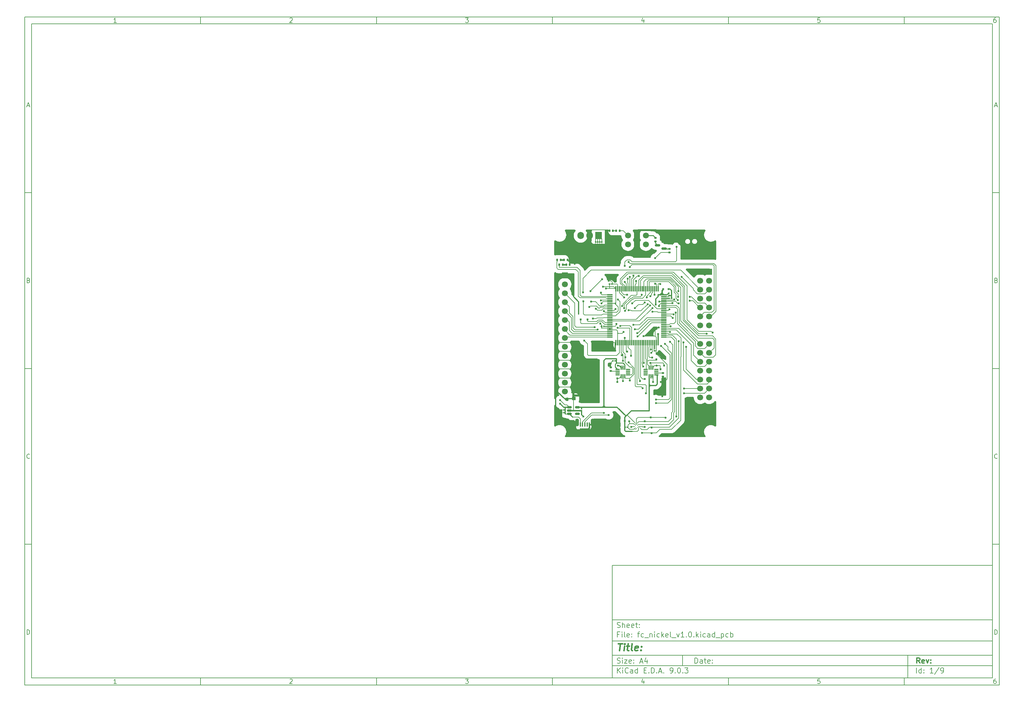
<source format=gbr>
%TF.GenerationSoftware,KiCad,Pcbnew,9.0.3*%
%TF.CreationDate,2025-08-31T17:25:54+05:30*%
%TF.ProjectId,fc_nickel_v1.0,66635f6e-6963-46b6-956c-5f76312e302e,rev?*%
%TF.SameCoordinates,Original*%
%TF.FileFunction,Copper,L1,Top*%
%TF.FilePolarity,Positive*%
%FSLAX46Y46*%
G04 Gerber Fmt 4.6, Leading zero omitted, Abs format (unit mm)*
G04 Created by KiCad (PCBNEW 9.0.3) date 2025-08-31 17:25:54*
%MOMM*%
%LPD*%
G01*
G04 APERTURE LIST*
G04 Aperture macros list*
%AMRoundRect*
0 Rectangle with rounded corners*
0 $1 Rounding radius*
0 $2 $3 $4 $5 $6 $7 $8 $9 X,Y pos of 4 corners*
0 Add a 4 corners polygon primitive as box body*
4,1,4,$2,$3,$4,$5,$6,$7,$8,$9,$2,$3,0*
0 Add four circle primitives for the rounded corners*
1,1,$1+$1,$2,$3*
1,1,$1+$1,$4,$5*
1,1,$1+$1,$6,$7*
1,1,$1+$1,$8,$9*
0 Add four rect primitives between the rounded corners*
20,1,$1+$1,$2,$3,$4,$5,0*
20,1,$1+$1,$4,$5,$6,$7,0*
20,1,$1+$1,$6,$7,$8,$9,0*
20,1,$1+$1,$8,$9,$2,$3,0*%
G04 Aperture macros list end*
%ADD10C,0.100000*%
%ADD11C,0.150000*%
%ADD12C,0.300000*%
%ADD13C,0.400000*%
%TA.AperFunction,SMDPad,CuDef*%
%ADD14R,0.500000X0.500000*%
%TD*%
%TA.AperFunction,SMDPad,CuDef*%
%ADD15RoundRect,0.075000X0.212500X0.075000X-0.212500X0.075000X-0.212500X-0.075000X0.212500X-0.075000X0*%
%TD*%
%TA.AperFunction,SMDPad,CuDef*%
%ADD16RoundRect,0.075000X-0.075000X0.212500X-0.075000X-0.212500X0.075000X-0.212500X0.075000X0.212500X0*%
%TD*%
%TA.AperFunction,ComponentPad*%
%ADD17R,1.700000X1.700000*%
%TD*%
%TA.AperFunction,ComponentPad*%
%ADD18C,1.700000*%
%TD*%
%TA.AperFunction,SMDPad,CuDef*%
%ADD19RoundRect,0.150000X0.587500X0.150000X-0.587500X0.150000X-0.587500X-0.150000X0.587500X-0.150000X0*%
%TD*%
%TA.AperFunction,SMDPad,CuDef*%
%ADD20R,0.400000X1.200000*%
%TD*%
%TA.AperFunction,ComponentPad*%
%ADD21O,1.200000X2.400000*%
%TD*%
%TA.AperFunction,ComponentPad*%
%ADD22O,1.100000X2.200000*%
%TD*%
%TA.AperFunction,SMDPad,CuDef*%
%ADD23R,3.000000X0.900000*%
%TD*%
%TA.AperFunction,SMDPad,CuDef*%
%ADD24RoundRect,0.147500X0.147500X0.172500X-0.147500X0.172500X-0.147500X-0.172500X0.147500X-0.172500X0*%
%TD*%
%TA.AperFunction,SMDPad,CuDef*%
%ADD25RoundRect,0.135000X-0.185000X0.135000X-0.185000X-0.135000X0.185000X-0.135000X0.185000X0.135000X0*%
%TD*%
%TA.AperFunction,SMDPad,CuDef*%
%ADD26RoundRect,0.045000X0.555000X0.105000X-0.555000X0.105000X-0.555000X-0.105000X0.555000X-0.105000X0*%
%TD*%
%TA.AperFunction,SMDPad,CuDef*%
%ADD27RoundRect,0.045000X0.105000X-0.555000X0.105000X0.555000X-0.105000X0.555000X-0.105000X-0.555000X0*%
%TD*%
%TA.AperFunction,SMDPad,CuDef*%
%ADD28RoundRect,0.075000X-0.212500X-0.075000X0.212500X-0.075000X0.212500X0.075000X-0.212500X0.075000X0*%
%TD*%
%TA.AperFunction,SMDPad,CuDef*%
%ADD29RoundRect,0.135000X0.135000X0.185000X-0.135000X0.185000X-0.135000X-0.185000X0.135000X-0.185000X0*%
%TD*%
%TA.AperFunction,SMDPad,CuDef*%
%ADD30RoundRect,0.135000X0.185000X-0.135000X0.185000X0.135000X-0.185000X0.135000X-0.185000X-0.135000X0*%
%TD*%
%TA.AperFunction,BGAPad,CuDef*%
%ADD31C,0.200000*%
%TD*%
%TA.AperFunction,SMDPad,CuDef*%
%ADD32RoundRect,0.147500X-0.147500X-0.172500X0.147500X-0.172500X0.147500X0.172500X-0.147500X0.172500X0*%
%TD*%
%TA.AperFunction,SMDPad,CuDef*%
%ADD33RoundRect,0.150000X-0.512500X-0.150000X0.512500X-0.150000X0.512500X0.150000X-0.512500X0.150000X0*%
%TD*%
%TA.AperFunction,SMDPad,CuDef*%
%ADD34RoundRect,0.075000X0.075000X-0.212500X0.075000X0.212500X-0.075000X0.212500X-0.075000X-0.212500X0*%
%TD*%
%TA.AperFunction,SMDPad,CuDef*%
%ADD35RoundRect,0.135000X-0.135000X-0.185000X0.135000X-0.185000X0.135000X0.185000X-0.135000X0.185000X0*%
%TD*%
%TA.AperFunction,SMDPad,CuDef*%
%ADD36RoundRect,0.045000X-0.555000X-0.105000X0.555000X-0.105000X0.555000X0.105000X-0.555000X0.105000X0*%
%TD*%
%TA.AperFunction,SMDPad,CuDef*%
%ADD37RoundRect,0.045000X-0.105000X0.555000X-0.105000X-0.555000X0.105000X-0.555000X0.105000X0.555000X0*%
%TD*%
%TA.AperFunction,SMDPad,CuDef*%
%ADD38RoundRect,0.075000X-0.725000X-0.075000X0.725000X-0.075000X0.725000X0.075000X-0.725000X0.075000X0*%
%TD*%
%TA.AperFunction,SMDPad,CuDef*%
%ADD39RoundRect,0.075000X-0.075000X-0.725000X0.075000X-0.725000X0.075000X0.725000X-0.075000X0.725000X0*%
%TD*%
%TA.AperFunction,ComponentPad*%
%ADD40R,1.905000X2.000000*%
%TD*%
%TA.AperFunction,ComponentPad*%
%ADD41O,1.905000X2.000000*%
%TD*%
%TA.AperFunction,ViaPad*%
%ADD42C,0.600000*%
%TD*%
%TA.AperFunction,Conductor*%
%ADD43C,0.600000*%
%TD*%
%TA.AperFunction,Conductor*%
%ADD44C,0.200000*%
%TD*%
%TA.AperFunction,Conductor*%
%ADD45C,0.300000*%
%TD*%
%TA.AperFunction,Conductor*%
%ADD46C,0.127000*%
%TD*%
%TA.AperFunction,Conductor*%
%ADD47C,0.400000*%
%TD*%
%TA.AperFunction,Conductor*%
%ADD48C,0.150000*%
%TD*%
%TA.AperFunction,Conductor*%
%ADD49C,0.250000*%
%TD*%
%TA.AperFunction,Conductor*%
%ADD50C,0.500000*%
%TD*%
%TA.AperFunction,Conductor*%
%ADD51C,0.050000*%
%TD*%
G04 APERTURE END LIST*
D10*
D11*
X177002200Y-166007200D02*
X285002200Y-166007200D01*
X285002200Y-198007200D01*
X177002200Y-198007200D01*
X177002200Y-166007200D01*
D10*
D11*
X10000000Y-10000000D02*
X287002200Y-10000000D01*
X287002200Y-200007200D01*
X10000000Y-200007200D01*
X10000000Y-10000000D01*
D10*
D11*
X12000000Y-12000000D02*
X285002200Y-12000000D01*
X285002200Y-198007200D01*
X12000000Y-198007200D01*
X12000000Y-12000000D01*
D10*
D11*
X60000000Y-12000000D02*
X60000000Y-10000000D01*
D10*
D11*
X110000000Y-12000000D02*
X110000000Y-10000000D01*
D10*
D11*
X160000000Y-12000000D02*
X160000000Y-10000000D01*
D10*
D11*
X210000000Y-12000000D02*
X210000000Y-10000000D01*
D10*
D11*
X260000000Y-12000000D02*
X260000000Y-10000000D01*
D10*
D11*
X36089160Y-11593604D02*
X35346303Y-11593604D01*
X35717731Y-11593604D02*
X35717731Y-10293604D01*
X35717731Y-10293604D02*
X35593922Y-10479319D01*
X35593922Y-10479319D02*
X35470112Y-10603128D01*
X35470112Y-10603128D02*
X35346303Y-10665033D01*
D10*
D11*
X85346303Y-10417414D02*
X85408207Y-10355509D01*
X85408207Y-10355509D02*
X85532017Y-10293604D01*
X85532017Y-10293604D02*
X85841541Y-10293604D01*
X85841541Y-10293604D02*
X85965350Y-10355509D01*
X85965350Y-10355509D02*
X86027255Y-10417414D01*
X86027255Y-10417414D02*
X86089160Y-10541223D01*
X86089160Y-10541223D02*
X86089160Y-10665033D01*
X86089160Y-10665033D02*
X86027255Y-10850747D01*
X86027255Y-10850747D02*
X85284398Y-11593604D01*
X85284398Y-11593604D02*
X86089160Y-11593604D01*
D10*
D11*
X135284398Y-10293604D02*
X136089160Y-10293604D01*
X136089160Y-10293604D02*
X135655826Y-10788842D01*
X135655826Y-10788842D02*
X135841541Y-10788842D01*
X135841541Y-10788842D02*
X135965350Y-10850747D01*
X135965350Y-10850747D02*
X136027255Y-10912652D01*
X136027255Y-10912652D02*
X136089160Y-11036461D01*
X136089160Y-11036461D02*
X136089160Y-11345985D01*
X136089160Y-11345985D02*
X136027255Y-11469795D01*
X136027255Y-11469795D02*
X135965350Y-11531700D01*
X135965350Y-11531700D02*
X135841541Y-11593604D01*
X135841541Y-11593604D02*
X135470112Y-11593604D01*
X135470112Y-11593604D02*
X135346303Y-11531700D01*
X135346303Y-11531700D02*
X135284398Y-11469795D01*
D10*
D11*
X185965350Y-10726938D02*
X185965350Y-11593604D01*
X185655826Y-10231700D02*
X185346303Y-11160271D01*
X185346303Y-11160271D02*
X186151064Y-11160271D01*
D10*
D11*
X236027255Y-10293604D02*
X235408207Y-10293604D01*
X235408207Y-10293604D02*
X235346303Y-10912652D01*
X235346303Y-10912652D02*
X235408207Y-10850747D01*
X235408207Y-10850747D02*
X235532017Y-10788842D01*
X235532017Y-10788842D02*
X235841541Y-10788842D01*
X235841541Y-10788842D02*
X235965350Y-10850747D01*
X235965350Y-10850747D02*
X236027255Y-10912652D01*
X236027255Y-10912652D02*
X236089160Y-11036461D01*
X236089160Y-11036461D02*
X236089160Y-11345985D01*
X236089160Y-11345985D02*
X236027255Y-11469795D01*
X236027255Y-11469795D02*
X235965350Y-11531700D01*
X235965350Y-11531700D02*
X235841541Y-11593604D01*
X235841541Y-11593604D02*
X235532017Y-11593604D01*
X235532017Y-11593604D02*
X235408207Y-11531700D01*
X235408207Y-11531700D02*
X235346303Y-11469795D01*
D10*
D11*
X285965350Y-10293604D02*
X285717731Y-10293604D01*
X285717731Y-10293604D02*
X285593922Y-10355509D01*
X285593922Y-10355509D02*
X285532017Y-10417414D01*
X285532017Y-10417414D02*
X285408207Y-10603128D01*
X285408207Y-10603128D02*
X285346303Y-10850747D01*
X285346303Y-10850747D02*
X285346303Y-11345985D01*
X285346303Y-11345985D02*
X285408207Y-11469795D01*
X285408207Y-11469795D02*
X285470112Y-11531700D01*
X285470112Y-11531700D02*
X285593922Y-11593604D01*
X285593922Y-11593604D02*
X285841541Y-11593604D01*
X285841541Y-11593604D02*
X285965350Y-11531700D01*
X285965350Y-11531700D02*
X286027255Y-11469795D01*
X286027255Y-11469795D02*
X286089160Y-11345985D01*
X286089160Y-11345985D02*
X286089160Y-11036461D01*
X286089160Y-11036461D02*
X286027255Y-10912652D01*
X286027255Y-10912652D02*
X285965350Y-10850747D01*
X285965350Y-10850747D02*
X285841541Y-10788842D01*
X285841541Y-10788842D02*
X285593922Y-10788842D01*
X285593922Y-10788842D02*
X285470112Y-10850747D01*
X285470112Y-10850747D02*
X285408207Y-10912652D01*
X285408207Y-10912652D02*
X285346303Y-11036461D01*
D10*
D11*
X60000000Y-198007200D02*
X60000000Y-200007200D01*
D10*
D11*
X110000000Y-198007200D02*
X110000000Y-200007200D01*
D10*
D11*
X160000000Y-198007200D02*
X160000000Y-200007200D01*
D10*
D11*
X210000000Y-198007200D02*
X210000000Y-200007200D01*
D10*
D11*
X260000000Y-198007200D02*
X260000000Y-200007200D01*
D10*
D11*
X36089160Y-199600804D02*
X35346303Y-199600804D01*
X35717731Y-199600804D02*
X35717731Y-198300804D01*
X35717731Y-198300804D02*
X35593922Y-198486519D01*
X35593922Y-198486519D02*
X35470112Y-198610328D01*
X35470112Y-198610328D02*
X35346303Y-198672233D01*
D10*
D11*
X85346303Y-198424614D02*
X85408207Y-198362709D01*
X85408207Y-198362709D02*
X85532017Y-198300804D01*
X85532017Y-198300804D02*
X85841541Y-198300804D01*
X85841541Y-198300804D02*
X85965350Y-198362709D01*
X85965350Y-198362709D02*
X86027255Y-198424614D01*
X86027255Y-198424614D02*
X86089160Y-198548423D01*
X86089160Y-198548423D02*
X86089160Y-198672233D01*
X86089160Y-198672233D02*
X86027255Y-198857947D01*
X86027255Y-198857947D02*
X85284398Y-199600804D01*
X85284398Y-199600804D02*
X86089160Y-199600804D01*
D10*
D11*
X135284398Y-198300804D02*
X136089160Y-198300804D01*
X136089160Y-198300804D02*
X135655826Y-198796042D01*
X135655826Y-198796042D02*
X135841541Y-198796042D01*
X135841541Y-198796042D02*
X135965350Y-198857947D01*
X135965350Y-198857947D02*
X136027255Y-198919852D01*
X136027255Y-198919852D02*
X136089160Y-199043661D01*
X136089160Y-199043661D02*
X136089160Y-199353185D01*
X136089160Y-199353185D02*
X136027255Y-199476995D01*
X136027255Y-199476995D02*
X135965350Y-199538900D01*
X135965350Y-199538900D02*
X135841541Y-199600804D01*
X135841541Y-199600804D02*
X135470112Y-199600804D01*
X135470112Y-199600804D02*
X135346303Y-199538900D01*
X135346303Y-199538900D02*
X135284398Y-199476995D01*
D10*
D11*
X185965350Y-198734138D02*
X185965350Y-199600804D01*
X185655826Y-198238900D02*
X185346303Y-199167471D01*
X185346303Y-199167471D02*
X186151064Y-199167471D01*
D10*
D11*
X236027255Y-198300804D02*
X235408207Y-198300804D01*
X235408207Y-198300804D02*
X235346303Y-198919852D01*
X235346303Y-198919852D02*
X235408207Y-198857947D01*
X235408207Y-198857947D02*
X235532017Y-198796042D01*
X235532017Y-198796042D02*
X235841541Y-198796042D01*
X235841541Y-198796042D02*
X235965350Y-198857947D01*
X235965350Y-198857947D02*
X236027255Y-198919852D01*
X236027255Y-198919852D02*
X236089160Y-199043661D01*
X236089160Y-199043661D02*
X236089160Y-199353185D01*
X236089160Y-199353185D02*
X236027255Y-199476995D01*
X236027255Y-199476995D02*
X235965350Y-199538900D01*
X235965350Y-199538900D02*
X235841541Y-199600804D01*
X235841541Y-199600804D02*
X235532017Y-199600804D01*
X235532017Y-199600804D02*
X235408207Y-199538900D01*
X235408207Y-199538900D02*
X235346303Y-199476995D01*
D10*
D11*
X285965350Y-198300804D02*
X285717731Y-198300804D01*
X285717731Y-198300804D02*
X285593922Y-198362709D01*
X285593922Y-198362709D02*
X285532017Y-198424614D01*
X285532017Y-198424614D02*
X285408207Y-198610328D01*
X285408207Y-198610328D02*
X285346303Y-198857947D01*
X285346303Y-198857947D02*
X285346303Y-199353185D01*
X285346303Y-199353185D02*
X285408207Y-199476995D01*
X285408207Y-199476995D02*
X285470112Y-199538900D01*
X285470112Y-199538900D02*
X285593922Y-199600804D01*
X285593922Y-199600804D02*
X285841541Y-199600804D01*
X285841541Y-199600804D02*
X285965350Y-199538900D01*
X285965350Y-199538900D02*
X286027255Y-199476995D01*
X286027255Y-199476995D02*
X286089160Y-199353185D01*
X286089160Y-199353185D02*
X286089160Y-199043661D01*
X286089160Y-199043661D02*
X286027255Y-198919852D01*
X286027255Y-198919852D02*
X285965350Y-198857947D01*
X285965350Y-198857947D02*
X285841541Y-198796042D01*
X285841541Y-198796042D02*
X285593922Y-198796042D01*
X285593922Y-198796042D02*
X285470112Y-198857947D01*
X285470112Y-198857947D02*
X285408207Y-198919852D01*
X285408207Y-198919852D02*
X285346303Y-199043661D01*
D10*
D11*
X10000000Y-60000000D02*
X12000000Y-60000000D01*
D10*
D11*
X10000000Y-110000000D02*
X12000000Y-110000000D01*
D10*
D11*
X10000000Y-160000000D02*
X12000000Y-160000000D01*
D10*
D11*
X10690476Y-35222176D02*
X11309523Y-35222176D01*
X10566666Y-35593604D02*
X10999999Y-34293604D01*
X10999999Y-34293604D02*
X11433333Y-35593604D01*
D10*
D11*
X11092857Y-84912652D02*
X11278571Y-84974557D01*
X11278571Y-84974557D02*
X11340476Y-85036461D01*
X11340476Y-85036461D02*
X11402380Y-85160271D01*
X11402380Y-85160271D02*
X11402380Y-85345985D01*
X11402380Y-85345985D02*
X11340476Y-85469795D01*
X11340476Y-85469795D02*
X11278571Y-85531700D01*
X11278571Y-85531700D02*
X11154761Y-85593604D01*
X11154761Y-85593604D02*
X10659523Y-85593604D01*
X10659523Y-85593604D02*
X10659523Y-84293604D01*
X10659523Y-84293604D02*
X11092857Y-84293604D01*
X11092857Y-84293604D02*
X11216666Y-84355509D01*
X11216666Y-84355509D02*
X11278571Y-84417414D01*
X11278571Y-84417414D02*
X11340476Y-84541223D01*
X11340476Y-84541223D02*
X11340476Y-84665033D01*
X11340476Y-84665033D02*
X11278571Y-84788842D01*
X11278571Y-84788842D02*
X11216666Y-84850747D01*
X11216666Y-84850747D02*
X11092857Y-84912652D01*
X11092857Y-84912652D02*
X10659523Y-84912652D01*
D10*
D11*
X11402380Y-135469795D02*
X11340476Y-135531700D01*
X11340476Y-135531700D02*
X11154761Y-135593604D01*
X11154761Y-135593604D02*
X11030952Y-135593604D01*
X11030952Y-135593604D02*
X10845238Y-135531700D01*
X10845238Y-135531700D02*
X10721428Y-135407890D01*
X10721428Y-135407890D02*
X10659523Y-135284080D01*
X10659523Y-135284080D02*
X10597619Y-135036461D01*
X10597619Y-135036461D02*
X10597619Y-134850747D01*
X10597619Y-134850747D02*
X10659523Y-134603128D01*
X10659523Y-134603128D02*
X10721428Y-134479319D01*
X10721428Y-134479319D02*
X10845238Y-134355509D01*
X10845238Y-134355509D02*
X11030952Y-134293604D01*
X11030952Y-134293604D02*
X11154761Y-134293604D01*
X11154761Y-134293604D02*
X11340476Y-134355509D01*
X11340476Y-134355509D02*
X11402380Y-134417414D01*
D10*
D11*
X10659523Y-185593604D02*
X10659523Y-184293604D01*
X10659523Y-184293604D02*
X10969047Y-184293604D01*
X10969047Y-184293604D02*
X11154761Y-184355509D01*
X11154761Y-184355509D02*
X11278571Y-184479319D01*
X11278571Y-184479319D02*
X11340476Y-184603128D01*
X11340476Y-184603128D02*
X11402380Y-184850747D01*
X11402380Y-184850747D02*
X11402380Y-185036461D01*
X11402380Y-185036461D02*
X11340476Y-185284080D01*
X11340476Y-185284080D02*
X11278571Y-185407890D01*
X11278571Y-185407890D02*
X11154761Y-185531700D01*
X11154761Y-185531700D02*
X10969047Y-185593604D01*
X10969047Y-185593604D02*
X10659523Y-185593604D01*
D10*
D11*
X287002200Y-60000000D02*
X285002200Y-60000000D01*
D10*
D11*
X287002200Y-110000000D02*
X285002200Y-110000000D01*
D10*
D11*
X287002200Y-160000000D02*
X285002200Y-160000000D01*
D10*
D11*
X285692676Y-35222176D02*
X286311723Y-35222176D01*
X285568866Y-35593604D02*
X286002199Y-34293604D01*
X286002199Y-34293604D02*
X286435533Y-35593604D01*
D10*
D11*
X286095057Y-84912652D02*
X286280771Y-84974557D01*
X286280771Y-84974557D02*
X286342676Y-85036461D01*
X286342676Y-85036461D02*
X286404580Y-85160271D01*
X286404580Y-85160271D02*
X286404580Y-85345985D01*
X286404580Y-85345985D02*
X286342676Y-85469795D01*
X286342676Y-85469795D02*
X286280771Y-85531700D01*
X286280771Y-85531700D02*
X286156961Y-85593604D01*
X286156961Y-85593604D02*
X285661723Y-85593604D01*
X285661723Y-85593604D02*
X285661723Y-84293604D01*
X285661723Y-84293604D02*
X286095057Y-84293604D01*
X286095057Y-84293604D02*
X286218866Y-84355509D01*
X286218866Y-84355509D02*
X286280771Y-84417414D01*
X286280771Y-84417414D02*
X286342676Y-84541223D01*
X286342676Y-84541223D02*
X286342676Y-84665033D01*
X286342676Y-84665033D02*
X286280771Y-84788842D01*
X286280771Y-84788842D02*
X286218866Y-84850747D01*
X286218866Y-84850747D02*
X286095057Y-84912652D01*
X286095057Y-84912652D02*
X285661723Y-84912652D01*
D10*
D11*
X286404580Y-135469795D02*
X286342676Y-135531700D01*
X286342676Y-135531700D02*
X286156961Y-135593604D01*
X286156961Y-135593604D02*
X286033152Y-135593604D01*
X286033152Y-135593604D02*
X285847438Y-135531700D01*
X285847438Y-135531700D02*
X285723628Y-135407890D01*
X285723628Y-135407890D02*
X285661723Y-135284080D01*
X285661723Y-135284080D02*
X285599819Y-135036461D01*
X285599819Y-135036461D02*
X285599819Y-134850747D01*
X285599819Y-134850747D02*
X285661723Y-134603128D01*
X285661723Y-134603128D02*
X285723628Y-134479319D01*
X285723628Y-134479319D02*
X285847438Y-134355509D01*
X285847438Y-134355509D02*
X286033152Y-134293604D01*
X286033152Y-134293604D02*
X286156961Y-134293604D01*
X286156961Y-134293604D02*
X286342676Y-134355509D01*
X286342676Y-134355509D02*
X286404580Y-134417414D01*
D10*
D11*
X285661723Y-185593604D02*
X285661723Y-184293604D01*
X285661723Y-184293604D02*
X285971247Y-184293604D01*
X285971247Y-184293604D02*
X286156961Y-184355509D01*
X286156961Y-184355509D02*
X286280771Y-184479319D01*
X286280771Y-184479319D02*
X286342676Y-184603128D01*
X286342676Y-184603128D02*
X286404580Y-184850747D01*
X286404580Y-184850747D02*
X286404580Y-185036461D01*
X286404580Y-185036461D02*
X286342676Y-185284080D01*
X286342676Y-185284080D02*
X286280771Y-185407890D01*
X286280771Y-185407890D02*
X286156961Y-185531700D01*
X286156961Y-185531700D02*
X285971247Y-185593604D01*
X285971247Y-185593604D02*
X285661723Y-185593604D01*
D10*
D11*
X200458026Y-193793328D02*
X200458026Y-192293328D01*
X200458026Y-192293328D02*
X200815169Y-192293328D01*
X200815169Y-192293328D02*
X201029455Y-192364757D01*
X201029455Y-192364757D02*
X201172312Y-192507614D01*
X201172312Y-192507614D02*
X201243741Y-192650471D01*
X201243741Y-192650471D02*
X201315169Y-192936185D01*
X201315169Y-192936185D02*
X201315169Y-193150471D01*
X201315169Y-193150471D02*
X201243741Y-193436185D01*
X201243741Y-193436185D02*
X201172312Y-193579042D01*
X201172312Y-193579042D02*
X201029455Y-193721900D01*
X201029455Y-193721900D02*
X200815169Y-193793328D01*
X200815169Y-193793328D02*
X200458026Y-193793328D01*
X202600884Y-193793328D02*
X202600884Y-193007614D01*
X202600884Y-193007614D02*
X202529455Y-192864757D01*
X202529455Y-192864757D02*
X202386598Y-192793328D01*
X202386598Y-192793328D02*
X202100884Y-192793328D01*
X202100884Y-192793328D02*
X201958026Y-192864757D01*
X202600884Y-193721900D02*
X202458026Y-193793328D01*
X202458026Y-193793328D02*
X202100884Y-193793328D01*
X202100884Y-193793328D02*
X201958026Y-193721900D01*
X201958026Y-193721900D02*
X201886598Y-193579042D01*
X201886598Y-193579042D02*
X201886598Y-193436185D01*
X201886598Y-193436185D02*
X201958026Y-193293328D01*
X201958026Y-193293328D02*
X202100884Y-193221900D01*
X202100884Y-193221900D02*
X202458026Y-193221900D01*
X202458026Y-193221900D02*
X202600884Y-193150471D01*
X203100884Y-192793328D02*
X203672312Y-192793328D01*
X203315169Y-192293328D02*
X203315169Y-193579042D01*
X203315169Y-193579042D02*
X203386598Y-193721900D01*
X203386598Y-193721900D02*
X203529455Y-193793328D01*
X203529455Y-193793328D02*
X203672312Y-193793328D01*
X204743741Y-193721900D02*
X204600884Y-193793328D01*
X204600884Y-193793328D02*
X204315170Y-193793328D01*
X204315170Y-193793328D02*
X204172312Y-193721900D01*
X204172312Y-193721900D02*
X204100884Y-193579042D01*
X204100884Y-193579042D02*
X204100884Y-193007614D01*
X204100884Y-193007614D02*
X204172312Y-192864757D01*
X204172312Y-192864757D02*
X204315170Y-192793328D01*
X204315170Y-192793328D02*
X204600884Y-192793328D01*
X204600884Y-192793328D02*
X204743741Y-192864757D01*
X204743741Y-192864757D02*
X204815170Y-193007614D01*
X204815170Y-193007614D02*
X204815170Y-193150471D01*
X204815170Y-193150471D02*
X204100884Y-193293328D01*
X205458026Y-193650471D02*
X205529455Y-193721900D01*
X205529455Y-193721900D02*
X205458026Y-193793328D01*
X205458026Y-193793328D02*
X205386598Y-193721900D01*
X205386598Y-193721900D02*
X205458026Y-193650471D01*
X205458026Y-193650471D02*
X205458026Y-193793328D01*
X205458026Y-192864757D02*
X205529455Y-192936185D01*
X205529455Y-192936185D02*
X205458026Y-193007614D01*
X205458026Y-193007614D02*
X205386598Y-192936185D01*
X205386598Y-192936185D02*
X205458026Y-192864757D01*
X205458026Y-192864757D02*
X205458026Y-193007614D01*
D10*
D11*
X177002200Y-194507200D02*
X285002200Y-194507200D01*
D10*
D11*
X178458026Y-196593328D02*
X178458026Y-195093328D01*
X179315169Y-196593328D02*
X178672312Y-195736185D01*
X179315169Y-195093328D02*
X178458026Y-195950471D01*
X179958026Y-196593328D02*
X179958026Y-195593328D01*
X179958026Y-195093328D02*
X179886598Y-195164757D01*
X179886598Y-195164757D02*
X179958026Y-195236185D01*
X179958026Y-195236185D02*
X180029455Y-195164757D01*
X180029455Y-195164757D02*
X179958026Y-195093328D01*
X179958026Y-195093328D02*
X179958026Y-195236185D01*
X181529455Y-196450471D02*
X181458027Y-196521900D01*
X181458027Y-196521900D02*
X181243741Y-196593328D01*
X181243741Y-196593328D02*
X181100884Y-196593328D01*
X181100884Y-196593328D02*
X180886598Y-196521900D01*
X180886598Y-196521900D02*
X180743741Y-196379042D01*
X180743741Y-196379042D02*
X180672312Y-196236185D01*
X180672312Y-196236185D02*
X180600884Y-195950471D01*
X180600884Y-195950471D02*
X180600884Y-195736185D01*
X180600884Y-195736185D02*
X180672312Y-195450471D01*
X180672312Y-195450471D02*
X180743741Y-195307614D01*
X180743741Y-195307614D02*
X180886598Y-195164757D01*
X180886598Y-195164757D02*
X181100884Y-195093328D01*
X181100884Y-195093328D02*
X181243741Y-195093328D01*
X181243741Y-195093328D02*
X181458027Y-195164757D01*
X181458027Y-195164757D02*
X181529455Y-195236185D01*
X182815170Y-196593328D02*
X182815170Y-195807614D01*
X182815170Y-195807614D02*
X182743741Y-195664757D01*
X182743741Y-195664757D02*
X182600884Y-195593328D01*
X182600884Y-195593328D02*
X182315170Y-195593328D01*
X182315170Y-195593328D02*
X182172312Y-195664757D01*
X182815170Y-196521900D02*
X182672312Y-196593328D01*
X182672312Y-196593328D02*
X182315170Y-196593328D01*
X182315170Y-196593328D02*
X182172312Y-196521900D01*
X182172312Y-196521900D02*
X182100884Y-196379042D01*
X182100884Y-196379042D02*
X182100884Y-196236185D01*
X182100884Y-196236185D02*
X182172312Y-196093328D01*
X182172312Y-196093328D02*
X182315170Y-196021900D01*
X182315170Y-196021900D02*
X182672312Y-196021900D01*
X182672312Y-196021900D02*
X182815170Y-195950471D01*
X184172313Y-196593328D02*
X184172313Y-195093328D01*
X184172313Y-196521900D02*
X184029455Y-196593328D01*
X184029455Y-196593328D02*
X183743741Y-196593328D01*
X183743741Y-196593328D02*
X183600884Y-196521900D01*
X183600884Y-196521900D02*
X183529455Y-196450471D01*
X183529455Y-196450471D02*
X183458027Y-196307614D01*
X183458027Y-196307614D02*
X183458027Y-195879042D01*
X183458027Y-195879042D02*
X183529455Y-195736185D01*
X183529455Y-195736185D02*
X183600884Y-195664757D01*
X183600884Y-195664757D02*
X183743741Y-195593328D01*
X183743741Y-195593328D02*
X184029455Y-195593328D01*
X184029455Y-195593328D02*
X184172313Y-195664757D01*
X186029455Y-195807614D02*
X186529455Y-195807614D01*
X186743741Y-196593328D02*
X186029455Y-196593328D01*
X186029455Y-196593328D02*
X186029455Y-195093328D01*
X186029455Y-195093328D02*
X186743741Y-195093328D01*
X187386598Y-196450471D02*
X187458027Y-196521900D01*
X187458027Y-196521900D02*
X187386598Y-196593328D01*
X187386598Y-196593328D02*
X187315170Y-196521900D01*
X187315170Y-196521900D02*
X187386598Y-196450471D01*
X187386598Y-196450471D02*
X187386598Y-196593328D01*
X188100884Y-196593328D02*
X188100884Y-195093328D01*
X188100884Y-195093328D02*
X188458027Y-195093328D01*
X188458027Y-195093328D02*
X188672313Y-195164757D01*
X188672313Y-195164757D02*
X188815170Y-195307614D01*
X188815170Y-195307614D02*
X188886599Y-195450471D01*
X188886599Y-195450471D02*
X188958027Y-195736185D01*
X188958027Y-195736185D02*
X188958027Y-195950471D01*
X188958027Y-195950471D02*
X188886599Y-196236185D01*
X188886599Y-196236185D02*
X188815170Y-196379042D01*
X188815170Y-196379042D02*
X188672313Y-196521900D01*
X188672313Y-196521900D02*
X188458027Y-196593328D01*
X188458027Y-196593328D02*
X188100884Y-196593328D01*
X189600884Y-196450471D02*
X189672313Y-196521900D01*
X189672313Y-196521900D02*
X189600884Y-196593328D01*
X189600884Y-196593328D02*
X189529456Y-196521900D01*
X189529456Y-196521900D02*
X189600884Y-196450471D01*
X189600884Y-196450471D02*
X189600884Y-196593328D01*
X190243742Y-196164757D02*
X190958028Y-196164757D01*
X190100885Y-196593328D02*
X190600885Y-195093328D01*
X190600885Y-195093328D02*
X191100885Y-196593328D01*
X191600884Y-196450471D02*
X191672313Y-196521900D01*
X191672313Y-196521900D02*
X191600884Y-196593328D01*
X191600884Y-196593328D02*
X191529456Y-196521900D01*
X191529456Y-196521900D02*
X191600884Y-196450471D01*
X191600884Y-196450471D02*
X191600884Y-196593328D01*
X193529456Y-196593328D02*
X193815170Y-196593328D01*
X193815170Y-196593328D02*
X193958027Y-196521900D01*
X193958027Y-196521900D02*
X194029456Y-196450471D01*
X194029456Y-196450471D02*
X194172313Y-196236185D01*
X194172313Y-196236185D02*
X194243742Y-195950471D01*
X194243742Y-195950471D02*
X194243742Y-195379042D01*
X194243742Y-195379042D02*
X194172313Y-195236185D01*
X194172313Y-195236185D02*
X194100885Y-195164757D01*
X194100885Y-195164757D02*
X193958027Y-195093328D01*
X193958027Y-195093328D02*
X193672313Y-195093328D01*
X193672313Y-195093328D02*
X193529456Y-195164757D01*
X193529456Y-195164757D02*
X193458027Y-195236185D01*
X193458027Y-195236185D02*
X193386599Y-195379042D01*
X193386599Y-195379042D02*
X193386599Y-195736185D01*
X193386599Y-195736185D02*
X193458027Y-195879042D01*
X193458027Y-195879042D02*
X193529456Y-195950471D01*
X193529456Y-195950471D02*
X193672313Y-196021900D01*
X193672313Y-196021900D02*
X193958027Y-196021900D01*
X193958027Y-196021900D02*
X194100885Y-195950471D01*
X194100885Y-195950471D02*
X194172313Y-195879042D01*
X194172313Y-195879042D02*
X194243742Y-195736185D01*
X194886598Y-196450471D02*
X194958027Y-196521900D01*
X194958027Y-196521900D02*
X194886598Y-196593328D01*
X194886598Y-196593328D02*
X194815170Y-196521900D01*
X194815170Y-196521900D02*
X194886598Y-196450471D01*
X194886598Y-196450471D02*
X194886598Y-196593328D01*
X195886599Y-195093328D02*
X196029456Y-195093328D01*
X196029456Y-195093328D02*
X196172313Y-195164757D01*
X196172313Y-195164757D02*
X196243742Y-195236185D01*
X196243742Y-195236185D02*
X196315170Y-195379042D01*
X196315170Y-195379042D02*
X196386599Y-195664757D01*
X196386599Y-195664757D02*
X196386599Y-196021900D01*
X196386599Y-196021900D02*
X196315170Y-196307614D01*
X196315170Y-196307614D02*
X196243742Y-196450471D01*
X196243742Y-196450471D02*
X196172313Y-196521900D01*
X196172313Y-196521900D02*
X196029456Y-196593328D01*
X196029456Y-196593328D02*
X195886599Y-196593328D01*
X195886599Y-196593328D02*
X195743742Y-196521900D01*
X195743742Y-196521900D02*
X195672313Y-196450471D01*
X195672313Y-196450471D02*
X195600884Y-196307614D01*
X195600884Y-196307614D02*
X195529456Y-196021900D01*
X195529456Y-196021900D02*
X195529456Y-195664757D01*
X195529456Y-195664757D02*
X195600884Y-195379042D01*
X195600884Y-195379042D02*
X195672313Y-195236185D01*
X195672313Y-195236185D02*
X195743742Y-195164757D01*
X195743742Y-195164757D02*
X195886599Y-195093328D01*
X197029455Y-196450471D02*
X197100884Y-196521900D01*
X197100884Y-196521900D02*
X197029455Y-196593328D01*
X197029455Y-196593328D02*
X196958027Y-196521900D01*
X196958027Y-196521900D02*
X197029455Y-196450471D01*
X197029455Y-196450471D02*
X197029455Y-196593328D01*
X197600884Y-195093328D02*
X198529456Y-195093328D01*
X198529456Y-195093328D02*
X198029456Y-195664757D01*
X198029456Y-195664757D02*
X198243741Y-195664757D01*
X198243741Y-195664757D02*
X198386599Y-195736185D01*
X198386599Y-195736185D02*
X198458027Y-195807614D01*
X198458027Y-195807614D02*
X198529456Y-195950471D01*
X198529456Y-195950471D02*
X198529456Y-196307614D01*
X198529456Y-196307614D02*
X198458027Y-196450471D01*
X198458027Y-196450471D02*
X198386599Y-196521900D01*
X198386599Y-196521900D02*
X198243741Y-196593328D01*
X198243741Y-196593328D02*
X197815170Y-196593328D01*
X197815170Y-196593328D02*
X197672313Y-196521900D01*
X197672313Y-196521900D02*
X197600884Y-196450471D01*
D10*
D11*
X177002200Y-191507200D02*
X285002200Y-191507200D01*
D10*
D12*
X264413853Y-193785528D02*
X263913853Y-193071242D01*
X263556710Y-193785528D02*
X263556710Y-192285528D01*
X263556710Y-192285528D02*
X264128139Y-192285528D01*
X264128139Y-192285528D02*
X264270996Y-192356957D01*
X264270996Y-192356957D02*
X264342425Y-192428385D01*
X264342425Y-192428385D02*
X264413853Y-192571242D01*
X264413853Y-192571242D02*
X264413853Y-192785528D01*
X264413853Y-192785528D02*
X264342425Y-192928385D01*
X264342425Y-192928385D02*
X264270996Y-192999814D01*
X264270996Y-192999814D02*
X264128139Y-193071242D01*
X264128139Y-193071242D02*
X263556710Y-193071242D01*
X265628139Y-193714100D02*
X265485282Y-193785528D01*
X265485282Y-193785528D02*
X265199568Y-193785528D01*
X265199568Y-193785528D02*
X265056710Y-193714100D01*
X265056710Y-193714100D02*
X264985282Y-193571242D01*
X264985282Y-193571242D02*
X264985282Y-192999814D01*
X264985282Y-192999814D02*
X265056710Y-192856957D01*
X265056710Y-192856957D02*
X265199568Y-192785528D01*
X265199568Y-192785528D02*
X265485282Y-192785528D01*
X265485282Y-192785528D02*
X265628139Y-192856957D01*
X265628139Y-192856957D02*
X265699568Y-192999814D01*
X265699568Y-192999814D02*
X265699568Y-193142671D01*
X265699568Y-193142671D02*
X264985282Y-193285528D01*
X266199567Y-192785528D02*
X266556710Y-193785528D01*
X266556710Y-193785528D02*
X266913853Y-192785528D01*
X267485281Y-193642671D02*
X267556710Y-193714100D01*
X267556710Y-193714100D02*
X267485281Y-193785528D01*
X267485281Y-193785528D02*
X267413853Y-193714100D01*
X267413853Y-193714100D02*
X267485281Y-193642671D01*
X267485281Y-193642671D02*
X267485281Y-193785528D01*
X267485281Y-192856957D02*
X267556710Y-192928385D01*
X267556710Y-192928385D02*
X267485281Y-192999814D01*
X267485281Y-192999814D02*
X267413853Y-192928385D01*
X267413853Y-192928385D02*
X267485281Y-192856957D01*
X267485281Y-192856957D02*
X267485281Y-192999814D01*
D10*
D11*
X178386598Y-193721900D02*
X178600884Y-193793328D01*
X178600884Y-193793328D02*
X178958026Y-193793328D01*
X178958026Y-193793328D02*
X179100884Y-193721900D01*
X179100884Y-193721900D02*
X179172312Y-193650471D01*
X179172312Y-193650471D02*
X179243741Y-193507614D01*
X179243741Y-193507614D02*
X179243741Y-193364757D01*
X179243741Y-193364757D02*
X179172312Y-193221900D01*
X179172312Y-193221900D02*
X179100884Y-193150471D01*
X179100884Y-193150471D02*
X178958026Y-193079042D01*
X178958026Y-193079042D02*
X178672312Y-193007614D01*
X178672312Y-193007614D02*
X178529455Y-192936185D01*
X178529455Y-192936185D02*
X178458026Y-192864757D01*
X178458026Y-192864757D02*
X178386598Y-192721900D01*
X178386598Y-192721900D02*
X178386598Y-192579042D01*
X178386598Y-192579042D02*
X178458026Y-192436185D01*
X178458026Y-192436185D02*
X178529455Y-192364757D01*
X178529455Y-192364757D02*
X178672312Y-192293328D01*
X178672312Y-192293328D02*
X179029455Y-192293328D01*
X179029455Y-192293328D02*
X179243741Y-192364757D01*
X179886597Y-193793328D02*
X179886597Y-192793328D01*
X179886597Y-192293328D02*
X179815169Y-192364757D01*
X179815169Y-192364757D02*
X179886597Y-192436185D01*
X179886597Y-192436185D02*
X179958026Y-192364757D01*
X179958026Y-192364757D02*
X179886597Y-192293328D01*
X179886597Y-192293328D02*
X179886597Y-192436185D01*
X180458026Y-192793328D02*
X181243741Y-192793328D01*
X181243741Y-192793328D02*
X180458026Y-193793328D01*
X180458026Y-193793328D02*
X181243741Y-193793328D01*
X182386598Y-193721900D02*
X182243741Y-193793328D01*
X182243741Y-193793328D02*
X181958027Y-193793328D01*
X181958027Y-193793328D02*
X181815169Y-193721900D01*
X181815169Y-193721900D02*
X181743741Y-193579042D01*
X181743741Y-193579042D02*
X181743741Y-193007614D01*
X181743741Y-193007614D02*
X181815169Y-192864757D01*
X181815169Y-192864757D02*
X181958027Y-192793328D01*
X181958027Y-192793328D02*
X182243741Y-192793328D01*
X182243741Y-192793328D02*
X182386598Y-192864757D01*
X182386598Y-192864757D02*
X182458027Y-193007614D01*
X182458027Y-193007614D02*
X182458027Y-193150471D01*
X182458027Y-193150471D02*
X181743741Y-193293328D01*
X183100883Y-193650471D02*
X183172312Y-193721900D01*
X183172312Y-193721900D02*
X183100883Y-193793328D01*
X183100883Y-193793328D02*
X183029455Y-193721900D01*
X183029455Y-193721900D02*
X183100883Y-193650471D01*
X183100883Y-193650471D02*
X183100883Y-193793328D01*
X183100883Y-192864757D02*
X183172312Y-192936185D01*
X183172312Y-192936185D02*
X183100883Y-193007614D01*
X183100883Y-193007614D02*
X183029455Y-192936185D01*
X183029455Y-192936185D02*
X183100883Y-192864757D01*
X183100883Y-192864757D02*
X183100883Y-193007614D01*
X184886598Y-193364757D02*
X185600884Y-193364757D01*
X184743741Y-193793328D02*
X185243741Y-192293328D01*
X185243741Y-192293328D02*
X185743741Y-193793328D01*
X186886598Y-192793328D02*
X186886598Y-193793328D01*
X186529455Y-192221900D02*
X186172312Y-193293328D01*
X186172312Y-193293328D02*
X187100883Y-193293328D01*
D10*
D11*
X263458026Y-196593328D02*
X263458026Y-195093328D01*
X264815170Y-196593328D02*
X264815170Y-195093328D01*
X264815170Y-196521900D02*
X264672312Y-196593328D01*
X264672312Y-196593328D02*
X264386598Y-196593328D01*
X264386598Y-196593328D02*
X264243741Y-196521900D01*
X264243741Y-196521900D02*
X264172312Y-196450471D01*
X264172312Y-196450471D02*
X264100884Y-196307614D01*
X264100884Y-196307614D02*
X264100884Y-195879042D01*
X264100884Y-195879042D02*
X264172312Y-195736185D01*
X264172312Y-195736185D02*
X264243741Y-195664757D01*
X264243741Y-195664757D02*
X264386598Y-195593328D01*
X264386598Y-195593328D02*
X264672312Y-195593328D01*
X264672312Y-195593328D02*
X264815170Y-195664757D01*
X265529455Y-196450471D02*
X265600884Y-196521900D01*
X265600884Y-196521900D02*
X265529455Y-196593328D01*
X265529455Y-196593328D02*
X265458027Y-196521900D01*
X265458027Y-196521900D02*
X265529455Y-196450471D01*
X265529455Y-196450471D02*
X265529455Y-196593328D01*
X265529455Y-195664757D02*
X265600884Y-195736185D01*
X265600884Y-195736185D02*
X265529455Y-195807614D01*
X265529455Y-195807614D02*
X265458027Y-195736185D01*
X265458027Y-195736185D02*
X265529455Y-195664757D01*
X265529455Y-195664757D02*
X265529455Y-195807614D01*
X268172313Y-196593328D02*
X267315170Y-196593328D01*
X267743741Y-196593328D02*
X267743741Y-195093328D01*
X267743741Y-195093328D02*
X267600884Y-195307614D01*
X267600884Y-195307614D02*
X267458027Y-195450471D01*
X267458027Y-195450471D02*
X267315170Y-195521900D01*
X269886598Y-195021900D02*
X268600884Y-196950471D01*
X270458027Y-196593328D02*
X270743741Y-196593328D01*
X270743741Y-196593328D02*
X270886598Y-196521900D01*
X270886598Y-196521900D02*
X270958027Y-196450471D01*
X270958027Y-196450471D02*
X271100884Y-196236185D01*
X271100884Y-196236185D02*
X271172313Y-195950471D01*
X271172313Y-195950471D02*
X271172313Y-195379042D01*
X271172313Y-195379042D02*
X271100884Y-195236185D01*
X271100884Y-195236185D02*
X271029456Y-195164757D01*
X271029456Y-195164757D02*
X270886598Y-195093328D01*
X270886598Y-195093328D02*
X270600884Y-195093328D01*
X270600884Y-195093328D02*
X270458027Y-195164757D01*
X270458027Y-195164757D02*
X270386598Y-195236185D01*
X270386598Y-195236185D02*
X270315170Y-195379042D01*
X270315170Y-195379042D02*
X270315170Y-195736185D01*
X270315170Y-195736185D02*
X270386598Y-195879042D01*
X270386598Y-195879042D02*
X270458027Y-195950471D01*
X270458027Y-195950471D02*
X270600884Y-196021900D01*
X270600884Y-196021900D02*
X270886598Y-196021900D01*
X270886598Y-196021900D02*
X271029456Y-195950471D01*
X271029456Y-195950471D02*
X271100884Y-195879042D01*
X271100884Y-195879042D02*
X271172313Y-195736185D01*
D10*
D11*
X177002200Y-187507200D02*
X285002200Y-187507200D01*
D10*
D13*
X178693928Y-188211638D02*
X179836785Y-188211638D01*
X179015357Y-190211638D02*
X179265357Y-188211638D01*
X180253452Y-190211638D02*
X180420119Y-188878304D01*
X180503452Y-188211638D02*
X180396309Y-188306876D01*
X180396309Y-188306876D02*
X180479643Y-188402114D01*
X180479643Y-188402114D02*
X180586786Y-188306876D01*
X180586786Y-188306876D02*
X180503452Y-188211638D01*
X180503452Y-188211638D02*
X180479643Y-188402114D01*
X181086786Y-188878304D02*
X181848690Y-188878304D01*
X181455833Y-188211638D02*
X181241548Y-189925923D01*
X181241548Y-189925923D02*
X181312976Y-190116400D01*
X181312976Y-190116400D02*
X181491548Y-190211638D01*
X181491548Y-190211638D02*
X181682024Y-190211638D01*
X182634405Y-190211638D02*
X182455833Y-190116400D01*
X182455833Y-190116400D02*
X182384405Y-189925923D01*
X182384405Y-189925923D02*
X182598690Y-188211638D01*
X184170119Y-190116400D02*
X183967738Y-190211638D01*
X183967738Y-190211638D02*
X183586785Y-190211638D01*
X183586785Y-190211638D02*
X183408214Y-190116400D01*
X183408214Y-190116400D02*
X183336785Y-189925923D01*
X183336785Y-189925923D02*
X183432024Y-189164019D01*
X183432024Y-189164019D02*
X183551071Y-188973542D01*
X183551071Y-188973542D02*
X183753452Y-188878304D01*
X183753452Y-188878304D02*
X184134404Y-188878304D01*
X184134404Y-188878304D02*
X184312976Y-188973542D01*
X184312976Y-188973542D02*
X184384404Y-189164019D01*
X184384404Y-189164019D02*
X184360595Y-189354495D01*
X184360595Y-189354495D02*
X183384404Y-189544971D01*
X185134405Y-190021161D02*
X185217738Y-190116400D01*
X185217738Y-190116400D02*
X185110595Y-190211638D01*
X185110595Y-190211638D02*
X185027262Y-190116400D01*
X185027262Y-190116400D02*
X185134405Y-190021161D01*
X185134405Y-190021161D02*
X185110595Y-190211638D01*
X185265357Y-188973542D02*
X185348690Y-189068780D01*
X185348690Y-189068780D02*
X185241548Y-189164019D01*
X185241548Y-189164019D02*
X185158214Y-189068780D01*
X185158214Y-189068780D02*
X185265357Y-188973542D01*
X185265357Y-188973542D02*
X185241548Y-189164019D01*
D10*
D11*
X178958026Y-185607614D02*
X178458026Y-185607614D01*
X178458026Y-186393328D02*
X178458026Y-184893328D01*
X178458026Y-184893328D02*
X179172312Y-184893328D01*
X179743740Y-186393328D02*
X179743740Y-185393328D01*
X179743740Y-184893328D02*
X179672312Y-184964757D01*
X179672312Y-184964757D02*
X179743740Y-185036185D01*
X179743740Y-185036185D02*
X179815169Y-184964757D01*
X179815169Y-184964757D02*
X179743740Y-184893328D01*
X179743740Y-184893328D02*
X179743740Y-185036185D01*
X180672312Y-186393328D02*
X180529455Y-186321900D01*
X180529455Y-186321900D02*
X180458026Y-186179042D01*
X180458026Y-186179042D02*
X180458026Y-184893328D01*
X181815169Y-186321900D02*
X181672312Y-186393328D01*
X181672312Y-186393328D02*
X181386598Y-186393328D01*
X181386598Y-186393328D02*
X181243740Y-186321900D01*
X181243740Y-186321900D02*
X181172312Y-186179042D01*
X181172312Y-186179042D02*
X181172312Y-185607614D01*
X181172312Y-185607614D02*
X181243740Y-185464757D01*
X181243740Y-185464757D02*
X181386598Y-185393328D01*
X181386598Y-185393328D02*
X181672312Y-185393328D01*
X181672312Y-185393328D02*
X181815169Y-185464757D01*
X181815169Y-185464757D02*
X181886598Y-185607614D01*
X181886598Y-185607614D02*
X181886598Y-185750471D01*
X181886598Y-185750471D02*
X181172312Y-185893328D01*
X182529454Y-186250471D02*
X182600883Y-186321900D01*
X182600883Y-186321900D02*
X182529454Y-186393328D01*
X182529454Y-186393328D02*
X182458026Y-186321900D01*
X182458026Y-186321900D02*
X182529454Y-186250471D01*
X182529454Y-186250471D02*
X182529454Y-186393328D01*
X182529454Y-185464757D02*
X182600883Y-185536185D01*
X182600883Y-185536185D02*
X182529454Y-185607614D01*
X182529454Y-185607614D02*
X182458026Y-185536185D01*
X182458026Y-185536185D02*
X182529454Y-185464757D01*
X182529454Y-185464757D02*
X182529454Y-185607614D01*
X184172312Y-185393328D02*
X184743740Y-185393328D01*
X184386597Y-186393328D02*
X184386597Y-185107614D01*
X184386597Y-185107614D02*
X184458026Y-184964757D01*
X184458026Y-184964757D02*
X184600883Y-184893328D01*
X184600883Y-184893328D02*
X184743740Y-184893328D01*
X185886598Y-186321900D02*
X185743740Y-186393328D01*
X185743740Y-186393328D02*
X185458026Y-186393328D01*
X185458026Y-186393328D02*
X185315169Y-186321900D01*
X185315169Y-186321900D02*
X185243740Y-186250471D01*
X185243740Y-186250471D02*
X185172312Y-186107614D01*
X185172312Y-186107614D02*
X185172312Y-185679042D01*
X185172312Y-185679042D02*
X185243740Y-185536185D01*
X185243740Y-185536185D02*
X185315169Y-185464757D01*
X185315169Y-185464757D02*
X185458026Y-185393328D01*
X185458026Y-185393328D02*
X185743740Y-185393328D01*
X185743740Y-185393328D02*
X185886598Y-185464757D01*
X186172312Y-186536185D02*
X187315169Y-186536185D01*
X187672311Y-185393328D02*
X187672311Y-186393328D01*
X187672311Y-185536185D02*
X187743740Y-185464757D01*
X187743740Y-185464757D02*
X187886597Y-185393328D01*
X187886597Y-185393328D02*
X188100883Y-185393328D01*
X188100883Y-185393328D02*
X188243740Y-185464757D01*
X188243740Y-185464757D02*
X188315169Y-185607614D01*
X188315169Y-185607614D02*
X188315169Y-186393328D01*
X189029454Y-186393328D02*
X189029454Y-185393328D01*
X189029454Y-184893328D02*
X188958026Y-184964757D01*
X188958026Y-184964757D02*
X189029454Y-185036185D01*
X189029454Y-185036185D02*
X189100883Y-184964757D01*
X189100883Y-184964757D02*
X189029454Y-184893328D01*
X189029454Y-184893328D02*
X189029454Y-185036185D01*
X190386598Y-186321900D02*
X190243740Y-186393328D01*
X190243740Y-186393328D02*
X189958026Y-186393328D01*
X189958026Y-186393328D02*
X189815169Y-186321900D01*
X189815169Y-186321900D02*
X189743740Y-186250471D01*
X189743740Y-186250471D02*
X189672312Y-186107614D01*
X189672312Y-186107614D02*
X189672312Y-185679042D01*
X189672312Y-185679042D02*
X189743740Y-185536185D01*
X189743740Y-185536185D02*
X189815169Y-185464757D01*
X189815169Y-185464757D02*
X189958026Y-185393328D01*
X189958026Y-185393328D02*
X190243740Y-185393328D01*
X190243740Y-185393328D02*
X190386598Y-185464757D01*
X191029454Y-186393328D02*
X191029454Y-184893328D01*
X191172312Y-185821900D02*
X191600883Y-186393328D01*
X191600883Y-185393328D02*
X191029454Y-185964757D01*
X192815169Y-186321900D02*
X192672312Y-186393328D01*
X192672312Y-186393328D02*
X192386598Y-186393328D01*
X192386598Y-186393328D02*
X192243740Y-186321900D01*
X192243740Y-186321900D02*
X192172312Y-186179042D01*
X192172312Y-186179042D02*
X192172312Y-185607614D01*
X192172312Y-185607614D02*
X192243740Y-185464757D01*
X192243740Y-185464757D02*
X192386598Y-185393328D01*
X192386598Y-185393328D02*
X192672312Y-185393328D01*
X192672312Y-185393328D02*
X192815169Y-185464757D01*
X192815169Y-185464757D02*
X192886598Y-185607614D01*
X192886598Y-185607614D02*
X192886598Y-185750471D01*
X192886598Y-185750471D02*
X192172312Y-185893328D01*
X193743740Y-186393328D02*
X193600883Y-186321900D01*
X193600883Y-186321900D02*
X193529454Y-186179042D01*
X193529454Y-186179042D02*
X193529454Y-184893328D01*
X193958026Y-186536185D02*
X195100883Y-186536185D01*
X195315168Y-185393328D02*
X195672311Y-186393328D01*
X195672311Y-186393328D02*
X196029454Y-185393328D01*
X197386597Y-186393328D02*
X196529454Y-186393328D01*
X196958025Y-186393328D02*
X196958025Y-184893328D01*
X196958025Y-184893328D02*
X196815168Y-185107614D01*
X196815168Y-185107614D02*
X196672311Y-185250471D01*
X196672311Y-185250471D02*
X196529454Y-185321900D01*
X198029453Y-186250471D02*
X198100882Y-186321900D01*
X198100882Y-186321900D02*
X198029453Y-186393328D01*
X198029453Y-186393328D02*
X197958025Y-186321900D01*
X197958025Y-186321900D02*
X198029453Y-186250471D01*
X198029453Y-186250471D02*
X198029453Y-186393328D01*
X199029454Y-184893328D02*
X199172311Y-184893328D01*
X199172311Y-184893328D02*
X199315168Y-184964757D01*
X199315168Y-184964757D02*
X199386597Y-185036185D01*
X199386597Y-185036185D02*
X199458025Y-185179042D01*
X199458025Y-185179042D02*
X199529454Y-185464757D01*
X199529454Y-185464757D02*
X199529454Y-185821900D01*
X199529454Y-185821900D02*
X199458025Y-186107614D01*
X199458025Y-186107614D02*
X199386597Y-186250471D01*
X199386597Y-186250471D02*
X199315168Y-186321900D01*
X199315168Y-186321900D02*
X199172311Y-186393328D01*
X199172311Y-186393328D02*
X199029454Y-186393328D01*
X199029454Y-186393328D02*
X198886597Y-186321900D01*
X198886597Y-186321900D02*
X198815168Y-186250471D01*
X198815168Y-186250471D02*
X198743739Y-186107614D01*
X198743739Y-186107614D02*
X198672311Y-185821900D01*
X198672311Y-185821900D02*
X198672311Y-185464757D01*
X198672311Y-185464757D02*
X198743739Y-185179042D01*
X198743739Y-185179042D02*
X198815168Y-185036185D01*
X198815168Y-185036185D02*
X198886597Y-184964757D01*
X198886597Y-184964757D02*
X199029454Y-184893328D01*
X200172310Y-186250471D02*
X200243739Y-186321900D01*
X200243739Y-186321900D02*
X200172310Y-186393328D01*
X200172310Y-186393328D02*
X200100882Y-186321900D01*
X200100882Y-186321900D02*
X200172310Y-186250471D01*
X200172310Y-186250471D02*
X200172310Y-186393328D01*
X200886596Y-186393328D02*
X200886596Y-184893328D01*
X201029454Y-185821900D02*
X201458025Y-186393328D01*
X201458025Y-185393328D02*
X200886596Y-185964757D01*
X202100882Y-186393328D02*
X202100882Y-185393328D01*
X202100882Y-184893328D02*
X202029454Y-184964757D01*
X202029454Y-184964757D02*
X202100882Y-185036185D01*
X202100882Y-185036185D02*
X202172311Y-184964757D01*
X202172311Y-184964757D02*
X202100882Y-184893328D01*
X202100882Y-184893328D02*
X202100882Y-185036185D01*
X203458026Y-186321900D02*
X203315168Y-186393328D01*
X203315168Y-186393328D02*
X203029454Y-186393328D01*
X203029454Y-186393328D02*
X202886597Y-186321900D01*
X202886597Y-186321900D02*
X202815168Y-186250471D01*
X202815168Y-186250471D02*
X202743740Y-186107614D01*
X202743740Y-186107614D02*
X202743740Y-185679042D01*
X202743740Y-185679042D02*
X202815168Y-185536185D01*
X202815168Y-185536185D02*
X202886597Y-185464757D01*
X202886597Y-185464757D02*
X203029454Y-185393328D01*
X203029454Y-185393328D02*
X203315168Y-185393328D01*
X203315168Y-185393328D02*
X203458026Y-185464757D01*
X204743740Y-186393328D02*
X204743740Y-185607614D01*
X204743740Y-185607614D02*
X204672311Y-185464757D01*
X204672311Y-185464757D02*
X204529454Y-185393328D01*
X204529454Y-185393328D02*
X204243740Y-185393328D01*
X204243740Y-185393328D02*
X204100882Y-185464757D01*
X204743740Y-186321900D02*
X204600882Y-186393328D01*
X204600882Y-186393328D02*
X204243740Y-186393328D01*
X204243740Y-186393328D02*
X204100882Y-186321900D01*
X204100882Y-186321900D02*
X204029454Y-186179042D01*
X204029454Y-186179042D02*
X204029454Y-186036185D01*
X204029454Y-186036185D02*
X204100882Y-185893328D01*
X204100882Y-185893328D02*
X204243740Y-185821900D01*
X204243740Y-185821900D02*
X204600882Y-185821900D01*
X204600882Y-185821900D02*
X204743740Y-185750471D01*
X206100883Y-186393328D02*
X206100883Y-184893328D01*
X206100883Y-186321900D02*
X205958025Y-186393328D01*
X205958025Y-186393328D02*
X205672311Y-186393328D01*
X205672311Y-186393328D02*
X205529454Y-186321900D01*
X205529454Y-186321900D02*
X205458025Y-186250471D01*
X205458025Y-186250471D02*
X205386597Y-186107614D01*
X205386597Y-186107614D02*
X205386597Y-185679042D01*
X205386597Y-185679042D02*
X205458025Y-185536185D01*
X205458025Y-185536185D02*
X205529454Y-185464757D01*
X205529454Y-185464757D02*
X205672311Y-185393328D01*
X205672311Y-185393328D02*
X205958025Y-185393328D01*
X205958025Y-185393328D02*
X206100883Y-185464757D01*
X206458026Y-186536185D02*
X207600883Y-186536185D01*
X207958025Y-185393328D02*
X207958025Y-186893328D01*
X207958025Y-185464757D02*
X208100883Y-185393328D01*
X208100883Y-185393328D02*
X208386597Y-185393328D01*
X208386597Y-185393328D02*
X208529454Y-185464757D01*
X208529454Y-185464757D02*
X208600883Y-185536185D01*
X208600883Y-185536185D02*
X208672311Y-185679042D01*
X208672311Y-185679042D02*
X208672311Y-186107614D01*
X208672311Y-186107614D02*
X208600883Y-186250471D01*
X208600883Y-186250471D02*
X208529454Y-186321900D01*
X208529454Y-186321900D02*
X208386597Y-186393328D01*
X208386597Y-186393328D02*
X208100883Y-186393328D01*
X208100883Y-186393328D02*
X207958025Y-186321900D01*
X209958026Y-186321900D02*
X209815168Y-186393328D01*
X209815168Y-186393328D02*
X209529454Y-186393328D01*
X209529454Y-186393328D02*
X209386597Y-186321900D01*
X209386597Y-186321900D02*
X209315168Y-186250471D01*
X209315168Y-186250471D02*
X209243740Y-186107614D01*
X209243740Y-186107614D02*
X209243740Y-185679042D01*
X209243740Y-185679042D02*
X209315168Y-185536185D01*
X209315168Y-185536185D02*
X209386597Y-185464757D01*
X209386597Y-185464757D02*
X209529454Y-185393328D01*
X209529454Y-185393328D02*
X209815168Y-185393328D01*
X209815168Y-185393328D02*
X209958026Y-185464757D01*
X210600882Y-186393328D02*
X210600882Y-184893328D01*
X210600882Y-185464757D02*
X210743740Y-185393328D01*
X210743740Y-185393328D02*
X211029454Y-185393328D01*
X211029454Y-185393328D02*
X211172311Y-185464757D01*
X211172311Y-185464757D02*
X211243740Y-185536185D01*
X211243740Y-185536185D02*
X211315168Y-185679042D01*
X211315168Y-185679042D02*
X211315168Y-186107614D01*
X211315168Y-186107614D02*
X211243740Y-186250471D01*
X211243740Y-186250471D02*
X211172311Y-186321900D01*
X211172311Y-186321900D02*
X211029454Y-186393328D01*
X211029454Y-186393328D02*
X210743740Y-186393328D01*
X210743740Y-186393328D02*
X210600882Y-186321900D01*
D10*
D11*
X177002200Y-181507200D02*
X285002200Y-181507200D01*
D10*
D11*
X178386598Y-183621900D02*
X178600884Y-183693328D01*
X178600884Y-183693328D02*
X178958026Y-183693328D01*
X178958026Y-183693328D02*
X179100884Y-183621900D01*
X179100884Y-183621900D02*
X179172312Y-183550471D01*
X179172312Y-183550471D02*
X179243741Y-183407614D01*
X179243741Y-183407614D02*
X179243741Y-183264757D01*
X179243741Y-183264757D02*
X179172312Y-183121900D01*
X179172312Y-183121900D02*
X179100884Y-183050471D01*
X179100884Y-183050471D02*
X178958026Y-182979042D01*
X178958026Y-182979042D02*
X178672312Y-182907614D01*
X178672312Y-182907614D02*
X178529455Y-182836185D01*
X178529455Y-182836185D02*
X178458026Y-182764757D01*
X178458026Y-182764757D02*
X178386598Y-182621900D01*
X178386598Y-182621900D02*
X178386598Y-182479042D01*
X178386598Y-182479042D02*
X178458026Y-182336185D01*
X178458026Y-182336185D02*
X178529455Y-182264757D01*
X178529455Y-182264757D02*
X178672312Y-182193328D01*
X178672312Y-182193328D02*
X179029455Y-182193328D01*
X179029455Y-182193328D02*
X179243741Y-182264757D01*
X179886597Y-183693328D02*
X179886597Y-182193328D01*
X180529455Y-183693328D02*
X180529455Y-182907614D01*
X180529455Y-182907614D02*
X180458026Y-182764757D01*
X180458026Y-182764757D02*
X180315169Y-182693328D01*
X180315169Y-182693328D02*
X180100883Y-182693328D01*
X180100883Y-182693328D02*
X179958026Y-182764757D01*
X179958026Y-182764757D02*
X179886597Y-182836185D01*
X181815169Y-183621900D02*
X181672312Y-183693328D01*
X181672312Y-183693328D02*
X181386598Y-183693328D01*
X181386598Y-183693328D02*
X181243740Y-183621900D01*
X181243740Y-183621900D02*
X181172312Y-183479042D01*
X181172312Y-183479042D02*
X181172312Y-182907614D01*
X181172312Y-182907614D02*
X181243740Y-182764757D01*
X181243740Y-182764757D02*
X181386598Y-182693328D01*
X181386598Y-182693328D02*
X181672312Y-182693328D01*
X181672312Y-182693328D02*
X181815169Y-182764757D01*
X181815169Y-182764757D02*
X181886598Y-182907614D01*
X181886598Y-182907614D02*
X181886598Y-183050471D01*
X181886598Y-183050471D02*
X181172312Y-183193328D01*
X183100883Y-183621900D02*
X182958026Y-183693328D01*
X182958026Y-183693328D02*
X182672312Y-183693328D01*
X182672312Y-183693328D02*
X182529454Y-183621900D01*
X182529454Y-183621900D02*
X182458026Y-183479042D01*
X182458026Y-183479042D02*
X182458026Y-182907614D01*
X182458026Y-182907614D02*
X182529454Y-182764757D01*
X182529454Y-182764757D02*
X182672312Y-182693328D01*
X182672312Y-182693328D02*
X182958026Y-182693328D01*
X182958026Y-182693328D02*
X183100883Y-182764757D01*
X183100883Y-182764757D02*
X183172312Y-182907614D01*
X183172312Y-182907614D02*
X183172312Y-183050471D01*
X183172312Y-183050471D02*
X182458026Y-183193328D01*
X183600883Y-182693328D02*
X184172311Y-182693328D01*
X183815168Y-182193328D02*
X183815168Y-183479042D01*
X183815168Y-183479042D02*
X183886597Y-183621900D01*
X183886597Y-183621900D02*
X184029454Y-183693328D01*
X184029454Y-183693328D02*
X184172311Y-183693328D01*
X184672311Y-183550471D02*
X184743740Y-183621900D01*
X184743740Y-183621900D02*
X184672311Y-183693328D01*
X184672311Y-183693328D02*
X184600883Y-183621900D01*
X184600883Y-183621900D02*
X184672311Y-183550471D01*
X184672311Y-183550471D02*
X184672311Y-183693328D01*
X184672311Y-182764757D02*
X184743740Y-182836185D01*
X184743740Y-182836185D02*
X184672311Y-182907614D01*
X184672311Y-182907614D02*
X184600883Y-182836185D01*
X184600883Y-182836185D02*
X184672311Y-182764757D01*
X184672311Y-182764757D02*
X184672311Y-182907614D01*
D10*
D11*
X197002200Y-191507200D02*
X197002200Y-194507200D01*
D10*
D11*
X261002200Y-191507200D02*
X261002200Y-198007200D01*
D14*
%TO.P,REF\u002A\u002A,*%
%TO.N,*%
X190700000Y-110200000D03*
%TD*%
D15*
%TO.P,C27,1*%
%TO.N,/5v_ref*%
X163287500Y-122500000D03*
%TO.P,C27,2*%
%TO.N,GND*%
X162612500Y-122500000D03*
%TD*%
D16*
%TO.P,C9,1*%
%TO.N,/v_in*%
X172800000Y-74062500D03*
%TO.P,C9,2*%
%TO.N,GND*%
X172800000Y-74737500D03*
%TD*%
D14*
%TO.P,REF\u002A\u002A,*%
%TO.N,*%
X181200000Y-105200000D03*
%TD*%
%TO.P,REF\u002A\u002A,*%
%TO.N,*%
X186200000Y-125000000D03*
%TD*%
D16*
%TO.P,C7,1*%
%TO.N,/v_in*%
X172250000Y-74062500D03*
%TO.P,C7,2*%
%TO.N,GND*%
X172250000Y-74737500D03*
%TD*%
D17*
%TO.P,U10,1*%
%TO.N,GND*%
X202000000Y-82460000D03*
%TO.P,U10,2*%
X204540000Y-82460000D03*
D18*
%TO.P,U10,3*%
%TO.N,/adc_v1*%
X202000000Y-85000000D03*
%TO.P,U10,4*%
%TO.N,/adc_a1*%
X204540000Y-85000000D03*
%TO.P,U10,5*%
%TO.N,/adc_v2*%
X202000000Y-87540000D03*
%TO.P,U10,6*%
%TO.N,/adc_v3*%
X204540000Y-87540000D03*
%TO.P,U10,7*%
%TO.N,/gpoi_out1*%
X202000000Y-90080000D03*
%TO.P,U10,8*%
%TO.N,/gpoi_out2*%
X204540000Y-90080000D03*
%TO.P,U10,9*%
%TO.N,/can1_rx*%
X202000000Y-92620000D03*
%TO.P,U10,10*%
%TO.N,/can1_tx*%
X204540000Y-92620000D03*
%TO.P,U10,11*%
%TO.N,/i2c1_scl*%
X202000000Y-95160000D03*
%TO.P,U10,12*%
%TO.N,/i2c1_sda*%
X204540000Y-95160000D03*
%TO.P,U10,13*%
%TO.N,/i2c2_scl*%
X202000000Y-97700000D03*
%TO.P,U10,14*%
%TO.N,/i2c2_sda*%
X204540000Y-97700000D03*
%TD*%
D19*
%TO.P,Q1,1,B*%
%TO.N,Net-(Q1-B)*%
X191737500Y-75880000D03*
%TO.P,Q1,2,E*%
%TO.N,GND*%
X191737500Y-73980000D03*
%TO.P,Q1,3,C*%
%TO.N,Net-(Q1-C)*%
X189862500Y-74930000D03*
%TD*%
D14*
%TO.P,REF\u002A\u002A,*%
%TO.N,*%
X179700000Y-106200000D03*
%TD*%
%TO.P,REF\u002A\u002A,*%
%TO.N,*%
X183800000Y-85100000D03*
%TD*%
D16*
%TO.P,C25,1*%
%TO.N,/v_in*%
X173400000Y-74062500D03*
%TO.P,C25,2*%
%TO.N,GND*%
X173400000Y-74737500D03*
%TD*%
D14*
%TO.P,REF\u002A\u002A,*%
%TO.N,*%
X170000000Y-96000000D03*
%TD*%
D17*
%TO.P,U8,1*%
%TO.N,GND*%
X163500000Y-83500000D03*
D18*
%TO.P,U8,2*%
%TO.N,/pwm_led*%
X163500000Y-86040000D03*
%TO.P,U8,3*%
%TO.N,/pwm1*%
X163500000Y-88580000D03*
%TO.P,U8,4*%
%TO.N,/pwm2*%
X163500000Y-91120000D03*
%TO.P,U8,5*%
%TO.N,/pwm3*%
X163500000Y-93660000D03*
%TO.P,U8,6*%
%TO.N,/pwm4*%
X163500000Y-96200000D03*
%TO.P,U8,7*%
%TO.N,/pwm5*%
X163500000Y-98740000D03*
%TO.P,U8,8*%
%TO.N,/pwm6*%
X163500000Y-101280000D03*
%TO.P,U8,9*%
%TO.N,/pwm11*%
X163500000Y-103820000D03*
%TO.P,U8,10*%
%TO.N,/pwm12*%
X163500000Y-106360000D03*
%TO.P,U8,11*%
%TO.N,/pwm10*%
X163500000Y-108900000D03*
%TO.P,U8,12*%
%TO.N,/pwm9*%
X163500000Y-111440000D03*
%TO.P,U8,13*%
%TO.N,/pwm8*%
X163500000Y-113980000D03*
%TO.P,U8,14*%
%TO.N,/pwm7*%
X163500000Y-116520000D03*
%TD*%
D14*
%TO.P,REF\u002A\u002A,*%
%TO.N,*%
X180500000Y-124900000D03*
%TD*%
%TO.P,REF\u002A\u002A,*%
%TO.N,*%
X184500000Y-83700000D03*
%TD*%
%TO.P,REF\u002A\u002A,*%
%TO.N,*%
X165800000Y-118700000D03*
%TD*%
%TO.P,,*%
%TO.N,*%
X170500000Y-92500000D03*
%TD*%
%TO.P,,*%
%TO.N,*%
X168000000Y-96000000D03*
%TD*%
%TO.P,REF\u002A\u002A,*%
%TO.N,*%
X170500000Y-92500000D03*
%TD*%
%TO.P,,*%
%TO.N,*%
X168000000Y-96000000D03*
%TD*%
D20*
%TO.P,J2,1,vcc*%
%TO.N,/5v_ref*%
X167900000Y-125900000D03*
%TO.P,J2,2,D-*%
%TO.N,Net-(J2-D-)*%
X168550000Y-125900000D03*
%TO.P,J2,3,D+*%
%TO.N,Net-(J2-D+)*%
X169200000Y-125900000D03*
%TO.P,J2,4,id*%
%TO.N,unconnected-(J2-id-Pad4)*%
X169850000Y-125900000D03*
%TO.P,J2,5,gnd*%
%TO.N,GND*%
X170500000Y-125900000D03*
D21*
%TO.P,J2,SH1,SHIELD*%
X165700000Y-127450000D03*
D22*
%TO.P,J2,SH2,SHIELD*%
X166975000Y-125350000D03*
%TO.P,J2,SH3,SHIELD*%
X171425000Y-125350000D03*
D21*
%TO.P,J2,SH4,SHIELD*%
X172700000Y-127450000D03*
D23*
%TO.P,J2,SH5,SHIELD*%
X169200000Y-127450000D03*
%TD*%
D24*
%TO.P,D2,1,K*%
%TO.N,GND*%
X164280000Y-79065000D03*
%TO.P,D2,2,A*%
%TO.N,Net-(D2-A)*%
X163310000Y-79065000D03*
%TD*%
D14*
%TO.P,REF\u002A\u002A,*%
%TO.N,*%
X168000000Y-96000000D03*
%TD*%
D25*
%TO.P,R3,1*%
%TO.N,Net-(U5-INT2)*%
X191400000Y-111290000D03*
%TO.P,R3,2*%
%TO.N,GND*%
X191400000Y-112310000D03*
%TD*%
D26*
%TO.P,U6,1,SDO*%
%TO.N,/spi1_miso*%
X181500000Y-111750000D03*
%TO.P,U6,2,RESV*%
%TO.N,unconnected-(U6-RESV-Pad2)*%
X181500000Y-111254000D03*
%TO.P,U6,3,RESV*%
%TO.N,unconnected-(U6-RESV-Pad3)*%
X181500000Y-110750000D03*
%TO.P,U6,4,INT*%
%TO.N,unconnected-(U6-INT-Pad4)*%
X181500000Y-110250000D03*
D27*
%TO.P,U6,5,VDDIO*%
%TO.N,/mu_3.3v*%
X180500000Y-109750000D03*
%TO.P,U6,6,GND*%
%TO.N,GND*%
X180000000Y-109750000D03*
%TO.P,U6,7,RESV*%
X179500000Y-109750000D03*
D26*
%TO.P,U6,8,VDD*%
%TO.N,/mu_3.3v*%
X178500000Y-110250000D03*
%TO.P,U6,9,INT2*%
%TO.N,Net-(U6-INT2)*%
X178500000Y-110750000D03*
%TO.P,U6,10,RESV*%
%TO.N,unconnected-(U6-RESV-Pad10)*%
X178500000Y-111254000D03*
%TO.P,U6,11,RESV*%
%TO.N,unconnected-(U6-RESV-Pad11)*%
X178500000Y-111750000D03*
D27*
%TO.P,U6,12,CS*%
%TO.N,/spi1_cs*%
X179500000Y-112250000D03*
%TO.P,U6,13,SCLK*%
%TO.N,/spi1_sck*%
X180000000Y-112250000D03*
%TO.P,U6,14,SDIO*%
%TO.N,/spi1_mosi*%
X180500000Y-112250000D03*
%TD*%
D14*
%TO.P,REF\u002A\u002A,*%
%TO.N,*%
X188200000Y-128400000D03*
%TD*%
%TO.P,REF\u002A\u002A,*%
%TO.N,*%
X178400000Y-113800000D03*
%TD*%
D18*
%TO.P,U11,1*%
%TO.N,/v_in*%
X181460000Y-74680000D03*
%TO.P,U11,2*%
X181460000Y-72140000D03*
D17*
%TO.P,U11,3*%
%TO.N,GND*%
X184000000Y-74680000D03*
%TO.P,U11,4*%
X184000000Y-72140000D03*
D18*
%TO.P,U11,5*%
%TO.N,unconnected-(U11-Pad5)*%
X186540000Y-74680000D03*
%TO.P,U11,6*%
%TO.N,/buzzer_out*%
X186540000Y-72140000D03*
%TD*%
D16*
%TO.P,C24,1*%
%TO.N,/v_in*%
X174000000Y-74062500D03*
%TO.P,C24,2*%
%TO.N,GND*%
X174000000Y-74737500D03*
%TD*%
D14*
%TO.P,REF\u002A\u002A,*%
%TO.N,*%
X165800000Y-118300000D03*
%TD*%
%TO.P,REF\u002A\u002A,*%
%TO.N,*%
X182300000Y-106400000D03*
%TD*%
D16*
%TO.P,C13,1*%
%TO.N,/mcu_3.3v*%
X193100000Y-88562500D03*
%TO.P,C13,2*%
%TO.N,GND*%
X193100000Y-89237500D03*
%TD*%
D14*
%TO.P,REF\u002A\u002A,*%
%TO.N,*%
X166300000Y-118700000D03*
%TD*%
D28*
%TO.P,C21,1*%
%TO.N,/mu_3.3v*%
X180600000Y-126700000D03*
%TO.P,C21,2*%
%TO.N,GND*%
X181275000Y-126700000D03*
%TD*%
D14*
%TO.P,REF\u002A\u002A,*%
%TO.N,*%
X188200000Y-126800000D03*
%TD*%
%TO.P,,*%
%TO.N,*%
X168000000Y-96000000D03*
%TD*%
D29*
%TO.P,R1,1*%
%TO.N,Net-(D1-A)*%
X162910000Y-80465000D03*
%TO.P,R1,2*%
%TO.N,/blue*%
X161890000Y-80465000D03*
%TD*%
D14*
%TO.P,REF\u002A\u002A,*%
%TO.N,*%
X194100000Y-91400000D03*
%TD*%
%TO.P,REF\u002A\u002A,*%
%TO.N,*%
X191700000Y-109200000D03*
%TD*%
D15*
%TO.P,C17,1*%
%TO.N,/5v_ref*%
X163287500Y-121750000D03*
%TO.P,C17,2*%
%TO.N,GND*%
X162612500Y-121750000D03*
%TD*%
D28*
%TO.P,C8,1*%
%TO.N,/mcu_3.3v*%
X176262500Y-86000000D03*
%TO.P,C8,2*%
%TO.N,GND*%
X176937500Y-86000000D03*
%TD*%
D30*
%TO.P,R11,1*%
%TO.N,Net-(Q1-C)*%
X189240000Y-73840000D03*
%TO.P,R11,2*%
%TO.N,/buzzer_out*%
X189240000Y-72820000D03*
%TD*%
D31*
%TO.P,U7,A1,PS*%
%TO.N,GND*%
X183300000Y-125934000D03*
%TO.P,U7,A3,SCK*%
%TO.N,/spi2_sck*%
X183866000Y-125934000D03*
%TO.P,U7,A5,CSB*%
%TO.N,/spi2_cs*%
X184432000Y-125934000D03*
%TO.P,U7,B2,VDDIO*%
%TO.N,/mu_3.3v*%
X183583000Y-126217000D03*
%TO.P,U7,B4,SDI*%
%TO.N,/spi2_mosi*%
X184149000Y-126217000D03*
%TO.P,U7,C1,SDO*%
%TO.N,/spi2_miso*%
X183300000Y-126500000D03*
%TO.P,U7,C5,GND*%
%TO.N,GND*%
X184432000Y-126500000D03*
%TO.P,U7,D2,INT*%
%TO.N,unconnected-(U7-INT-PadD2)*%
X183583000Y-126783000D03*
%TO.P,U7,D4,DRDY*%
%TO.N,/spi2_drdy*%
X184149000Y-126783000D03*
%TO.P,U7,E1,GND*%
%TO.N,GND*%
X183300000Y-127066000D03*
%TO.P,U7,E3,GND*%
X183866000Y-127066000D03*
%TO.P,U7,E5,VDD*%
%TO.N,/mu_3.3v*%
X184432000Y-127066000D03*
%TD*%
D14*
%TO.P,REF\u002A\u002A,*%
%TO.N,*%
X189500000Y-107400000D03*
%TD*%
%TO.P,REF\u002A\u002A,*%
%TO.N,*%
X171500000Y-95750000D03*
%TD*%
%TO.P,REF\u002A\u002A,*%
%TO.N,*%
X188300000Y-106900000D03*
%TD*%
D29*
%TO.P,R2,1*%
%TO.N,Net-(D2-A)*%
X162310000Y-79065000D03*
%TO.P,R2,2*%
%TO.N,/green*%
X161290000Y-79065000D03*
%TD*%
D14*
%TO.P,REF\u002A\u002A,*%
%TO.N,*%
X182000000Y-113400000D03*
%TD*%
%TO.P,,*%
%TO.N,*%
X170500000Y-92500000D03*
%TD*%
D15*
%TO.P,C20,1*%
%TO.N,/mu_3.3v*%
X177837500Y-107800000D03*
%TO.P,C20,2*%
%TO.N,GND*%
X177162500Y-107800000D03*
%TD*%
D14*
%TO.P,REF\u002A\u002A,*%
%TO.N,*%
X183000000Y-83600000D03*
%TD*%
%TO.P,,*%
%TO.N,*%
X170500000Y-92500000D03*
%TD*%
D32*
%TO.P,D5,1,K*%
%TO.N,GND*%
X176200000Y-70800000D03*
%TO.P,D5,2,A*%
%TO.N,Net-(D5-A)*%
X177170000Y-70800000D03*
%TD*%
D14*
%TO.P,REF\u002A\u002A,*%
%TO.N,*%
X190600000Y-86000000D03*
%TD*%
%TO.P,REF\u002A\u002A,*%
%TO.N,*%
X194600000Y-90400000D03*
%TD*%
D33*
%TO.P,U4,1,IN*%
%TO.N,/5v_ref*%
X164800000Y-121000000D03*
%TO.P,U4,2,GND*%
%TO.N,GND*%
X164800000Y-121950000D03*
%TO.P,U4,3,EN*%
%TO.N,/5v_ref*%
X164800000Y-122900000D03*
%TO.P,U4,4,BP*%
%TO.N,unconnected-(U4-BP-Pad4)*%
X167075000Y-122900000D03*
%TO.P,U4,5,OUT*%
%TO.N,/mu_3.3v*%
X167075000Y-121000000D03*
%TD*%
D28*
%TO.P,C5,1*%
%TO.N,/vcap2*%
X193162500Y-90000000D03*
%TO.P,C5,2*%
%TO.N,GND*%
X193837500Y-90000000D03*
%TD*%
D34*
%TO.P,C3,1*%
%TO.N,GND*%
X189000000Y-104937500D03*
%TO.P,C3,2*%
%TO.N,/vcap1*%
X189000000Y-104262500D03*
%TD*%
D14*
%TO.P,REF\u002A\u002A,*%
%TO.N,*%
X171000000Y-91000000D03*
%TD*%
D35*
%TO.P,R6,1*%
%TO.N,Net-(D5-A)*%
X178090000Y-70800000D03*
%TO.P,R6,2*%
%TO.N,/v_in*%
X179110000Y-70800000D03*
%TD*%
D28*
%TO.P,C10,1*%
%TO.N,/mcu_3.3v*%
X173962500Y-98000000D03*
%TO.P,C10,2*%
%TO.N,GND*%
X174637500Y-98000000D03*
%TD*%
D16*
%TO.P,C11,1*%
%TO.N,/mu_3.3v*%
X168300000Y-121362500D03*
%TO.P,C11,2*%
%TO.N,GND*%
X168300000Y-122037500D03*
%TD*%
D18*
%TO.P,U9,1*%
%TO.N,/urt1_rx*%
X202000000Y-103000000D03*
%TO.P,U9,2*%
%TO.N,/urt1_tx*%
X204540000Y-103000000D03*
%TO.P,U9,3*%
%TO.N,/urt2_rx*%
X202000000Y-105540000D03*
%TO.P,U9,4*%
%TO.N,/urt2_tx*%
X204540000Y-105540000D03*
%TO.P,U9,5*%
%TO.N,/urt3_rx*%
X202000000Y-108080000D03*
%TO.P,U9,6*%
%TO.N,/urt3_tx*%
X204540000Y-108080000D03*
%TO.P,U9,7*%
%TO.N,/urt4_rx*%
X202000000Y-110620000D03*
%TO.P,U9,8*%
%TO.N,/urt4_tx*%
X204540000Y-110620000D03*
%TO.P,U9,9*%
%TO.N,/urt6_rx*%
X202000000Y-113160000D03*
%TO.P,U9,10*%
%TO.N,/urt6_tx*%
X204540000Y-113160000D03*
%TO.P,U9,11*%
%TO.N,/urt7_rx*%
X202000000Y-115700000D03*
%TO.P,U9,12*%
%TO.N,/urt7_tx*%
X204540000Y-115700000D03*
%TO.P,U9,13*%
%TO.N,/urt8_rx*%
X202000000Y-118240000D03*
%TO.P,U9,14*%
%TO.N,/urt8_tx*%
X204540000Y-118240000D03*
%TD*%
D36*
%TO.P,U5,1,SDO*%
%TO.N,/spi4_miso*%
X186500000Y-110250000D03*
%TO.P,U5,2,RESV*%
%TO.N,unconnected-(U5-RESV-Pad2)*%
X186500000Y-110746000D03*
%TO.P,U5,3,RESV*%
%TO.N,unconnected-(U5-RESV-Pad3)*%
X186500000Y-111250000D03*
%TO.P,U5,4,INT*%
%TO.N,unconnected-(U5-INT-Pad4)*%
X186500000Y-111750000D03*
D37*
%TO.P,U5,5,VDDIO*%
%TO.N,/mu_3.3v*%
X187500000Y-112250000D03*
%TO.P,U5,6,GND*%
%TO.N,GND*%
X188000000Y-112250000D03*
%TO.P,U5,7,RESV*%
X188500000Y-112250000D03*
D36*
%TO.P,U5,8,VDD*%
%TO.N,/mu_3.3v*%
X189500000Y-111750000D03*
%TO.P,U5,9,INT2*%
%TO.N,Net-(U5-INT2)*%
X189500000Y-111250000D03*
%TO.P,U5,10,RESV*%
%TO.N,unconnected-(U5-RESV-Pad10)*%
X189500000Y-110746000D03*
%TO.P,U5,11,RESV*%
%TO.N,unconnected-(U5-RESV-Pad11)*%
X189500000Y-110250000D03*
D37*
%TO.P,U5,12,CS*%
%TO.N,/spi4_cs*%
X188500000Y-109750000D03*
%TO.P,U5,13,SCLK*%
%TO.N,/spi4_sck*%
X188000000Y-109750000D03*
%TO.P,U5,14,SDIO*%
%TO.N,/spi4_mosi*%
X187500000Y-109750000D03*
%TD*%
D30*
%TO.P,R4,1*%
%TO.N,Net-(U6-INT2)*%
X176600000Y-110710000D03*
%TO.P,R4,2*%
%TO.N,GND*%
X176600000Y-109690000D03*
%TD*%
D14*
%TO.P,REF\u002A\u002A,*%
%TO.N,*%
X184900000Y-113600000D03*
%TD*%
%TO.P,REF\u002A\u002A,*%
%TO.N,*%
X166300000Y-118300000D03*
%TD*%
%TO.P,REF\u002A\u002A,*%
%TO.N,*%
X173800000Y-88400000D03*
%TD*%
%TO.P,REF\u002A\u002A,*%
%TO.N,*%
X186200000Y-113000000D03*
%TD*%
D24*
%TO.P,D1,1,K*%
%TO.N,GND*%
X164880000Y-80465000D03*
%TO.P,D1,2,A*%
%TO.N,Net-(D1-A)*%
X163910000Y-80465000D03*
%TD*%
D14*
%TO.P,REF\u002A\u002A,*%
%TO.N,*%
X195900000Y-91500000D03*
%TD*%
D30*
%TO.P,R5,1*%
%TO.N,/buzzer*%
X193282500Y-76960000D03*
%TO.P,R5,2*%
%TO.N,Net-(Q1-B)*%
X193282500Y-75940000D03*
%TD*%
D38*
%TO.P,U1,1,PE2*%
%TO.N,unconnected-(U1-PE2-Pad1)*%
X176325000Y-89000000D03*
%TO.P,U1,2,PE3*%
%TO.N,/blue*%
X176325000Y-89500000D03*
%TO.P,U1,3,PE4*%
%TO.N,/green*%
X176325000Y-90000000D03*
%TO.P,U1,4,PE5*%
%TO.N,/pwm11*%
X176325000Y-90500000D03*
%TO.P,U1,5,PE6*%
%TO.N,/pwm12*%
X176325000Y-91000000D03*
%TO.P,U1,6,VBAT*%
%TO.N,/mcu_3.3v*%
X176325000Y-91500000D03*
%TO.P,U1,7,PC13*%
%TO.N,unconnected-(U1-PC13-Pad7)*%
X176325000Y-92000000D03*
%TO.P,U1,8,PC14*%
%TO.N,unconnected-(U1-PC14-Pad8)*%
X176325000Y-92500000D03*
%TO.P,U1,9,PC15*%
%TO.N,/spi1_cs*%
X176325000Y-93000000D03*
%TO.P,U1,10,VSS*%
%TO.N,GND*%
X176325000Y-93500000D03*
%TO.P,U1,11,VDD*%
%TO.N,/mcu_3.3v*%
X176325000Y-94000000D03*
%TO.P,U1,12,PH0*%
%TO.N,/osc_1*%
X176325000Y-94500000D03*
%TO.P,U1,13,PH1*%
%TO.N,/osc_2*%
X176325000Y-95000000D03*
%TO.P,U1,14,NRST*%
%TO.N,unconnected-(U1-NRST-Pad14)*%
X176325000Y-95500000D03*
%TO.P,U1,15,PC0*%
%TO.N,/adc_v1*%
X176325000Y-96000000D03*
%TO.P,U1,16,PC1*%
%TO.N,/adc_a1*%
X176325000Y-96500000D03*
%TO.P,U1,17,PC2_C*%
%TO.N,unconnected-(U1-PC2_C-Pad17)*%
X176325000Y-97000000D03*
%TO.P,U1,18,PC3_C*%
%TO.N,unconnected-(U1-PC3_C-Pad18)*%
X176325000Y-97500000D03*
%TO.P,U1,19,VSSA*%
%TO.N,GND*%
X176325000Y-98000000D03*
%TO.P,U1,20,VREF+*%
%TO.N,/mcu_3.3v*%
X176325000Y-98500000D03*
%TO.P,U1,21,VDDA*%
X176325000Y-99000000D03*
%TO.P,U1,22,PA0*%
%TO.N,/pwm3*%
X176325000Y-99500000D03*
%TO.P,U1,23,PA1*%
%TO.N,/pwm4*%
X176325000Y-100000000D03*
%TO.P,U1,24,PA2*%
%TO.N,/pwm5*%
X176325000Y-100500000D03*
%TO.P,U1,25,PA3*%
%TO.N,/pwm6*%
X176325000Y-101000000D03*
D39*
%TO.P,U1,26,VSS*%
%TO.N,GND*%
X178000000Y-102675000D03*
%TO.P,U1,27,VDD*%
%TO.N,/mcu_3.3v*%
X178500000Y-102675000D03*
%TO.P,U1,28,PA4*%
%TO.N,/adc_v2*%
X179000000Y-102675000D03*
%TO.P,U1,29,PA5*%
%TO.N,/spi1_sck*%
X179500000Y-102675000D03*
%TO.P,U1,30,PA6*%
%TO.N,/spi1_miso*%
X180000000Y-102675000D03*
%TO.P,U1,31,PA7*%
%TO.N,/adc_v3*%
X180500000Y-102675000D03*
%TO.P,U1,32,PC4*%
%TO.N,unconnected-(U1-PC4-Pad32)*%
X181000000Y-102675000D03*
%TO.P,U1,33,PC5*%
%TO.N,unconnected-(U1-PC5-Pad33)*%
X181500000Y-102675000D03*
%TO.P,U1,34,PB0*%
%TO.N,/pwm1*%
X182000000Y-102675000D03*
%TO.P,U1,35,PB1*%
%TO.N,/pwm2*%
X182500000Y-102675000D03*
%TO.P,U1,36,PB2*%
%TO.N,unconnected-(U1-PB2-Pad36)*%
X183000000Y-102675000D03*
%TO.P,U1,37,PE7*%
%TO.N,/urt7_rx*%
X183500000Y-102675000D03*
%TO.P,U1,38,PE8*%
%TO.N,/urt7_tx*%
X184000000Y-102675000D03*
%TO.P,U1,39,PE9*%
%TO.N,/urt7_rts*%
X184500000Y-102675000D03*
%TO.P,U1,40,PE10*%
%TO.N,/urt7_cts*%
X185000000Y-102675000D03*
%TO.P,U1,41,PE11*%
%TO.N,/spi4_cs*%
X185500000Y-102675000D03*
%TO.P,U1,42,PE12*%
%TO.N,/spi4_sck*%
X186000000Y-102675000D03*
%TO.P,U1,43,PE13*%
%TO.N,/spi4_miso*%
X186500000Y-102675000D03*
%TO.P,U1,44,PE14*%
%TO.N,/spi4_mosi*%
X187000000Y-102675000D03*
%TO.P,U1,45,PE15*%
%TO.N,unconnected-(U1-PE15-Pad45)*%
X187500000Y-102675000D03*
%TO.P,U1,46,PB10*%
%TO.N,/i2c2_scl*%
X188000000Y-102675000D03*
%TO.P,U1,47,PB11*%
%TO.N,/i2c2_sda*%
X188500000Y-102675000D03*
%TO.P,U1,48,VCAP*%
%TO.N,/vcap1*%
X189000000Y-102675000D03*
%TO.P,U1,49,VSS*%
%TO.N,GND*%
X189500000Y-102675000D03*
%TO.P,U1,50,VDD*%
%TO.N,/mcu_3.3v*%
X190000000Y-102675000D03*
D38*
%TO.P,U1,51,PB12*%
%TO.N,/spi2_cs*%
X191675000Y-101000000D03*
%TO.P,U1,52,PB13*%
%TO.N,/spi2_sck*%
X191675000Y-100500000D03*
%TO.P,U1,53,PB14*%
%TO.N,/spi2_miso*%
X191675000Y-100000000D03*
%TO.P,U1,54,PB15*%
%TO.N,/spi2_mosi*%
X191675000Y-99500000D03*
%TO.P,U1,55,PD8*%
%TO.N,/urt3_tx*%
X191675000Y-99000000D03*
%TO.P,U1,56,PD9*%
%TO.N,/urt3_rx*%
X191675000Y-98500000D03*
%TO.P,U1,57,PD10*%
%TO.N,/spi2_drdy*%
X191675000Y-98000000D03*
%TO.P,U1,58,PD11*%
%TO.N,/gpoi_out1*%
X191675000Y-97500000D03*
%TO.P,U1,59,PD12*%
%TO.N,/pwm7*%
X191675000Y-97000000D03*
%TO.P,U1,60,PD13*%
%TO.N,/pwm8*%
X191675000Y-96500000D03*
%TO.P,U1,61,PD14*%
%TO.N,/pwm9*%
X191675000Y-96000000D03*
%TO.P,U1,62,PD15*%
%TO.N,/pwm10*%
X191675000Y-95500000D03*
%TO.P,U1,63,PC6*%
%TO.N,/urt6_tx*%
X191675000Y-95000000D03*
%TO.P,U1,64,PC7*%
%TO.N,/urt6_rx*%
X191675000Y-94500000D03*
%TO.P,U1,65,PC8*%
%TO.N,/SDMMC1_D0*%
X191675000Y-94000000D03*
%TO.P,U1,66,PC9*%
%TO.N,/SDMMC1_D1*%
X191675000Y-93500000D03*
%TO.P,U1,67,PA8*%
%TO.N,/pwm_led*%
X191675000Y-93000000D03*
%TO.P,U1,68,PA9*%
%TO.N,/urt1_tx*%
X191675000Y-92500000D03*
%TO.P,U1,69,PA10*%
%TO.N,/urt1_rx*%
X191675000Y-92000000D03*
%TO.P,U1,70,PA11*%
%TO.N,/OTG_FS_DM*%
X191675000Y-91500000D03*
%TO.P,U1,71,PA12*%
%TO.N,/OTG_FS_DP*%
X191675000Y-91000000D03*
%TO.P,U1,72,PA13*%
%TO.N,unconnected-(U1-PA13-Pad72)*%
X191675000Y-90500000D03*
%TO.P,U1,73,VCAP*%
%TO.N,/vcap2*%
X191675000Y-90000000D03*
%TO.P,U1,74,VSS*%
%TO.N,GND*%
X191675000Y-89500000D03*
%TO.P,U1,75,VDD*%
%TO.N,/mcu_3.3v*%
X191675000Y-89000000D03*
D39*
%TO.P,U1,76,PA14*%
%TO.N,unconnected-(U1-PA14-Pad76)*%
X190000000Y-87325000D03*
%TO.P,U1,77,PA15*%
%TO.N,/buzzer*%
X189500000Y-87325000D03*
%TO.P,U1,78,PC10*%
%TO.N,/SDMMC1_D2*%
X189000000Y-87325000D03*
%TO.P,U1,79,PC11*%
%TO.N,/SDMMC1_D3*%
X188500000Y-87325000D03*
%TO.P,U1,80,PC12*%
%TO.N,/SDMMC1_CK*%
X188000000Y-87325000D03*
%TO.P,U1,81,PD0*%
%TO.N,/can1_rx*%
X187500000Y-87325000D03*
%TO.P,U1,82,PD1*%
%TO.N,/can1_tx*%
X187000000Y-87325000D03*
%TO.P,U1,83,PD2*%
%TO.N,/SDMMC1_CMD*%
X186500000Y-87325000D03*
%TO.P,U1,84,PD3*%
%TO.N,/gpoi_out2*%
X186000000Y-87325000D03*
%TO.P,U1,85,PD4*%
%TO.N,unconnected-(U1-PD4-Pad85)*%
X185500000Y-87325000D03*
%TO.P,U1,86,PD5*%
%TO.N,/urt2_tx*%
X185000000Y-87325000D03*
%TO.P,U1,87,PD6*%
%TO.N,/urt2_rx*%
X184500000Y-87325000D03*
%TO.P,U1,88,PD7*%
%TO.N,/spi1_mosi*%
X184000000Y-87325000D03*
%TO.P,U1,89,PB3*%
%TO.N,unconnected-(U1-PB3-Pad89)*%
X183500000Y-87325000D03*
%TO.P,U1,90,PB4*%
%TO.N,unconnected-(U1-PB4-Pad90)*%
X183000000Y-87325000D03*
%TO.P,U1,91,PB5*%
%TO.N,unconnected-(U1-PB5-Pad91)*%
X182500000Y-87325000D03*
%TO.P,U1,92,PB6*%
%TO.N,/i2c1_scl*%
X182000000Y-87325000D03*
%TO.P,U1,93,PB7*%
%TO.N,/i2c1_sda*%
X181500000Y-87325000D03*
%TO.P,U1,94,BOOT0*%
%TO.N,/boot0*%
X181000000Y-87325000D03*
%TO.P,U1,95,PB8*%
%TO.N,/urt4_rx*%
X180500000Y-87325000D03*
%TO.P,U1,96,PB9*%
%TO.N,/urt4_tx*%
X180000000Y-87325000D03*
%TO.P,U1,97,PE0*%
%TO.N,/urt8_rx*%
X179500000Y-87325000D03*
%TO.P,U1,98,PE1*%
%TO.N,/urt8_tx*%
X179000000Y-87325000D03*
%TO.P,U1,99,VSS*%
%TO.N,GND*%
X178500000Y-87325000D03*
%TO.P,U1,100,VDD*%
%TO.N,/mcu_3.3v*%
X178000000Y-87325000D03*
%TD*%
D14*
%TO.P,REF\u002A\u002A,*%
%TO.N,*%
X187900000Y-123900000D03*
%TD*%
%TO.P,REF\u002A\u002A,*%
%TO.N,*%
X180700000Y-106800000D03*
%TD*%
D40*
%TO.P,U3,1,VI*%
%TO.N,/v_in*%
X173080000Y-72200000D03*
D41*
%TO.P,U3,2,GND*%
%TO.N,GND*%
X170540000Y-72200000D03*
%TO.P,U3,3,VO*%
%TO.N,/5v_ref*%
X168000000Y-72200000D03*
%TD*%
D42*
%TO.N,GND*%
X176600000Y-108600000D03*
X190550000Y-71750000D03*
X192000000Y-113200000D03*
X177800000Y-104900000D03*
X173000000Y-109000000D03*
X196000000Y-128000000D03*
X189900000Y-71100000D03*
X171000000Y-79000000D03*
X196600000Y-76700000D03*
X166000000Y-84000000D03*
X197280000Y-78260000D03*
X193000000Y-87400000D03*
X172600000Y-107400000D03*
X175200000Y-128000000D03*
X190800000Y-113800000D03*
X161100000Y-121500000D03*
X199000000Y-122000000D03*
X200000000Y-78000000D03*
X167400000Y-79700000D03*
X175000000Y-125000000D03*
X168800000Y-123600000D03*
X166300000Y-80200000D03*
X176600000Y-102500000D03*
X167200000Y-128600000D03*
X204000000Y-75000000D03*
X177875000Y-93100000D03*
X162612500Y-124000000D03*
X178600000Y-109200000D03*
X176000000Y-85000000D03*
X204000000Y-78000000D03*
X173000000Y-79000000D03*
X201000000Y-124000000D03*
X170065000Y-118600000D03*
X178200000Y-97300000D03*
X204000000Y-123000000D03*
X186200000Y-126600000D03*
X188600000Y-113800000D03*
X185900000Y-100800000D03*
X177000000Y-127000000D03*
X173000000Y-104000000D03*
X170000000Y-116000000D03*
X196600000Y-75400000D03*
X200000000Y-127000000D03*
X179000000Y-128800000D03*
X181800000Y-125000000D03*
X191200000Y-117900000D03*
X175000000Y-104000000D03*
X190200000Y-98300000D03*
X166000000Y-85000000D03*
%TO.N,/5v_ref*%
X162200000Y-120000000D03*
X162200000Y-119000000D03*
%TO.N,/osc_2*%
X178552000Y-90400000D03*
%TO.N,/osc_1*%
X174120000Y-84580000D03*
X168800000Y-90870000D03*
X170810000Y-87980000D03*
%TO.N,/boot0*%
X195300000Y-75400000D03*
X180500000Y-80800000D03*
X180500000Y-85400000D03*
%TO.N,/mcu_3.3v*%
X175200000Y-87200000D03*
X190000000Y-100200000D03*
X191500000Y-87400000D03*
X174650000Y-93700000D03*
X189344968Y-91800000D03*
X173600000Y-97250000D03*
X174354968Y-86754968D03*
X180200000Y-99600000D03*
%TO.N,/SDMMC1_CK*%
X186200000Y-91252000D03*
X183400000Y-92800000D03*
X186800000Y-89800000D03*
%TO.N,/SDMMC1_D2*%
X189000000Y-89000000D03*
%TO.N,/SDMMC1_CMD*%
X180600000Y-93600000D03*
%TO.N,/SDMMC1_D1*%
X193200000Y-93200000D03*
%TO.N,/SDMMC1_D0*%
X188400000Y-93800000D03*
%TO.N,/SDMMC1_D3*%
X180400000Y-92800000D03*
X187800000Y-89400000D03*
X185400000Y-89000000D03*
%TO.N,/buzzer*%
X189200000Y-85900000D03*
X189175000Y-78575000D03*
%TO.N,/i2c2_sda*%
X188100000Y-105500000D03*
%TO.N,/spi2_miso*%
X185466000Y-128300000D03*
X182400000Y-126575500D03*
%TO.N,/pwm9*%
X183400000Y-98800000D03*
%TO.N,/pwm1*%
X178500000Y-98400000D03*
X172000000Y-98250000D03*
%TO.N,/OTG_FS_DP*%
X190360000Y-91000000D03*
X189400000Y-119800000D03*
X192000000Y-103000000D03*
%TO.N,/spi2_sck*%
X195200000Y-123650000D03*
X192183000Y-124017000D03*
%TO.N,/urt4_tx*%
X205500000Y-99800000D03*
%TO.N,/adc_v3*%
X181600000Y-93400000D03*
X187020032Y-91729968D03*
X180500000Y-101250000D03*
X196700000Y-83900000D03*
%TO.N,/pwm7*%
X184200000Y-100900000D03*
%TO.N,/spi4_cs*%
X185800000Y-109400000D03*
X189600000Y-109200000D03*
%TO.N,/urt8_tx*%
X180400000Y-89800000D03*
%TO.N,/spi2_mosi*%
X193400000Y-102400000D03*
X193400000Y-99600000D03*
%TO.N,/can1_tx*%
X199000000Y-89600000D03*
X195700000Y-89600000D03*
%TO.N,/adc_a1*%
X188400000Y-92800000D03*
%TO.N,/spi2_drdy*%
X193600000Y-98000000D03*
X195900000Y-102200000D03*
%TO.N,/urt7_tx*%
X197400000Y-117000000D03*
X186580000Y-117000000D03*
%TO.N,/urt7_rx*%
X185600000Y-115600000D03*
X197400000Y-115700000D03*
%TO.N,/spi4_sck*%
X186000000Y-108400000D03*
X187800000Y-108400000D03*
%TO.N,/pwm11*%
X173800000Y-90600000D03*
%TO.N,/pwm12*%
X173900000Y-91500000D03*
%TO.N,/can1_rx*%
X195600000Y-90500000D03*
X199000000Y-90700000D03*
%TO.N,/i2c1_sda*%
X181600000Y-79700000D03*
X181400000Y-84400000D03*
%TO.N,/urt6_rx*%
X198000000Y-103800000D03*
X194400000Y-94600000D03*
%TO.N,/pwm10*%
X182996732Y-97595098D03*
%TO.N,/spi1_sck*%
X180000000Y-113600000D03*
X180000000Y-107800000D03*
%TO.N,/pwm2*%
X172800000Y-98900000D03*
X179300000Y-97900000D03*
%TO.N,/gpoi_out2*%
X195750000Y-88000000D03*
%TO.N,/adc_v1*%
X187700000Y-92100000D03*
%TO.N,/i2c2_scl*%
X188000000Y-104600000D03*
%TO.N,/i2c1_scl*%
X182000000Y-81100000D03*
X182000000Y-83900000D03*
%TO.N,/pwm_led*%
X182700000Y-91500000D03*
%TO.N,/adc_v2*%
X168660000Y-88370000D03*
X169050000Y-102050000D03*
%TO.N,/urt4_rx*%
X203800000Y-100100000D03*
%TO.N,/spi1_cs*%
X178400000Y-112800000D03*
X172350000Y-93000000D03*
%TO.N,/gpoi_out1*%
X194998000Y-94100000D03*
%TO.N,/urt8_rx*%
X181200000Y-89000000D03*
%TO.N,/urt6_tx*%
X194200000Y-95600000D03*
X197200000Y-102600000D03*
%TO.N,/spi1_mosi*%
X181600000Y-108200000D03*
X179800000Y-92200000D03*
%TO.N,/pwm8*%
X184100000Y-99900000D03*
%TO.N,/OTG_FS_DM*%
X189400000Y-118800000D03*
X190900000Y-103600000D03*
X190310000Y-92210000D03*
%TO.N,Net-(J2-D+)*%
X176000000Y-123200000D03*
%TO.N,Net-(J2-D-)*%
X174600000Y-122600000D03*
%TD*%
D43*
%TO.N,GND*%
X161200000Y-84100000D02*
X161200000Y-102600000D01*
X165900000Y-112700000D02*
X165900000Y-115300000D01*
D44*
X178500000Y-86100000D02*
X178400000Y-86000000D01*
D45*
X168300000Y-122037500D02*
X168300000Y-123100000D01*
D46*
X191675000Y-89500000D02*
X192975000Y-89500000D01*
D43*
X161800000Y-83500000D02*
X161200000Y-84100000D01*
D45*
X173400000Y-74737500D02*
X173400000Y-77300000D01*
D44*
X192000000Y-113200000D02*
X191400000Y-113200000D01*
D43*
X161200000Y-112700000D02*
X161200000Y-115300000D01*
D44*
X176600000Y-85000000D02*
X176000000Y-85000000D01*
D43*
X166300000Y-107400000D02*
X165900000Y-107800000D01*
D47*
X170500000Y-125900000D02*
X170500000Y-126900000D01*
D46*
X185600000Y-126600000D02*
X185500000Y-126500000D01*
X181866000Y-127300000D02*
X181466000Y-126900000D01*
D45*
X161100000Y-121500000D02*
X161350000Y-121750000D01*
X166000000Y-89560000D02*
X167290000Y-90850000D01*
D47*
X170875000Y-125900000D02*
X171425000Y-125350000D01*
D46*
X181466000Y-126900000D02*
X181466000Y-126100000D01*
D43*
X184000000Y-74680000D02*
X184000000Y-77100000D01*
D45*
X162612500Y-124000000D02*
X162612500Y-122500000D01*
D43*
X165900000Y-115300000D02*
X165900000Y-118600000D01*
D44*
X177000000Y-85400000D02*
X176600000Y-85000000D01*
D43*
X161200000Y-102600000D02*
X161200000Y-105100000D01*
D45*
X167400000Y-79700000D02*
X166340000Y-78640000D01*
D44*
X189900000Y-98300000D02*
X189200000Y-99000000D01*
D48*
X161200000Y-110100000D02*
X164800000Y-110100000D01*
D46*
X176000000Y-70800000D02*
X175764500Y-70564500D01*
D47*
X166340000Y-78540000D02*
X165490000Y-79390000D01*
D45*
X184370000Y-71770000D02*
X184000000Y-72140000D01*
D46*
X165800000Y-121950000D02*
X166000000Y-122150000D01*
D43*
X184000000Y-74680000D02*
X184000000Y-72140000D01*
X174000000Y-77500000D02*
X173200000Y-77500000D01*
D49*
X176325000Y-98000000D02*
X174637500Y-98000000D01*
D43*
X174000000Y-75060000D02*
X171350000Y-75060000D01*
D48*
X161200000Y-107600000D02*
X164800000Y-107600000D01*
D43*
X163500000Y-83500000D02*
X162300000Y-83500000D01*
D44*
X178200000Y-97600000D02*
X178200000Y-97300000D01*
D43*
X165900000Y-107800000D02*
X165900000Y-108800000D01*
D50*
X196600000Y-75400000D02*
X196600000Y-76700000D01*
D47*
X164800000Y-121950000D02*
X165800000Y-121950000D01*
D43*
X172600000Y-107400000D02*
X166600000Y-107400000D01*
D48*
X181900000Y-125100000D02*
X181800000Y-125000000D01*
D47*
X162200000Y-121750000D02*
X162200000Y-123400000D01*
D44*
X176600000Y-108600000D02*
X176600000Y-108362500D01*
D43*
X173200000Y-77500000D02*
X172700000Y-77500000D01*
D44*
X189500000Y-102675000D02*
X189500000Y-104900000D01*
X192600000Y-113000000D02*
X192400000Y-113200000D01*
D47*
X170750000Y-74050000D02*
X170750000Y-74130000D01*
D43*
X172700000Y-77500000D02*
X172100000Y-76900000D01*
D48*
X181866000Y-125700000D02*
X181900000Y-125666000D01*
X164800000Y-107600000D02*
X165900000Y-108700000D01*
D50*
X191737500Y-73980000D02*
X191737500Y-72937500D01*
D45*
X173400000Y-77300000D02*
X173200000Y-77500000D01*
X160900000Y-116700000D02*
X161500000Y-116700000D01*
D44*
X178500000Y-87325000D02*
X178500000Y-86100000D01*
D45*
X163100000Y-124800000D02*
X162612500Y-124312500D01*
D44*
X178400000Y-86000000D02*
X176937500Y-86000000D01*
D45*
X184370000Y-70651000D02*
X184370000Y-71770000D01*
D46*
X192975000Y-89500000D02*
X193100000Y-89375000D01*
X176200000Y-70800000D02*
X176000000Y-70800000D01*
D50*
X190050000Y-71250000D02*
X189900000Y-71100000D01*
D47*
X171425000Y-126175000D02*
X172700000Y-127450000D01*
D45*
X193837500Y-89237500D02*
X193800000Y-89200000D01*
X193762500Y-89237500D02*
X193100000Y-89237500D01*
D43*
X170540000Y-75260000D02*
X170540000Y-72200000D01*
D45*
X160900000Y-121300000D02*
X161100000Y-121500000D01*
D47*
X165700000Y-125100000D02*
X166000000Y-124800000D01*
D50*
X195580000Y-73980000D02*
X196100000Y-74500000D01*
D47*
X171425000Y-125350000D02*
X171425000Y-126175000D01*
D45*
X164880000Y-79665000D02*
X164280000Y-79065000D01*
X161550000Y-116750000D02*
X163400000Y-118600000D01*
D46*
X181866000Y-125700000D02*
X183066000Y-125700000D01*
X183400000Y-127166000D02*
X183300000Y-127066000D01*
D45*
X172250000Y-76750000D02*
X172100000Y-76900000D01*
D46*
X161200000Y-102600000D02*
X165200000Y-102600000D01*
X176775000Y-102675000D02*
X178000000Y-102675000D01*
D44*
X191400000Y-112310000D02*
X191400000Y-113200000D01*
D43*
X184220000Y-70801000D02*
X184370000Y-70801000D01*
D45*
X172250000Y-74737500D02*
X172250000Y-76750000D01*
X160900000Y-116900000D02*
X160900000Y-121300000D01*
D44*
X192400000Y-113200000D02*
X192000000Y-113200000D01*
X189200000Y-100800000D02*
X189500000Y-101100000D01*
D43*
X161200000Y-110100000D02*
X161200000Y-112700000D01*
X166400000Y-107400000D02*
X165900000Y-106900000D01*
D45*
X177800000Y-104900000D02*
X177800000Y-102875000D01*
D46*
X170500000Y-125900000D02*
X170500000Y-126500000D01*
D45*
X162612500Y-121750000D02*
X162612500Y-122500000D01*
D47*
X171437500Y-74737500D02*
X170750000Y-74050000D01*
D44*
X177500000Y-93500000D02*
X176325000Y-93500000D01*
D43*
X184000000Y-77100000D02*
X183600000Y-77500000D01*
D48*
X188000000Y-112250000D02*
X188500000Y-112250000D01*
X161200000Y-115300000D02*
X165900000Y-115300000D01*
D45*
X175000000Y-74737500D02*
X175662500Y-74737500D01*
X193400000Y-87400000D02*
X193800000Y-87800000D01*
D48*
X165900000Y-108700000D02*
X165900000Y-108800000D01*
D43*
X161200000Y-115300000D02*
X161200000Y-116400000D01*
D46*
X165900000Y-103300000D02*
X165900000Y-107800000D01*
D44*
X192600000Y-108800000D02*
X192600000Y-113000000D01*
D43*
X172100000Y-76900000D02*
X170500000Y-75300000D01*
D47*
X162440000Y-121922500D02*
X162440000Y-123340000D01*
D45*
X191200000Y-116100000D02*
X191400000Y-115900000D01*
X166000000Y-124800000D02*
X163100000Y-124800000D01*
D43*
X161200000Y-105100000D02*
X161200000Y-107600000D01*
D45*
X166340000Y-78640000D02*
X166340000Y-78540000D01*
D46*
X166000000Y-118700000D02*
X165900000Y-118600000D01*
D45*
X164880000Y-80465000D02*
X164880000Y-79665000D01*
D47*
X169200000Y-127450000D02*
X165700000Y-127450000D01*
D45*
X166300000Y-80200000D02*
X165490000Y-79390000D01*
X177800000Y-102875000D02*
X178000000Y-102675000D01*
D46*
X183300000Y-127066000D02*
X183066000Y-127300000D01*
D45*
X193800000Y-87800000D02*
X193800000Y-89200000D01*
D47*
X170750000Y-74130000D02*
X166340000Y-78540000D01*
D45*
X161500000Y-116700000D02*
X161550000Y-116750000D01*
D46*
X183066000Y-125700000D02*
X183300000Y-125934000D01*
D44*
X190200000Y-98300000D02*
X189900000Y-98300000D01*
D47*
X169200000Y-127450000D02*
X172700000Y-127450000D01*
D46*
X177700000Y-93275000D02*
X177700000Y-93300000D01*
D45*
X174000000Y-74737500D02*
X172250000Y-74737500D01*
X193000000Y-87400000D02*
X193400000Y-87400000D01*
D47*
X164880000Y-80000000D02*
X164880000Y-80465000D01*
D46*
X185500000Y-126500000D02*
X184432000Y-126500000D01*
D45*
X168300000Y-123100000D02*
X168800000Y-123600000D01*
X191200000Y-117900000D02*
X191200000Y-116100000D01*
D46*
X186200000Y-126600000D02*
X185600000Y-126600000D01*
D47*
X166000000Y-121950000D02*
X168212500Y-121950000D01*
D46*
X183066000Y-127300000D02*
X181866000Y-127300000D01*
D44*
X176937500Y-86000000D02*
X177000000Y-85937500D01*
D48*
X165000000Y-105100000D02*
X165900000Y-106000000D01*
D45*
X174000000Y-74737500D02*
X175000000Y-74737500D01*
D43*
X170065000Y-118600000D02*
X169087000Y-117622000D01*
D46*
X165200000Y-102600000D02*
X165900000Y-103300000D01*
D43*
X170500000Y-75300000D02*
X170540000Y-75260000D01*
X165900000Y-108800000D02*
X165900000Y-111100000D01*
D47*
X165700000Y-127450000D02*
X165700000Y-125100000D01*
D44*
X185900000Y-100800000D02*
X189200000Y-100800000D01*
D47*
X170500000Y-125900000D02*
X170875000Y-125900000D01*
D43*
X166600000Y-107400000D02*
X166300000Y-107400000D01*
D50*
X189900000Y-71100000D02*
X189451000Y-70651000D01*
D46*
X176600000Y-102500000D02*
X176775000Y-102675000D01*
D45*
X193837500Y-90000000D02*
X193837500Y-89237500D01*
D50*
X188451000Y-70651000D02*
X184370000Y-70651000D01*
D44*
X177000000Y-85937500D02*
X177000000Y-85400000D01*
D50*
X191737500Y-72937500D02*
X190550000Y-71750000D01*
D45*
X191400000Y-115900000D02*
X191400000Y-113200000D01*
D43*
X166600000Y-107400000D02*
X166400000Y-107400000D01*
D45*
X175662500Y-74737500D02*
X175800000Y-74600000D01*
D48*
X181900000Y-125666000D02*
X181900000Y-125100000D01*
D45*
X175800000Y-74600000D02*
X175800000Y-77500000D01*
D46*
X183766000Y-127166000D02*
X183400000Y-127166000D01*
D50*
X190550000Y-71750000D02*
X190050000Y-71250000D01*
D44*
X177700000Y-93300000D02*
X177500000Y-93500000D01*
D49*
X179500000Y-109750000D02*
X178950000Y-109200000D01*
D45*
X161350000Y-121750000D02*
X162200000Y-121750000D01*
D46*
X170540000Y-71024500D02*
X170540000Y-72200000D01*
D50*
X191737500Y-73980000D02*
X195580000Y-73980000D01*
D45*
X162612500Y-124312500D02*
X162612500Y-124000000D01*
D43*
X162300000Y-83500000D02*
X161800000Y-83500000D01*
X165900000Y-111100000D02*
X165900000Y-112700000D01*
D44*
X168212500Y-121950000D02*
X168300000Y-122037500D01*
D48*
X164800000Y-110100000D02*
X165800000Y-111100000D01*
D44*
X189462500Y-105662500D02*
X192600000Y-108800000D01*
X189500000Y-104900000D02*
X189462500Y-104937500D01*
D47*
X170540000Y-73840000D02*
X170540000Y-72200000D01*
D48*
X161200000Y-112700000D02*
X165900000Y-112700000D01*
D43*
X174000000Y-75060000D02*
X175040000Y-75060000D01*
D46*
X181466000Y-126100000D02*
X181866000Y-125700000D01*
X177875000Y-93100000D02*
X177700000Y-93275000D01*
D47*
X166000000Y-124800000D02*
X166550000Y-125350000D01*
D44*
X189200000Y-99000000D02*
X189200000Y-100800000D01*
D45*
X161200000Y-116400000D02*
X161550000Y-116750000D01*
X167290000Y-90850000D02*
X167460000Y-91020000D01*
D44*
X188600000Y-112350000D02*
X188500000Y-112250000D01*
D47*
X170750000Y-74050000D02*
X170540000Y-73840000D01*
D44*
X176600000Y-108600000D02*
X176600000Y-109690000D01*
D45*
X162200000Y-121750000D02*
X162612500Y-121750000D01*
D43*
X175800000Y-77500000D02*
X174000000Y-77500000D01*
D50*
X196100000Y-74500000D02*
X196600000Y-75000000D01*
X196600000Y-75000000D02*
X196600000Y-75400000D01*
D44*
X191400000Y-113200000D02*
X190800000Y-113800000D01*
D47*
X162612500Y-121750000D02*
X162440000Y-121922500D01*
D45*
X175000000Y-74737500D02*
X175000000Y-70651000D01*
D50*
X189451000Y-70651000D02*
X188451000Y-70651000D01*
D46*
X175764500Y-70564500D02*
X171000000Y-70564500D01*
D47*
X170500000Y-126900000D02*
X169950000Y-127450000D01*
D45*
X167460000Y-91020000D02*
X167460000Y-94500000D01*
D47*
X170800000Y-72460000D02*
X170540000Y-72200000D01*
X165800000Y-121950000D02*
X166000000Y-121950000D01*
D45*
X174000000Y-74737500D02*
X174000000Y-75060000D01*
D46*
X166000000Y-121950000D02*
X166000000Y-118700000D01*
D43*
X184000000Y-72140000D02*
X184000000Y-71021000D01*
D45*
X163400000Y-118600000D02*
X165900000Y-118600000D01*
D48*
X165800000Y-111100000D02*
X165900000Y-111100000D01*
D47*
X169950000Y-127450000D02*
X169200000Y-127450000D01*
D45*
X166000000Y-85000000D02*
X166000000Y-89560000D01*
D43*
X165900000Y-106900000D02*
X165900000Y-107800000D01*
D45*
X160900000Y-116700000D02*
X161200000Y-116400000D01*
D44*
X177800000Y-98000000D02*
X178200000Y-97600000D01*
D47*
X175040000Y-75060000D02*
X175050000Y-75070000D01*
D44*
X189500000Y-101100000D02*
X189500000Y-102675000D01*
D45*
X160900000Y-116900000D02*
X160900000Y-116700000D01*
D44*
X188600000Y-113800000D02*
X188600000Y-112350000D01*
D46*
X183866000Y-127066000D02*
X183766000Y-127166000D01*
D45*
X174000000Y-75060000D02*
X174000000Y-77500000D01*
D44*
X189462500Y-104937500D02*
X189462500Y-105662500D01*
D43*
X165900000Y-106000000D02*
X165900000Y-106900000D01*
X169087000Y-117622000D02*
X165900000Y-117622000D01*
X183600000Y-77500000D02*
X175800000Y-77500000D01*
D44*
X189462500Y-104937500D02*
X189000000Y-104937500D01*
D45*
X172800000Y-74737500D02*
X172800000Y-77400000D01*
D47*
X172250000Y-74737500D02*
X171437500Y-74737500D01*
D48*
X161200000Y-105100000D02*
X165000000Y-105100000D01*
D47*
X166550000Y-125350000D02*
X166975000Y-125350000D01*
D46*
X171000000Y-70564500D02*
X170540000Y-71024500D01*
D49*
X178950000Y-109200000D02*
X178600000Y-109200000D01*
D43*
X184000000Y-71021000D02*
X184220000Y-70801000D01*
D47*
X165490000Y-79390000D02*
X164880000Y-80000000D01*
D43*
X161200000Y-107600000D02*
X161200000Y-110100000D01*
D44*
X176600000Y-108362500D02*
X177162500Y-107800000D01*
D48*
X180000000Y-109750000D02*
X179500000Y-109750000D01*
D45*
X172800000Y-77400000D02*
X172700000Y-77500000D01*
D44*
X176325000Y-98000000D02*
X177800000Y-98000000D01*
D45*
X193800000Y-89200000D02*
X193762500Y-89237500D01*
%TO.N,/5v_ref*%
X163600000Y-121000000D02*
X163600000Y-121250000D01*
X165700000Y-123800000D02*
X164800000Y-122900000D01*
D44*
X163500000Y-120300000D02*
X164100000Y-120300000D01*
D45*
X163600000Y-121000000D02*
X163950000Y-121000000D01*
D48*
X167400000Y-123800000D02*
X165700000Y-123800000D01*
X167900000Y-125900000D02*
X167900000Y-124300000D01*
D45*
X163350000Y-121000000D02*
X163600000Y-121000000D01*
D44*
X163600000Y-122900000D02*
X163650000Y-122950000D01*
D48*
X167900000Y-124300000D02*
X167400000Y-123800000D01*
D44*
X164100000Y-120300000D02*
X164800000Y-121000000D01*
D46*
X164800000Y-121000000D02*
X165400000Y-121000000D01*
D48*
X163600000Y-121250000D02*
X163350000Y-121000000D01*
D45*
X163200000Y-121000000D02*
X163350000Y-121000000D01*
X163950000Y-121000000D02*
X164800000Y-121000000D01*
D44*
X163650000Y-122950000D02*
X164750000Y-122950000D01*
X164750000Y-122950000D02*
X164800000Y-122900000D01*
D45*
X163600000Y-121250000D02*
X163600000Y-122900000D01*
D48*
X163850000Y-121000000D02*
X163950000Y-121000000D01*
D45*
X162200000Y-120000000D02*
X163200000Y-121000000D01*
D44*
X162200000Y-119000000D02*
X163500000Y-120300000D01*
D48*
X163600000Y-121250000D02*
X163850000Y-121000000D01*
%TO.N,/osc_2*%
X179150000Y-93800000D02*
X177950000Y-95000000D01*
X179150000Y-90998000D02*
X179150000Y-93800000D01*
X178552000Y-90400000D02*
X179150000Y-90998000D01*
X177950000Y-95000000D02*
X176325000Y-95000000D01*
D45*
%TO.N,/vcap1*%
X189000000Y-104262500D02*
X189000000Y-102675000D01*
D48*
%TO.N,/osc_1*%
X168800000Y-90870000D02*
X168800000Y-94400000D01*
X174050000Y-94750000D02*
X174300000Y-94500000D01*
X169150000Y-94750000D02*
X174050000Y-94750000D01*
X168800000Y-94400000D02*
X169150000Y-94750000D01*
X174120000Y-84580000D02*
X170810000Y-87890000D01*
X174300000Y-94500000D02*
X176325000Y-94500000D01*
X168800000Y-90870000D02*
X168800000Y-90800000D01*
X170810000Y-87890000D02*
X170810000Y-87980000D01*
D45*
%TO.N,/vcap2*%
X191675000Y-90000000D02*
X193162500Y-90000000D01*
D48*
%TO.N,/boot0*%
X180500000Y-79700000D02*
X181100000Y-79100000D01*
X195000000Y-79600000D02*
X195300000Y-79300000D01*
X182100000Y-79100000D02*
X182600000Y-79600000D01*
X181000000Y-87325000D02*
X181000000Y-85900000D01*
X182600000Y-79600000D02*
X195000000Y-79600000D01*
X180500000Y-80800000D02*
X180500000Y-79700000D01*
X181100000Y-79100000D02*
X182100000Y-79100000D01*
X195300000Y-79300000D02*
X195300000Y-75400000D01*
X181000000Y-85900000D02*
X180500000Y-85400000D01*
D45*
%TO.N,/mu_3.3v*%
X182666000Y-127900000D02*
X180800000Y-127900000D01*
D49*
X180500000Y-108900000D02*
X180500000Y-109750000D01*
X177800000Y-108800000D02*
X178200000Y-108400000D01*
D45*
X180500000Y-127600000D02*
X180500000Y-123866000D01*
X180866000Y-123500000D02*
X181183000Y-123183000D01*
X178366000Y-121000000D02*
X180866000Y-123500000D01*
X187500000Y-115100000D02*
X187800000Y-114800000D01*
X174600000Y-120600000D02*
X175000000Y-121000000D01*
X187500000Y-122000000D02*
X187500000Y-115200000D01*
X187500000Y-115200000D02*
X187500000Y-114800000D01*
X189800000Y-112050000D02*
X189800000Y-114400000D01*
X167075000Y-121000000D02*
X174200000Y-121000000D01*
X174600000Y-121000000D02*
X175000000Y-121000000D01*
X189800000Y-114400000D02*
X189400000Y-114800000D01*
D49*
X178500000Y-110250000D02*
X177800000Y-109550000D01*
X178500000Y-110250000D02*
X178470000Y-110220000D01*
X178200000Y-108400000D02*
X180000000Y-108400000D01*
D45*
X189400000Y-114800000D02*
X187800000Y-114800000D01*
D49*
X177800000Y-109550000D02*
X177800000Y-108800000D01*
D45*
X178200000Y-108400000D02*
X178200000Y-107200000D01*
X180800000Y-127900000D02*
X180500000Y-127600000D01*
X187500000Y-114800000D02*
X187500000Y-114400000D01*
X178200000Y-107200000D02*
X175100000Y-107200000D01*
D46*
X184432000Y-127066000D02*
X184432000Y-127534000D01*
D45*
X187500000Y-114400000D02*
X187500000Y-114500000D01*
X174200000Y-121000000D02*
X174600000Y-121000000D01*
X180500000Y-123866000D02*
X180866000Y-123500000D01*
X189500000Y-111750000D02*
X189800000Y-112050000D01*
D51*
X183583000Y-125583000D02*
X183400000Y-125400000D01*
D45*
X175000000Y-121000000D02*
X178366000Y-121000000D01*
X174600000Y-121000000D02*
X174600000Y-120600000D01*
X174600000Y-120600000D02*
X174200000Y-121000000D01*
X182366000Y-122000000D02*
X187500000Y-122000000D01*
D46*
X184066000Y-127900000D02*
X184432000Y-127534000D01*
D45*
X174600000Y-107700000D02*
X174600000Y-120600000D01*
X181183000Y-123183000D02*
X182366000Y-122000000D01*
D46*
X182666000Y-127900000D02*
X184066000Y-127900000D01*
D45*
X175100000Y-107200000D02*
X174600000Y-107700000D01*
D51*
X183583000Y-126217000D02*
X183583000Y-125583000D01*
D45*
X187500000Y-114500000D02*
X187800000Y-114800000D01*
D48*
X183400000Y-125400000D02*
X181183000Y-123183000D01*
D45*
X187500000Y-115200000D02*
X187500000Y-115100000D01*
X187500000Y-114400000D02*
X187500000Y-112250000D01*
D49*
X180000000Y-108400000D02*
X180500000Y-108900000D01*
D45*
X187800000Y-114800000D02*
X187500000Y-114800000D01*
D48*
%TO.N,/mcu_3.3v*%
X177875000Y-87200000D02*
X178000000Y-87325000D01*
D44*
X178500000Y-99300000D02*
X178200000Y-99000000D01*
D49*
X173962500Y-98437500D02*
X173900000Y-98500000D01*
D44*
X178650000Y-92450000D02*
X178000000Y-91800000D01*
D49*
X191100000Y-88400000D02*
X191100000Y-88425000D01*
D45*
X189320000Y-90240000D02*
X190000000Y-89560000D01*
D44*
X177600000Y-91500000D02*
X177700000Y-91500000D01*
D49*
X192475000Y-89000000D02*
X191675000Y-89000000D01*
D44*
X178650000Y-93575000D02*
X178650000Y-92450000D01*
X178000000Y-91500000D02*
X177700000Y-91500000D01*
X177600000Y-91500000D02*
X176325000Y-91500000D01*
D49*
X191010000Y-88820000D02*
X191495000Y-88820000D01*
D44*
X174354968Y-86754968D02*
X177429968Y-86754968D01*
X176262500Y-86000000D02*
X176262500Y-87137500D01*
D49*
X192912500Y-88562500D02*
X192475000Y-89000000D01*
D47*
X191500000Y-87400000D02*
X191100000Y-87800000D01*
D45*
X189344968Y-91800000D02*
X189344968Y-91594968D01*
D49*
X191100000Y-88425000D02*
X191392500Y-88717500D01*
D44*
X173900000Y-98500000D02*
X176325000Y-98500000D01*
X174354968Y-86754968D02*
X176445032Y-86754968D01*
D49*
X173962500Y-98000000D02*
X173962500Y-98437500D01*
D44*
X178800000Y-100000000D02*
X178500000Y-100000000D01*
X178000000Y-91200000D02*
X177700000Y-91500000D01*
X174950000Y-94000000D02*
X176325000Y-94000000D01*
X177700000Y-91500000D02*
X178000000Y-91800000D01*
D45*
X190000000Y-100200000D02*
X190000000Y-102675000D01*
D44*
X177429968Y-86754968D02*
X178000000Y-87325000D01*
D49*
X191112500Y-88717500D02*
X191010000Y-88820000D01*
D45*
X176325000Y-99000000D02*
X176325000Y-98500000D01*
D44*
X178500000Y-100200000D02*
X178500000Y-100000000D01*
X178225000Y-94000000D02*
X178650000Y-93575000D01*
X173962500Y-97612500D02*
X173600000Y-97250000D01*
X178200000Y-99000000D02*
X176325000Y-99000000D01*
D49*
X191392500Y-88717500D02*
X191112500Y-88717500D01*
D44*
X178500000Y-99800000D02*
X178500000Y-99300000D01*
X179800000Y-100000000D02*
X178800000Y-100000000D01*
X178000000Y-91800000D02*
X178000000Y-91500000D01*
X174650000Y-93700000D02*
X174950000Y-94000000D01*
D48*
X176200000Y-87200000D02*
X177875000Y-87200000D01*
D47*
X191100000Y-88400000D02*
X190500000Y-89000000D01*
D44*
X178000000Y-91500000D02*
X178000000Y-91200000D01*
X180200000Y-99600000D02*
X179800000Y-100000000D01*
X178000000Y-87325000D02*
X178000000Y-91200000D01*
X178700000Y-100000000D02*
X178500000Y-99800000D01*
X178800000Y-100000000D02*
X178700000Y-100000000D01*
D45*
X189320000Y-91570000D02*
X189320000Y-90240000D01*
D47*
X191100000Y-87800000D02*
X191100000Y-88400000D01*
D45*
X190000000Y-89560000D02*
X190000000Y-89000000D01*
D44*
X178500000Y-100000000D02*
X178500000Y-99800000D01*
X178500000Y-102675000D02*
X178500000Y-100200000D01*
X176325000Y-94000000D02*
X178225000Y-94000000D01*
X173962500Y-98000000D02*
X173962500Y-97612500D01*
D45*
X190000000Y-89000000D02*
X191675000Y-89000000D01*
D49*
X191495000Y-88820000D02*
X191675000Y-89000000D01*
D44*
X178700000Y-100000000D02*
X178500000Y-100200000D01*
D48*
X175200000Y-87200000D02*
X176200000Y-87200000D01*
D45*
X189344968Y-91594968D02*
X189320000Y-91570000D01*
D49*
X193100000Y-88562500D02*
X192912500Y-88562500D01*
D47*
%TO.N,Net-(D1-A)*%
X163910000Y-80465000D02*
X162910000Y-80465000D01*
%TO.N,Net-(D2-A)*%
X163310000Y-79065000D02*
X162320000Y-79065000D01*
D44*
%TO.N,Net-(D5-A)*%
X178090000Y-70800000D02*
X177170000Y-70800000D01*
%TO.N,/SDMMC1_CK*%
X184400000Y-91800000D02*
X185652000Y-91800000D01*
X183400000Y-92800000D02*
X184400000Y-91800000D01*
D48*
X186800000Y-89800000D02*
X186800000Y-89400000D01*
D44*
X185652000Y-91800000D02*
X186200000Y-91252000D01*
D48*
X188000000Y-88200000D02*
X188000000Y-87325000D01*
X186800000Y-89400000D02*
X188000000Y-88200000D01*
%TO.N,/SDMMC1_D2*%
X189000000Y-89000000D02*
X189000000Y-87325000D01*
%TO.N,/SDMMC1_CMD*%
X182615585Y-90400000D02*
X182800000Y-90400000D01*
X181000000Y-92015585D02*
X182615585Y-90400000D01*
X186500000Y-89100000D02*
X186500000Y-87325000D01*
X182800000Y-90400000D02*
X183200000Y-90000000D01*
X180600000Y-93600000D02*
X181000000Y-93200000D01*
X181000000Y-93200000D02*
X181000000Y-92015585D01*
X183200000Y-90000000D02*
X185600000Y-90000000D01*
X185600000Y-90000000D02*
X186500000Y-89100000D01*
D44*
%TO.N,/SDMMC1_D1*%
X192900000Y-93500000D02*
X193200000Y-93200000D01*
X191675000Y-93500000D02*
X192900000Y-93500000D01*
%TO.N,/SDMMC1_D0*%
X189800000Y-93800000D02*
X188400000Y-93800000D01*
X190000000Y-94000000D02*
X189800000Y-93800000D01*
X191675000Y-94000000D02*
X190000000Y-94000000D01*
D48*
%TO.N,/SDMMC1_D3*%
X187800000Y-89400000D02*
X188200000Y-89000000D01*
X182600000Y-90000000D02*
X183000000Y-89600000D01*
X183000000Y-89600000D02*
X185000000Y-89600000D01*
X180400000Y-92800000D02*
X180400000Y-91800000D01*
X185400000Y-89200000D02*
X185400000Y-89000000D01*
X188200000Y-88600000D02*
X188500000Y-88300000D01*
X182200000Y-90000000D02*
X182600000Y-90000000D01*
X188200000Y-89000000D02*
X188200000Y-88600000D01*
X180400000Y-91800000D02*
X182200000Y-90000000D01*
X185000000Y-89600000D02*
X185400000Y-89200000D01*
X188500000Y-88300000D02*
X188500000Y-87325000D01*
D49*
%TO.N,Net-(Q1-B)*%
X193282500Y-75940000D02*
X191797500Y-75940000D01*
X191797500Y-75940000D02*
X191737500Y-75880000D01*
%TO.N,/buzzer_out*%
X186540000Y-72140000D02*
X188590000Y-72140000D01*
X189240000Y-72790000D02*
X189240000Y-72820000D01*
X188590000Y-72140000D02*
X189240000Y-72790000D01*
D48*
%TO.N,/blue*%
X176325000Y-89500000D02*
X168300000Y-89500000D01*
X168300000Y-89500000D02*
X167875000Y-89075000D01*
X167025000Y-81250000D02*
X161950000Y-81250000D01*
X167875000Y-82100000D02*
X167025000Y-81250000D01*
X167875000Y-89075000D02*
X167875000Y-82100000D01*
X161890000Y-81190000D02*
X161890000Y-80465000D01*
X161700000Y-80655000D02*
X161890000Y-80465000D01*
X161950000Y-81250000D02*
X161890000Y-81190000D01*
%TO.N,/green*%
X161200000Y-79065000D02*
X161290000Y-79065000D01*
X175200000Y-89900000D02*
X175300000Y-90000000D01*
X167300000Y-82500000D02*
X167300000Y-89400000D01*
X161200000Y-79665000D02*
X161200000Y-81400000D01*
X161200000Y-79665000D02*
X161290000Y-79575000D01*
X161290000Y-79575000D02*
X161290000Y-79065000D01*
X166600000Y-81800000D02*
X167300000Y-82500000D01*
X161300000Y-79075000D02*
X161290000Y-79065000D01*
X161200000Y-81400000D02*
X161600000Y-81800000D01*
X167800000Y-89900000D02*
X175200000Y-89900000D01*
X161600000Y-81800000D02*
X166600000Y-81800000D01*
X167300000Y-89400000D02*
X167800000Y-89900000D01*
X175300000Y-90000000D02*
X176325000Y-90000000D01*
D44*
%TO.N,Net-(U5-INT2)*%
X189500000Y-111250000D02*
X191540000Y-111250000D01*
X191540000Y-111250000D02*
X191600000Y-111310000D01*
%TO.N,Net-(U6-INT2)*%
X178500000Y-110750000D02*
X176740000Y-110750000D01*
X176740000Y-110750000D02*
X176600000Y-110890000D01*
D48*
%TO.N,/buzzer*%
X189398000Y-85900000D02*
X189500000Y-86002000D01*
X190790000Y-76960000D02*
X193282500Y-76960000D01*
X189200000Y-85900000D02*
X189398000Y-85900000D01*
X189500000Y-86002000D02*
X189500000Y-87325000D01*
X189175000Y-78575000D02*
X190790000Y-76960000D01*
%TO.N,/i2c2_sda*%
X188503000Y-104391650D02*
X188500000Y-104388650D01*
X188500000Y-104388650D02*
X188500000Y-102675000D01*
X188500000Y-104811350D02*
X188503000Y-104808350D01*
X188100000Y-105500000D02*
X188500000Y-105100000D01*
X188500000Y-105100000D02*
X188500000Y-104811350D01*
X188503000Y-104808350D02*
X188503000Y-104391650D01*
%TO.N,/spi2_miso*%
X196466000Y-124700000D02*
X193866000Y-127300000D01*
X196466000Y-106700000D02*
X196466000Y-124700000D01*
X193866000Y-127300000D02*
X190500000Y-127300000D01*
X195400000Y-100200000D02*
X196503000Y-101303000D01*
X193000000Y-100200000D02*
X195400000Y-100200000D01*
X189500000Y-128300000D02*
X185466000Y-128300000D01*
X191675000Y-100000000D02*
X192800000Y-100000000D01*
D46*
X182400000Y-126575500D02*
X182475500Y-126500000D01*
X182475500Y-126500000D02*
X183300000Y-126500000D01*
D48*
X190500000Y-127300000D02*
X189500000Y-128300000D01*
X196503000Y-106663000D02*
X196466000Y-106700000D01*
X196503000Y-101303000D02*
X196503000Y-106663000D01*
X192800000Y-100000000D02*
X193000000Y-100200000D01*
%TO.N,/pwm6*%
X176325000Y-101000000D02*
X163780000Y-101000000D01*
X163780000Y-101000000D02*
X163500000Y-101280000D01*
%TO.N,/pwm9*%
X184400000Y-98800000D02*
X187200000Y-96000000D01*
X183400000Y-98800000D02*
X184400000Y-98800000D01*
X187200000Y-96000000D02*
X191675000Y-96000000D01*
%TO.N,/urt7_cts*%
X185500000Y-112900000D02*
X185600000Y-113000000D01*
X185600000Y-113000000D02*
X186300000Y-113000000D01*
X185000000Y-102675000D02*
X185000000Y-112400000D01*
X185000000Y-112400000D02*
X185500000Y-112900000D01*
%TO.N,unconnected-(U1-PB4-Pad90)*%
X184100000Y-83700000D02*
X184600000Y-83700000D01*
X183000000Y-87325000D02*
X183000000Y-84800000D01*
X183000000Y-84800000D02*
X184100000Y-83700000D01*
%TO.N,/spi1_miso*%
X182450000Y-111750000D02*
X182800000Y-111400000D01*
X180000000Y-105300000D02*
X180000000Y-102675000D01*
X182400000Y-109600000D02*
X182000000Y-109600000D01*
X180600000Y-108200000D02*
X180600000Y-105900000D01*
X182800000Y-110000000D02*
X182400000Y-109600000D01*
X182000000Y-109600000D02*
X180600000Y-108200000D01*
X182800000Y-111400000D02*
X182800000Y-110000000D01*
X181500000Y-111750000D02*
X182450000Y-111750000D01*
X180600000Y-105900000D02*
X180000000Y-105300000D01*
D44*
%TO.N,/pwm1*%
X166300000Y-97850000D02*
X166300000Y-91380000D01*
X166300000Y-91380000D02*
X163500000Y-88580000D01*
X172000000Y-98250000D02*
X166700000Y-98250000D01*
D48*
X182000000Y-98500000D02*
X182000000Y-102675000D01*
X178600000Y-98500000D02*
X182000000Y-98500000D01*
D44*
X166700000Y-98250000D02*
X166300000Y-97850000D01*
D48*
X178500000Y-98400000D02*
X178600000Y-98500000D01*
%TO.N,/OTG_FS_DP*%
X190340000Y-90980000D02*
X190360000Y-91000000D01*
X194700000Y-90900000D02*
X195000000Y-90900000D01*
X192800000Y-103800000D02*
X192000000Y-103000000D01*
X192800000Y-104600000D02*
X192800000Y-103800000D01*
X189400000Y-119800000D02*
X192800000Y-119800000D01*
X191675000Y-91000000D02*
X192600000Y-91000000D01*
X192800000Y-119800000D02*
X193800000Y-118800000D01*
X192600000Y-91000000D02*
X192700000Y-90900000D01*
X193800000Y-105600000D02*
X192800000Y-104600000D01*
X195400000Y-91300000D02*
X195600000Y-91500000D01*
X193800000Y-118800000D02*
X193800000Y-114000000D01*
X192700000Y-90900000D02*
X194700000Y-90900000D01*
X191675000Y-91000000D02*
X190360000Y-91000000D01*
X193800000Y-114000000D02*
X193800000Y-105600000D01*
X195000000Y-90900000D02*
X195400000Y-91300000D01*
X195600000Y-91500000D02*
X196000000Y-91500000D01*
D46*
%TO.N,/spi2_sck*%
X194100000Y-100500000D02*
X191675000Y-100500000D01*
X195200000Y-101600000D02*
X194100000Y-100500000D01*
X192183000Y-124017000D02*
X192066000Y-123900000D01*
X184300000Y-123900000D02*
X183866000Y-124334000D01*
X195200000Y-123650000D02*
X195200000Y-101600000D01*
X183866000Y-124334000D02*
X183866000Y-125934000D01*
X192066000Y-123900000D02*
X184300000Y-123900000D01*
D48*
%TO.N,/urt4_tx*%
X181200000Y-82600000D02*
X194300000Y-82600000D01*
X205100000Y-99400000D02*
X205500000Y-99800000D01*
X179300000Y-84500000D02*
X181200000Y-82600000D01*
X179300000Y-85800000D02*
X179300000Y-84500000D01*
X198200000Y-96100000D02*
X201500000Y-99400000D01*
X194300000Y-82600000D02*
X198200000Y-86500000D01*
X198200000Y-86500000D02*
X198200000Y-96100000D01*
X180000000Y-87325000D02*
X180000000Y-86500000D01*
X180000000Y-86500000D02*
X179300000Y-85800000D01*
X201500000Y-99400000D02*
X205100000Y-99400000D01*
%TO.N,/adc_v3*%
X185150000Y-93600000D02*
X187020032Y-91729968D01*
X182500000Y-93600000D02*
X185150000Y-93600000D01*
X181600000Y-93400000D02*
X182300000Y-93400000D01*
X200000000Y-87200000D02*
X200000000Y-87600000D01*
X203330000Y-88750000D02*
X204540000Y-87540000D01*
X180500000Y-102675000D02*
X180500000Y-101250000D01*
X182300000Y-93400000D02*
X182500000Y-93600000D01*
X200000000Y-87600000D02*
X201150000Y-88750000D01*
X201150000Y-88750000D02*
X203330000Y-88750000D01*
X196700000Y-83900000D02*
X200000000Y-87200000D01*
%TO.N,/pwm7*%
X184200000Y-100900000D02*
X184300000Y-100900000D01*
X188200000Y-97000000D02*
X191675000Y-97000000D01*
X184300000Y-100900000D02*
X188200000Y-97000000D01*
%TO.N,/spi4_cs*%
X189050000Y-109200000D02*
X189600000Y-109200000D01*
D46*
X190600000Y-109200000D02*
X190600000Y-110400000D01*
D48*
X185500000Y-108611350D02*
X185430000Y-108541350D01*
X188500000Y-109750000D02*
X189050000Y-109200000D01*
D46*
X189600000Y-109200000D02*
X190600000Y-109200000D01*
D48*
X185430000Y-108541350D02*
X185430000Y-108258650D01*
X185430000Y-108258650D02*
X185500000Y-108188650D01*
X185500000Y-108188650D02*
X185500000Y-102675000D01*
X185800000Y-109400000D02*
X185500000Y-109100000D01*
X185500000Y-109100000D02*
X185500000Y-108611350D01*
%TO.N,/urt8_tx*%
X180400000Y-89800000D02*
X179000000Y-88400000D01*
X179000000Y-88400000D02*
X179000000Y-87325000D01*
D46*
%TO.N,/spi2_mosi*%
X194200000Y-107000000D02*
X194200000Y-122200000D01*
X193800000Y-124166000D02*
X192866000Y-125100000D01*
D48*
X194200000Y-103200000D02*
X194200000Y-107000000D01*
D46*
X191675000Y-99500000D02*
X193300000Y-99500000D01*
D48*
X184400000Y-125200000D02*
X184149000Y-125451000D01*
D46*
X194200000Y-106934000D02*
X194200000Y-107000000D01*
X193800000Y-122600000D02*
X193800000Y-124166000D01*
X194200000Y-122200000D02*
X193800000Y-122600000D01*
D48*
X184500000Y-125100000D02*
X184400000Y-125200000D01*
X186141500Y-125100000D02*
X184500000Y-125100000D01*
D51*
X184149000Y-125451000D02*
X184149000Y-126217000D01*
D46*
X192866000Y-125100000D02*
X186141500Y-125100000D01*
X193300000Y-99500000D02*
X193400000Y-99600000D01*
D48*
X193400000Y-102400000D02*
X194200000Y-103200000D01*
%TO.N,/can1_tx*%
X187400000Y-84900000D02*
X187000000Y-85300000D01*
X195700000Y-89600000D02*
X195700000Y-88800000D01*
X195000000Y-88100000D02*
X195000000Y-86600000D01*
X199000000Y-89600000D02*
X199500000Y-89600000D01*
X187000000Y-85300000D02*
X187000000Y-87325000D01*
X199500000Y-89600000D02*
X201300000Y-91400000D01*
X203320000Y-91400000D02*
X204540000Y-92620000D01*
X195000000Y-86600000D02*
X193300000Y-84900000D01*
X195700000Y-88800000D02*
X195000000Y-88100000D01*
X201300000Y-91400000D02*
X203320000Y-91400000D01*
X193300000Y-84900000D02*
X187400000Y-84900000D01*
%TO.N,/adc_a1*%
X188400000Y-92800000D02*
X184700000Y-96500000D01*
X184700000Y-96500000D02*
X176325000Y-96500000D01*
%TO.N,unconnected-(U1-PB5-Pad91)*%
X182500000Y-87325000D02*
X182500000Y-84500000D01*
X182800000Y-84200000D02*
X183000000Y-84000000D01*
X183000000Y-84000000D02*
X183000000Y-83600000D01*
X182500000Y-84500000D02*
X182800000Y-84200000D01*
%TO.N,unconnected-(U1-PC4-Pad32)*%
X181000000Y-104500000D02*
X181000000Y-105300000D01*
X181000000Y-102675000D02*
X181000000Y-104500000D01*
%TO.N,unconnected-(U1-PC3_C-Pad18)*%
X171000000Y-97200000D02*
X168200000Y-97200000D01*
X176325000Y-97500000D02*
X174900000Y-97500000D01*
X172600000Y-97200000D02*
X171000000Y-97200000D01*
X174000000Y-96600000D02*
X173200000Y-96600000D01*
X173200000Y-96600000D02*
X172600000Y-97200000D01*
X168200000Y-97200000D02*
X168000000Y-97000000D01*
X168000000Y-97000000D02*
X168000000Y-96000000D01*
X174900000Y-97500000D02*
X174000000Y-96600000D01*
D51*
%TO.N,/spi2_drdy*%
X184149000Y-126783000D02*
X184783000Y-126783000D01*
X184800000Y-126800000D02*
X185000000Y-127000000D01*
D48*
X195900000Y-102200000D02*
X195900000Y-102300000D01*
X186900000Y-127400000D02*
X185400000Y-127400000D01*
X186900000Y-127400000D02*
X187600000Y-126700000D01*
X195866000Y-124100000D02*
X193266000Y-126700000D01*
D51*
X184783000Y-126783000D02*
X184800000Y-126800000D01*
D46*
X191675000Y-98000000D02*
X193600000Y-98000000D01*
D48*
X185400000Y-127400000D02*
X185000000Y-127000000D01*
X193266000Y-126700000D02*
X187600000Y-126700000D01*
X195866000Y-102334000D02*
X195866000Y-124100000D01*
X195900000Y-102300000D02*
X195866000Y-102334000D01*
%TO.N,/urt7_tx*%
X184000000Y-114400000D02*
X184000000Y-102675000D01*
X186580000Y-117000000D02*
X186580000Y-116820000D01*
X186600000Y-114800000D02*
X186400000Y-114600000D01*
X186580000Y-116820000D02*
X186600000Y-116800000D01*
X184200000Y-114600000D02*
X184000000Y-114400000D01*
X203240000Y-117000000D02*
X197400000Y-117000000D01*
X204540000Y-115700000D02*
X203240000Y-117000000D01*
X186400000Y-114600000D02*
X184200000Y-114600000D01*
X186600000Y-116800000D02*
X186600000Y-114800000D01*
%TO.N,/urt7_rx*%
X185200000Y-115200000D02*
X183800000Y-115200000D01*
X183500000Y-114900000D02*
X183500000Y-102675000D01*
X202000000Y-115700000D02*
X197400000Y-115700000D01*
X183800000Y-115200000D02*
X183500000Y-114900000D01*
X185600000Y-115600000D02*
X185200000Y-115200000D01*
%TO.N,/urt2_tx*%
X201400000Y-101400000D02*
X196500000Y-96500000D01*
D46*
X205900000Y-104180000D02*
X205900000Y-101800000D01*
D48*
X185000000Y-85000000D02*
X185000000Y-87325000D01*
X201900000Y-101400000D02*
X201400000Y-101400000D01*
D46*
X205500000Y-101400000D02*
X201900000Y-101400000D01*
X204540000Y-105540000D02*
X205900000Y-104180000D01*
D48*
X196500000Y-87000000D02*
X193600000Y-84100000D01*
X193600000Y-84100000D02*
X185900000Y-84100000D01*
D46*
X205900000Y-101800000D02*
X205500000Y-101400000D01*
D48*
X185900000Y-84100000D02*
X185000000Y-85000000D01*
X196500000Y-96500000D02*
X196500000Y-87000000D01*
%TO.N,/spi4_sck*%
X188000000Y-108600000D02*
X187800000Y-108400000D01*
D44*
X188000000Y-109750000D02*
X188000000Y-108600000D01*
D46*
X187800000Y-108400000D02*
X191400000Y-108400000D01*
X191600000Y-108600000D02*
X191600000Y-109200000D01*
X191400000Y-108400000D02*
X191600000Y-108600000D01*
D48*
X186000000Y-102675000D02*
X186000000Y-108400000D01*
%TO.N,/pwm11*%
X173900000Y-90500000D02*
X176325000Y-90500000D01*
X173800000Y-90600000D02*
X173900000Y-90500000D01*
%TO.N,unconnected-(U1-PC5-Pad33)*%
X182300000Y-104800000D02*
X182300000Y-106500000D01*
X181500000Y-104000000D02*
X182000000Y-104500000D01*
X181500000Y-102675000D02*
X181500000Y-104000000D01*
X182000000Y-104500000D02*
X182300000Y-104800000D01*
%TO.N,/pwm12*%
X173900000Y-91500000D02*
X174400000Y-91000000D01*
X174400000Y-91000000D02*
X176325000Y-91000000D01*
%TO.N,/can1_rx*%
X199000000Y-90700000D02*
X199900000Y-90700000D01*
X187600000Y-85300000D02*
X193100000Y-85300000D01*
X195100000Y-88800000D02*
X195100000Y-90000000D01*
X194600000Y-86800000D02*
X194600000Y-88300000D01*
X201820000Y-92620000D02*
X202000000Y-92620000D01*
X194600000Y-88300000D02*
X195100000Y-88800000D01*
X195100000Y-90000000D02*
X195600000Y-90500000D01*
X195600000Y-90300000D02*
X195600000Y-90500000D01*
X187500000Y-87325000D02*
X187500000Y-85400000D01*
X193100000Y-85300000D02*
X194600000Y-86800000D01*
X187500000Y-85400000D02*
X187600000Y-85300000D01*
X199900000Y-90700000D02*
X201820000Y-92620000D01*
%TO.N,/pwm4*%
X164800000Y-99200000D02*
X164800000Y-96800000D01*
X164800000Y-96800000D02*
X164200000Y-96200000D01*
X165600000Y-100000000D02*
X164800000Y-99200000D01*
X164200000Y-96200000D02*
X163500000Y-96200000D01*
X176325000Y-100000000D02*
X165600000Y-100000000D01*
%TO.N,/urt3_tx*%
X195200000Y-99000000D02*
X194200000Y-99000000D01*
D46*
X194300000Y-99000000D02*
X194200000Y-99000000D01*
D48*
X194200000Y-99000000D02*
X191675000Y-99000000D01*
X199400000Y-107700000D02*
X199400000Y-103200000D01*
D46*
X203220000Y-109400000D02*
X201100000Y-109400000D01*
X204540000Y-108080000D02*
X203220000Y-109400000D01*
D48*
X201100000Y-109400000D02*
X199400000Y-107700000D01*
X199400000Y-103200000D02*
X195200000Y-99000000D01*
%TO.N,/urt1_tx*%
X191715000Y-92540000D02*
X191675000Y-92500000D01*
D46*
X203240000Y-104300000D02*
X202600000Y-104300000D01*
D48*
X201300000Y-104300000D02*
X200600000Y-103600000D01*
D46*
X204540000Y-103000000D02*
X203240000Y-104300000D01*
D48*
X195500000Y-93100000D02*
X194940000Y-92540000D01*
X202600000Y-104300000D02*
X201300000Y-104300000D01*
X194940000Y-92540000D02*
X191715000Y-92540000D01*
X200600000Y-102300000D02*
X195500000Y-97200000D01*
X195500000Y-97200000D02*
X195500000Y-93100000D01*
X200600000Y-103600000D02*
X200600000Y-102300000D01*
%TO.N,/i2c1_sda*%
X204800000Y-80100000D02*
X182000000Y-80100000D01*
X204540000Y-95160000D02*
X205040000Y-95160000D01*
X205040000Y-95160000D02*
X205800000Y-94400000D01*
X181400000Y-85600000D02*
X181400000Y-84400000D01*
X181500000Y-87325000D02*
X181500000Y-85700000D01*
X206000000Y-80300000D02*
X205800000Y-80100000D01*
X181500000Y-85700000D02*
X181400000Y-85600000D01*
X206424000Y-80724000D02*
X206000000Y-80300000D01*
X206424000Y-93776000D02*
X206424000Y-80800000D01*
X205800000Y-94400000D02*
X206424000Y-93776000D01*
X182000000Y-80100000D02*
X181600000Y-79700000D01*
X206424000Y-80800000D02*
X206424000Y-80724000D01*
X205800000Y-80100000D02*
X204800000Y-80100000D01*
D46*
%TO.N,/urt6_rx*%
X194300000Y-94500000D02*
X194400000Y-94600000D01*
D48*
X198000000Y-110200000D02*
X200960000Y-113160000D01*
X200960000Y-113160000D02*
X202000000Y-113160000D01*
X198000000Y-103800000D02*
X198000000Y-110200000D01*
D46*
X191675000Y-94500000D02*
X194300000Y-94500000D01*
D48*
%TO.N,/pwm10*%
X184804902Y-97595098D02*
X186900000Y-95500000D01*
X191675000Y-95500000D02*
X186900000Y-95500000D01*
X182996732Y-97595098D02*
X184804902Y-97595098D01*
D46*
%TO.N,/urt2_rx*%
X206400000Y-106100000D02*
X205700000Y-106800000D01*
X205700000Y-106800000D02*
X203260000Y-106800000D01*
D48*
X206400000Y-101600000D02*
X206400000Y-102400000D01*
X201500000Y-100700000D02*
X205500000Y-100700000D01*
X184500000Y-84900000D02*
X185800000Y-83600000D01*
X197100000Y-96300000D02*
X201500000Y-100700000D01*
X197100000Y-86800000D02*
X197100000Y-96300000D01*
X185800000Y-83600000D02*
X193900000Y-83600000D01*
D46*
X206400000Y-102400000D02*
X206400000Y-106100000D01*
D48*
X205500000Y-100700000D02*
X206400000Y-101600000D01*
D46*
X203260000Y-106800000D02*
X202000000Y-105540000D01*
D48*
X184500000Y-87325000D02*
X184500000Y-84900000D01*
X193900000Y-83600000D02*
X197100000Y-86800000D01*
%TO.N,/spi1_sck*%
X180000000Y-107800000D02*
X180000000Y-106000000D01*
X180000000Y-112250000D02*
X180000000Y-113600000D01*
X179500000Y-105500000D02*
X179500000Y-102675000D01*
X180000000Y-106000000D02*
X179500000Y-105500000D01*
%TO.N,unconnected-(U1-PC13-Pad7)*%
X172250000Y-91000000D02*
X173450000Y-92200000D01*
X174800000Y-92000000D02*
X176325000Y-92000000D01*
X174600000Y-92200000D02*
X174800000Y-92000000D01*
X173450000Y-92200000D02*
X174600000Y-92200000D01*
X171000000Y-91000000D02*
X172250000Y-91000000D01*
%TO.N,unconnected-(U1-PA13-Pad72)*%
X194500000Y-90500000D02*
X194600000Y-90400000D01*
X191675000Y-90500000D02*
X194500000Y-90500000D01*
%TO.N,unconnected-(U1-PC14-Pad8)*%
X172500000Y-92250000D02*
X171500000Y-92250000D01*
X173400000Y-92800000D02*
X173050000Y-92800000D01*
X171500000Y-92250000D02*
X170750000Y-92250000D01*
X173600000Y-92600000D02*
X173400000Y-92800000D01*
X173050000Y-92800000D02*
X172500000Y-92250000D01*
X174900000Y-92500000D02*
X174800000Y-92600000D01*
X170750000Y-92250000D02*
X170500000Y-92500000D01*
X174800000Y-92600000D02*
X173600000Y-92600000D01*
X176325000Y-92500000D02*
X174900000Y-92500000D01*
%TO.N,/pwm2*%
X165800000Y-98400000D02*
X165800000Y-95200000D01*
X179400000Y-97800000D02*
X182000000Y-97800000D01*
X164800000Y-94200000D02*
X164800000Y-92420000D01*
X172700000Y-98900000D02*
X172600000Y-99000000D01*
X165800000Y-95200000D02*
X164800000Y-94200000D01*
X164800000Y-92420000D02*
X163500000Y-91120000D01*
X166400000Y-99000000D02*
X165800000Y-98400000D01*
X172600000Y-99000000D02*
X166400000Y-99000000D01*
X172800000Y-98900000D02*
X172700000Y-98900000D01*
X179300000Y-97900000D02*
X179400000Y-97800000D01*
X182500000Y-98300000D02*
X182500000Y-102675000D01*
X182000000Y-97800000D02*
X182500000Y-98300000D01*
%TO.N,/gpoi_out2*%
X186000000Y-85250000D02*
X186000000Y-87325000D01*
X186750000Y-84500000D02*
X186000000Y-85250000D01*
X193500000Y-84500000D02*
X186750000Y-84500000D01*
X195750000Y-88000000D02*
X195750000Y-86750000D01*
X195750000Y-86750000D02*
X193500000Y-84500000D01*
%TO.N,unconnected-(U1-PC2_C-Pad17)*%
X176325000Y-97000000D02*
X175000000Y-97000000D01*
X170100000Y-96600000D02*
X170000000Y-96500000D01*
X173000000Y-96200000D02*
X172600000Y-96600000D01*
X170000000Y-96500000D02*
X170000000Y-96000000D01*
X171600000Y-96600000D02*
X170100000Y-96600000D01*
X175000000Y-97000000D02*
X174200000Y-96200000D01*
X174200000Y-96200000D02*
X173200000Y-96200000D01*
X172600000Y-96600000D02*
X171600000Y-96600000D01*
X173200000Y-96200000D02*
X173000000Y-96200000D01*
%TO.N,/adc_v1*%
X183800000Y-96000000D02*
X176325000Y-96000000D01*
X187700000Y-92100000D02*
X183800000Y-96000000D01*
%TO.N,/pwm5*%
X165000000Y-100500000D02*
X163500000Y-99000000D01*
X176325000Y-100500000D02*
X165000000Y-100500000D01*
X163500000Y-99000000D02*
X163500000Y-98740000D01*
%TO.N,/i2c2_scl*%
X188000000Y-104600000D02*
X188000000Y-102675000D01*
%TO.N,unconnected-(U1-PA14-Pad76)*%
X190000000Y-85900000D02*
X190500000Y-85900000D01*
X190000000Y-87325000D02*
X190000000Y-85900000D01*
D44*
X190500000Y-85900000D02*
X190600000Y-86000000D01*
D48*
%TO.N,unconnected-(U1-PB3-Pad89)*%
X183500000Y-87325000D02*
X183500000Y-86200000D01*
X183500000Y-86200000D02*
X183700000Y-86000000D01*
X183800000Y-85900000D02*
X183800000Y-85100000D01*
X183700000Y-86000000D02*
X183800000Y-85900000D01*
%TO.N,/i2c1_scl*%
X203160000Y-94000000D02*
X205300000Y-94000000D01*
X205300000Y-94000000D02*
X205900000Y-93400000D01*
X205900000Y-93400000D02*
X205900000Y-80800000D01*
X202000000Y-95160000D02*
X203160000Y-94000000D01*
X205600000Y-80500000D02*
X182600000Y-80500000D01*
X205900000Y-80800000D02*
X205600000Y-80500000D01*
X182000000Y-83900000D02*
X182000000Y-87325000D01*
X182600000Y-80500000D02*
X182000000Y-81100000D01*
%TO.N,/pwm_led*%
X182700000Y-91500000D02*
X183600000Y-90600000D01*
X189680000Y-93000000D02*
X191675000Y-93000000D01*
X183600000Y-90600000D02*
X187280000Y-90600000D01*
X187280000Y-90600000D02*
X189680000Y-93000000D01*
%TO.N,/urt3_rx*%
X202000000Y-108080000D02*
X200100000Y-106180000D01*
D46*
X195900000Y-98600000D02*
X193100000Y-98600000D01*
D48*
X200100000Y-102800000D02*
X196800000Y-99500000D01*
X200100000Y-106180000D02*
X200100000Y-102800000D01*
D46*
X193000000Y-98500000D02*
X191675000Y-98500000D01*
X196800000Y-99500000D02*
X195900000Y-98600000D01*
X193100000Y-98600000D02*
X193000000Y-98500000D01*
D48*
%TO.N,/adc_v2*%
X170000000Y-106000000D02*
X170250000Y-106250000D01*
X169050000Y-102050000D02*
X170000000Y-103000000D01*
X168660000Y-88370000D02*
X168660000Y-84340000D01*
X178250000Y-106250000D02*
X179000000Y-105500000D01*
X170250000Y-106250000D02*
X178250000Y-106250000D01*
X171000000Y-82000000D02*
X196460000Y-82000000D01*
X196460000Y-82000000D02*
X202000000Y-87540000D01*
X179000000Y-105500000D02*
X179000000Y-102675000D01*
X170000000Y-103000000D02*
X170000000Y-106000000D01*
X168660000Y-84340000D02*
X171000000Y-82000000D01*
%TO.N,/urt4_rx*%
X180500000Y-87325000D02*
X180500000Y-86500000D01*
X179700000Y-85700000D02*
X179700000Y-84800000D01*
X181500000Y-83000000D02*
X194000000Y-83000000D01*
X194000000Y-83000000D02*
X197600000Y-86600000D01*
X197600000Y-86600000D02*
X197600000Y-96200000D01*
X180500000Y-86500000D02*
X179700000Y-85700000D01*
X201500000Y-100100000D02*
X203800000Y-100100000D01*
X197600000Y-96200000D02*
X201500000Y-100100000D01*
X179700000Y-84800000D02*
X181500000Y-83000000D01*
%TO.N,/spi4_mosi*%
X187500000Y-109750000D02*
X187500000Y-109300000D01*
D46*
X187200000Y-107800000D02*
X187400000Y-107600000D01*
X187000000Y-107800000D02*
X187200000Y-107800000D01*
X187400000Y-107600000D02*
X189600000Y-107600000D01*
D48*
X187000000Y-107800000D02*
X187000000Y-102675000D01*
X187500000Y-109300000D02*
X187000000Y-108800000D01*
X187000000Y-108800000D02*
X187000000Y-107800000D01*
%TO.N,/urt1_rx*%
X195220000Y-92020000D02*
X191695000Y-92020000D01*
X196000000Y-97000000D02*
X196000000Y-92800000D01*
X196000000Y-92800000D02*
X195220000Y-92020000D01*
X191695000Y-92020000D02*
X191675000Y-92000000D01*
X202000000Y-103000000D02*
X196000000Y-97000000D01*
%TO.N,unconnected-(U1-PE2-Pad1)*%
X174000000Y-89000000D02*
X173800000Y-88800000D01*
X174200000Y-89000000D02*
X174000000Y-89000000D01*
X173800000Y-88800000D02*
X173800000Y-88400000D01*
X176325000Y-89000000D02*
X174200000Y-89000000D01*
%TO.N,/spi1_cs*%
X178950000Y-112800000D02*
X178400000Y-112800000D01*
X174400000Y-93000000D02*
X176325000Y-93000000D01*
X172350000Y-93000000D02*
X172750000Y-93400000D01*
D46*
X178400000Y-112800000D02*
X178400000Y-113800000D01*
D48*
X174000000Y-93400000D02*
X174400000Y-93000000D01*
X179500000Y-112250000D02*
X178950000Y-112800000D01*
X172750000Y-93400000D02*
X174000000Y-93400000D01*
%TO.N,/gpoi_out1*%
X194998000Y-94100000D02*
X195000000Y-94102000D01*
X195000000Y-96750000D02*
X194500000Y-97250000D01*
X193500000Y-97250000D02*
X193250000Y-97500000D01*
X194500000Y-97250000D02*
X193500000Y-97250000D01*
X193250000Y-97500000D02*
X191675000Y-97500000D01*
X195000000Y-94102000D02*
X195000000Y-96750000D01*
%TO.N,/pwm3*%
X165400000Y-95560000D02*
X163500000Y-93660000D01*
X165400000Y-98800000D02*
X165400000Y-95560000D01*
X176325000Y-99500000D02*
X166100000Y-99500000D01*
X166100000Y-99500000D02*
X165400000Y-98800000D01*
%TO.N,/urt8_rx*%
X179500000Y-87325000D02*
X179500000Y-88200000D01*
X179500000Y-88200000D02*
X180300000Y-89000000D01*
X180300000Y-89000000D02*
X181200000Y-89000000D01*
%TO.N,/urt6_tx*%
X204540000Y-113860000D02*
X204540000Y-113160000D01*
D46*
X194200000Y-95600000D02*
X193600000Y-95000000D01*
D48*
X201200000Y-114400000D02*
X204000000Y-114400000D01*
X197200000Y-110400000D02*
X201200000Y-114400000D01*
X197200000Y-102600000D02*
X197200000Y-110400000D01*
D46*
X193600000Y-95000000D02*
X191675000Y-95000000D01*
D48*
X204000000Y-114400000D02*
X204540000Y-113860000D01*
%TO.N,/spi2_cs*%
X194400000Y-122600000D02*
X194400000Y-124566000D01*
X194700000Y-101950000D02*
X194700000Y-122300000D01*
X194700000Y-122300000D02*
X194400000Y-122600000D01*
X193032000Y-125934000D02*
X184432000Y-125934000D01*
D46*
X193750000Y-101000000D02*
X191675000Y-101000000D01*
X193800000Y-101000000D02*
X193750000Y-101000000D01*
D48*
X193750000Y-101000000D02*
X194700000Y-101950000D01*
X194400000Y-124566000D02*
X193032000Y-125934000D01*
%TO.N,unconnected-(U1-PE15-Pad45)*%
X187400000Y-106100000D02*
X187400000Y-106600000D01*
X187400000Y-106600000D02*
X187500000Y-106700000D01*
X187500000Y-106700000D02*
X187700000Y-106900000D01*
X187700000Y-106900000D02*
X188400000Y-106900000D01*
X187500000Y-102675000D02*
X187500000Y-103900000D01*
X187400000Y-104000000D02*
X187400000Y-106100000D01*
X187500000Y-103900000D02*
X187400000Y-104000000D01*
%TO.N,/urt7_rts*%
X184500000Y-102675000D02*
X184500000Y-112800000D01*
X184900000Y-113200000D02*
X184900000Y-113600000D01*
X184500000Y-112800000D02*
X184900000Y-113200000D01*
%TO.N,/spi1_mosi*%
X183200000Y-109800000D02*
X183200000Y-111600000D01*
X181600000Y-108200000D02*
X183200000Y-109800000D01*
X179800000Y-92200000D02*
X180000000Y-92000000D01*
X180800000Y-112800000D02*
X180500000Y-112500000D01*
X184000000Y-89000000D02*
X184000000Y-87325000D01*
X180500000Y-112500000D02*
X180500000Y-112250000D01*
X183800000Y-89200000D02*
X184000000Y-89000000D01*
X182000000Y-112800000D02*
X180800000Y-112800000D01*
X180000000Y-92000000D02*
X180000000Y-91600000D01*
D46*
X182000000Y-112800000D02*
X182000000Y-113600000D01*
D48*
X183200000Y-111600000D02*
X182000000Y-112800000D01*
X180000000Y-91600000D02*
X182400000Y-89200000D01*
X182400000Y-89200000D02*
X183800000Y-89200000D01*
%TO.N,/spi4_miso*%
X186500000Y-102675000D02*
X186500000Y-107200000D01*
X186500000Y-107200000D02*
X186600000Y-107300000D01*
X186600000Y-110150000D02*
X186500000Y-110250000D01*
X186600000Y-107300000D02*
X186600000Y-110150000D01*
%TO.N,/pwm8*%
X187700000Y-96500000D02*
X191675000Y-96500000D01*
X184100000Y-99900000D02*
X184300000Y-99900000D01*
X184300000Y-99900000D02*
X187700000Y-96500000D01*
D49*
%TO.N,unconnected-(U5-RESV-Pad10)*%
X189250000Y-110750000D02*
X189950000Y-110750000D01*
D48*
%TO.N,unconnected-(U1-NRST-Pad14)*%
X174500000Y-95500000D02*
X174400000Y-95600000D01*
X172600000Y-95600000D02*
X172450000Y-95750000D01*
X176325000Y-95500000D02*
X174500000Y-95500000D01*
X174400000Y-95600000D02*
X172600000Y-95600000D01*
X172450000Y-95750000D02*
X171500000Y-95750000D01*
D47*
%TO.N,/v_in*%
X172700000Y-72580000D02*
X173080000Y-72200000D01*
D44*
X174000000Y-73120000D02*
X173080000Y-72200000D01*
X172250000Y-74062500D02*
X172250000Y-73030000D01*
X174000000Y-74062500D02*
X174000000Y-73120000D01*
X180120000Y-70800000D02*
X179110000Y-70800000D01*
X174000000Y-74062500D02*
X172250000Y-74062500D01*
X172800000Y-74062500D02*
X172800000Y-72480000D01*
X172250000Y-73030000D02*
X173080000Y-72200000D01*
X173400000Y-72520000D02*
X173080000Y-72200000D01*
X173400000Y-74062500D02*
X173400000Y-72520000D01*
X172800000Y-72480000D02*
X173080000Y-72200000D01*
X181460000Y-72140000D02*
X180120000Y-70800000D01*
D48*
%TO.N,/OTG_FS_DM*%
X194000000Y-91500000D02*
X194100000Y-91400000D01*
X190310000Y-91950000D02*
X190310000Y-92210000D01*
X190470000Y-91790000D02*
X190310000Y-91950000D01*
X189400000Y-118800000D02*
X193000000Y-118800000D01*
X190760000Y-91500000D02*
X190470000Y-91790000D01*
X193400000Y-118400000D02*
X193400000Y-106100000D01*
X191675000Y-91500000D02*
X190760000Y-91500000D01*
X193000000Y-118800000D02*
X193400000Y-118400000D01*
X193400000Y-106100000D02*
X190900000Y-103600000D01*
X191675000Y-91500000D02*
X194000000Y-91500000D01*
%TO.N,Net-(J2-D+)*%
X169200000Y-125150000D02*
X171150000Y-123200000D01*
X176000000Y-123200000D02*
X175800000Y-123200000D01*
X169200000Y-125900000D02*
X169200000Y-125150000D01*
X171150000Y-123200000D02*
X176000000Y-123200000D01*
%TO.N,Net-(J2-D-)*%
X168550000Y-125150000D02*
X171100000Y-122600000D01*
X171100000Y-122600000D02*
X174600000Y-122600000D01*
X168550000Y-125900000D02*
X168550000Y-125150000D01*
D49*
%TO.N,Net-(Q1-C)*%
X189240000Y-73840000D02*
X189240000Y-74307500D01*
X189240000Y-74307500D02*
X189862500Y-74930000D01*
%TD*%
%TA.AperFunction,Conductor*%
%TO.N,GND*%
G36*
X160844788Y-120320060D02*
G01*
X160925570Y-120374036D01*
X160979546Y-120454818D01*
X160986313Y-120473162D01*
X160994776Y-120499211D01*
X160994782Y-120499224D01*
X161020708Y-120550106D01*
X161087713Y-120681610D01*
X161208034Y-120847219D01*
X161352781Y-120991966D01*
X161518390Y-121112287D01*
X161700781Y-121205220D01*
X161731948Y-121215346D01*
X161758558Y-121223993D01*
X161767191Y-121228827D01*
X161776901Y-121230759D01*
X161809316Y-121252418D01*
X161843326Y-121271464D01*
X161857682Y-121284735D01*
X161929704Y-121356756D01*
X161983681Y-121437537D01*
X162002636Y-121532825D01*
X162002195Y-121547635D01*
X161999500Y-121592870D01*
X161999500Y-121907125D01*
X162002249Y-121953264D01*
X162028094Y-122072072D01*
X162029828Y-122169211D01*
X162028094Y-122177928D01*
X162002249Y-122296735D01*
X161999500Y-122342874D01*
X161999500Y-122657125D01*
X162002249Y-122703268D01*
X162002249Y-122703269D01*
X162045907Y-122903960D01*
X162045908Y-122903963D01*
X162126762Y-123092775D01*
X162126766Y-123092783D01*
X162205851Y-123209630D01*
X162241888Y-123262875D01*
X162387125Y-123408112D01*
X162445364Y-123447529D01*
X162557216Y-123523233D01*
X162557227Y-123523239D01*
X162600812Y-123541903D01*
X162680946Y-123596836D01*
X162704238Y-123624439D01*
X162722447Y-123649501D01*
X162850499Y-123777553D01*
X162997006Y-123883996D01*
X163158361Y-123966211D01*
X163158366Y-123966212D01*
X163158367Y-123966213D01*
X163330581Y-124022168D01*
X163330583Y-124022168D01*
X163330591Y-124022171D01*
X163509454Y-124050500D01*
X163563389Y-124050500D01*
X163563390Y-124050500D01*
X163652561Y-124050500D01*
X163747849Y-124069454D01*
X163753104Y-124071702D01*
X163920315Y-124145532D01*
X164127870Y-124194349D01*
X164127875Y-124194349D01*
X164127879Y-124194350D01*
X164216483Y-124200500D01*
X164216488Y-124200500D01*
X164370307Y-124200500D01*
X164465595Y-124219454D01*
X164546376Y-124273430D01*
X164950499Y-124677552D01*
X164950500Y-124677553D01*
X165097009Y-124783998D01*
X165097014Y-124784001D01*
X165210010Y-124841575D01*
X165258361Y-124866211D01*
X165430591Y-124922171D01*
X165520022Y-124936336D01*
X165609445Y-124950500D01*
X165609448Y-124950500D01*
X165609453Y-124950501D01*
X165609456Y-124950501D01*
X165790543Y-124950501D01*
X165790546Y-124950501D01*
X165969409Y-124922171D01*
X166075547Y-124887685D01*
X166152486Y-124875500D01*
X166459961Y-124875500D01*
X166555249Y-124894454D01*
X166636031Y-124948430D01*
X166690007Y-125029212D01*
X166708961Y-125124500D01*
X166707983Y-125146552D01*
X166699500Y-125241961D01*
X166699500Y-126558031D01*
X166699501Y-126558043D01*
X166710113Y-126677414D01*
X166710113Y-126677417D01*
X166710114Y-126677418D01*
X166726543Y-126734833D01*
X166766090Y-126873045D01*
X166766093Y-126873053D01*
X166797907Y-126933959D01*
X166860302Y-127053407D01*
X166988891Y-127211109D01*
X167146593Y-127339698D01*
X167326951Y-127433909D01*
X167522582Y-127489886D01*
X167641963Y-127500500D01*
X168158036Y-127500499D01*
X168202950Y-127496506D01*
X168247049Y-127496507D01*
X168275309Y-127499019D01*
X168291963Y-127500500D01*
X168808036Y-127500499D01*
X168852950Y-127496506D01*
X168897049Y-127496507D01*
X168925309Y-127499019D01*
X168941963Y-127500500D01*
X169458036Y-127500499D01*
X169502950Y-127496506D01*
X169547049Y-127496507D01*
X169575309Y-127499019D01*
X169591963Y-127500500D01*
X170108036Y-127500499D01*
X170227418Y-127489886D01*
X170423049Y-127433909D01*
X170603407Y-127339698D01*
X170761109Y-127211109D01*
X170889698Y-127053407D01*
X170983909Y-126873049D01*
X171039886Y-126677418D01*
X171050500Y-126558037D01*
X171050499Y-125241964D01*
X171039886Y-125122582D01*
X171015360Y-125036870D01*
X171007369Y-124940046D01*
X171037040Y-124847533D01*
X171078684Y-124792302D01*
X171522557Y-124348430D01*
X171603338Y-124294454D01*
X171698626Y-124275500D01*
X175188133Y-124275500D01*
X175283421Y-124294454D01*
X175318229Y-124312189D01*
X175318379Y-124312281D01*
X175318388Y-124312285D01*
X175318390Y-124312287D01*
X175500781Y-124405220D01*
X175695466Y-124468477D01*
X175766575Y-124479739D01*
X175897638Y-124500499D01*
X175897645Y-124500499D01*
X175897648Y-124500500D01*
X175897651Y-124500500D01*
X176102349Y-124500500D01*
X176102352Y-124500500D01*
X176102355Y-124500499D01*
X176102361Y-124500499D01*
X176197870Y-124485371D01*
X176304534Y-124468477D01*
X176499219Y-124405220D01*
X176681610Y-124312287D01*
X176847219Y-124191966D01*
X176991966Y-124047219D01*
X177112287Y-123881610D01*
X177205220Y-123699219D01*
X177268477Y-123504534D01*
X177300500Y-123302352D01*
X177300500Y-123097648D01*
X177300499Y-123097645D01*
X177300499Y-123097638D01*
X177268477Y-122895468D01*
X177268477Y-122895466D01*
X177205220Y-122700781D01*
X177112287Y-122518390D01*
X177112285Y-122518388D01*
X177109308Y-122512544D01*
X177106621Y-122503018D01*
X177101122Y-122494788D01*
X177093516Y-122456551D01*
X177082936Y-122419037D01*
X177084099Y-122409208D01*
X177082168Y-122399500D01*
X177089773Y-122361262D01*
X177094355Y-122322556D01*
X177099190Y-122313920D01*
X177101122Y-122304212D01*
X177122780Y-122271797D01*
X177141826Y-122237788D01*
X177149598Y-122231660D01*
X177155098Y-122223430D01*
X177187515Y-122201769D01*
X177218124Y-122177640D01*
X177227649Y-122174953D01*
X177235880Y-122169454D01*
X177274116Y-122161848D01*
X177311631Y-122151268D01*
X177331168Y-122150500D01*
X177786307Y-122150500D01*
X177881595Y-122169454D01*
X177962377Y-122223430D01*
X179282334Y-123543387D01*
X179336310Y-123624169D01*
X179355264Y-123719457D01*
X179352198Y-123758409D01*
X179349500Y-123775442D01*
X179349499Y-123775456D01*
X179349499Y-123966819D01*
X179349500Y-123966844D01*
X179349500Y-124151877D01*
X179330546Y-124247165D01*
X179321204Y-124267162D01*
X179316093Y-124276945D01*
X179316091Y-124276951D01*
X179260115Y-124472578D01*
X179260114Y-124472582D01*
X179249500Y-124591963D01*
X179249500Y-125208031D01*
X179249501Y-125208043D01*
X179260113Y-125327415D01*
X179316089Y-125523044D01*
X179316090Y-125523046D01*
X179316091Y-125523049D01*
X179321204Y-125532838D01*
X179348522Y-125626072D01*
X179349500Y-125648122D01*
X179349500Y-126310216D01*
X179343810Y-126363144D01*
X179314749Y-126496735D01*
X179312000Y-126542874D01*
X179312000Y-126857125D01*
X179314749Y-126903263D01*
X179343810Y-127036853D01*
X179349500Y-127089782D01*
X179349500Y-127500602D01*
X179349499Y-127500632D01*
X179349499Y-127690553D01*
X179373801Y-127843977D01*
X179373801Y-127843979D01*
X179377828Y-127869410D01*
X179377829Y-127869411D01*
X179433786Y-128041632D01*
X179433794Y-128041649D01*
X179476516Y-128125496D01*
X179516004Y-128202994D01*
X179622447Y-128349501D01*
X179750499Y-128477553D01*
X179750502Y-128477555D01*
X179922444Y-128649497D01*
X179922447Y-128649501D01*
X180050499Y-128777553D01*
X180148388Y-128848673D01*
X180157697Y-128855436D01*
X180157700Y-128855439D01*
X180197004Y-128883995D01*
X180197005Y-128883996D01*
X180246695Y-128909314D01*
X180358361Y-128966211D01*
X180504482Y-129013687D01*
X180589246Y-129061158D01*
X180649395Y-129137455D01*
X180675767Y-129230962D01*
X180664349Y-129327444D01*
X180616877Y-129412211D01*
X180540580Y-129472360D01*
X180447073Y-129498732D01*
X180427535Y-129499500D01*
X163767758Y-129499500D01*
X163672470Y-129480546D01*
X163591688Y-129426570D01*
X163537712Y-129345788D01*
X163518758Y-129250500D01*
X163537712Y-129155212D01*
X163570208Y-129098925D01*
X163595442Y-129066040D01*
X163595448Y-129066030D01*
X163720939Y-128848674D01*
X163720944Y-128848662D01*
X163751987Y-128773714D01*
X163816990Y-128616785D01*
X163881952Y-128374344D01*
X163914714Y-128125497D01*
X163914714Y-127874503D01*
X163881952Y-127625656D01*
X163816990Y-127383215D01*
X163745702Y-127211110D01*
X163720944Y-127151337D01*
X163720936Y-127151321D01*
X163595448Y-126933969D01*
X163595441Y-126933959D01*
X163548703Y-126873049D01*
X163442647Y-126734833D01*
X163265167Y-126557353D01*
X163265164Y-126557351D01*
X163265160Y-126557347D01*
X163066040Y-126404558D01*
X163066030Y-126404551D01*
X162848678Y-126279063D01*
X162848662Y-126279055D01*
X162616790Y-126183012D01*
X162616789Y-126183011D01*
X162616785Y-126183010D01*
X162374344Y-126118048D01*
X162374343Y-126118047D01*
X162374340Y-126118047D01*
X162125497Y-126085286D01*
X161874503Y-126085286D01*
X161625659Y-126118047D01*
X161383218Y-126183009D01*
X161383209Y-126183012D01*
X161151337Y-126279055D01*
X161151321Y-126279063D01*
X160933969Y-126404551D01*
X160933969Y-126404552D01*
X160933964Y-126404555D01*
X160933960Y-126404558D01*
X160901076Y-126429790D01*
X160813945Y-126472758D01*
X160716998Y-126479112D01*
X160624999Y-126447882D01*
X160551954Y-126383823D01*
X160508984Y-126296687D01*
X160500500Y-126232242D01*
X160500500Y-120550106D01*
X160519454Y-120454818D01*
X160573430Y-120374036D01*
X160654212Y-120320060D01*
X160749500Y-120301106D01*
X160844788Y-120320060D01*
G37*
%TD.AperFunction*%
%TA.AperFunction,Conductor*%
G36*
X199995788Y-118094454D02*
G01*
X200076570Y-118148430D01*
X200130546Y-118229212D01*
X200149500Y-118324500D01*
X200149500Y-118361287D01*
X200181162Y-118601790D01*
X200181163Y-118601795D01*
X200243940Y-118836082D01*
X200243948Y-118836105D01*
X200336770Y-119060201D01*
X200336778Y-119060217D01*
X200458058Y-119270279D01*
X200458064Y-119270289D01*
X200605729Y-119462731D01*
X200605738Y-119462741D01*
X200777258Y-119634261D01*
X200777268Y-119634270D01*
X200857998Y-119696216D01*
X200969711Y-119781936D01*
X200969718Y-119781940D01*
X200969720Y-119781941D01*
X201179782Y-119903221D01*
X201179798Y-119903229D01*
X201319858Y-119961242D01*
X201403900Y-119996054D01*
X201403911Y-119996057D01*
X201403917Y-119996059D01*
X201587021Y-120045121D01*
X201638211Y-120058838D01*
X201878712Y-120090500D01*
X202121288Y-120090500D01*
X202361789Y-120058838D01*
X202523275Y-120015567D01*
X202596082Y-119996059D01*
X202596084Y-119996058D01*
X202596100Y-119996054D01*
X202747766Y-119933231D01*
X202820201Y-119903229D01*
X202820206Y-119903226D01*
X202820212Y-119903224D01*
X203030289Y-119781936D01*
X203118423Y-119714308D01*
X203205554Y-119671341D01*
X203302501Y-119664986D01*
X203394500Y-119696216D01*
X203421568Y-119714301D01*
X203509711Y-119781936D01*
X203509718Y-119781940D01*
X203509720Y-119781941D01*
X203719782Y-119903221D01*
X203719798Y-119903229D01*
X203859858Y-119961242D01*
X203943900Y-119996054D01*
X203943911Y-119996057D01*
X203943917Y-119996059D01*
X204127021Y-120045121D01*
X204178211Y-120058838D01*
X204418712Y-120090500D01*
X204661288Y-120090500D01*
X204901789Y-120058838D01*
X205063275Y-120015567D01*
X205136082Y-119996059D01*
X205136084Y-119996058D01*
X205136100Y-119996054D01*
X205287766Y-119933231D01*
X205360201Y-119903229D01*
X205360206Y-119903226D01*
X205360212Y-119903224D01*
X205570289Y-119781936D01*
X205762738Y-119634265D01*
X205934265Y-119462738D01*
X206052959Y-119308052D01*
X206125999Y-119243998D01*
X206217998Y-119212768D01*
X206314945Y-119219122D01*
X206402081Y-119262092D01*
X206466140Y-119335137D01*
X206497370Y-119427136D01*
X206499500Y-119459638D01*
X206499500Y-126232242D01*
X206480546Y-126327530D01*
X206426570Y-126408312D01*
X206345788Y-126462288D01*
X206250500Y-126481242D01*
X206155212Y-126462288D01*
X206098925Y-126429791D01*
X206066040Y-126404558D01*
X206066030Y-126404552D01*
X206066030Y-126404551D01*
X205848678Y-126279063D01*
X205848662Y-126279055D01*
X205616790Y-126183012D01*
X205616789Y-126183011D01*
X205616785Y-126183010D01*
X205374344Y-126118048D01*
X205374343Y-126118047D01*
X205374340Y-126118047D01*
X205125497Y-126085286D01*
X204874503Y-126085286D01*
X204625659Y-126118047D01*
X204383218Y-126183009D01*
X204383209Y-126183012D01*
X204151337Y-126279055D01*
X204151321Y-126279063D01*
X203933969Y-126404551D01*
X203933959Y-126404558D01*
X203734839Y-126557347D01*
X203734829Y-126557356D01*
X203557356Y-126734829D01*
X203557347Y-126734839D01*
X203404558Y-126933959D01*
X203404551Y-126933969D01*
X203279063Y-127151321D01*
X203279055Y-127151337D01*
X203183012Y-127383209D01*
X203183009Y-127383218D01*
X203118047Y-127625659D01*
X203085286Y-127874503D01*
X203085286Y-128125496D01*
X203114776Y-128349498D01*
X203118048Y-128374344D01*
X203133155Y-128430722D01*
X203183009Y-128616781D01*
X203183012Y-128616790D01*
X203279055Y-128848662D01*
X203279061Y-128848674D01*
X203404552Y-129066030D01*
X203404558Y-129066040D01*
X203429790Y-129098923D01*
X203472758Y-129186055D01*
X203479112Y-129283002D01*
X203447882Y-129375001D01*
X203383823Y-129448046D01*
X203296687Y-129491016D01*
X203232242Y-129499500D01*
X190422626Y-129499500D01*
X190327338Y-129480546D01*
X190246556Y-129426570D01*
X190192580Y-129345788D01*
X190173626Y-129250500D01*
X190192580Y-129155212D01*
X190246553Y-129074433D01*
X190246557Y-129074430D01*
X190872558Y-128448430D01*
X190953339Y-128394454D01*
X191048627Y-128375500D01*
X193950640Y-128375500D01*
X193950644Y-128375500D01*
X194117847Y-128349018D01*
X194278849Y-128296705D01*
X194429685Y-128219850D01*
X194566641Y-128120346D01*
X197286346Y-125400641D01*
X197385850Y-125263685D01*
X197462705Y-125112849D01*
X197467776Y-125097243D01*
X197515018Y-124951847D01*
X197515232Y-124950499D01*
X197528581Y-124866211D01*
X197541500Y-124784644D01*
X197541500Y-118502358D01*
X197560454Y-118407070D01*
X197614430Y-118326288D01*
X197695212Y-118272312D01*
X197713520Y-118265557D01*
X197899219Y-118205220D01*
X198081610Y-118112287D01*
X198081614Y-118112283D01*
X198081620Y-118112281D01*
X198081771Y-118112189D01*
X198081881Y-118112148D01*
X198090327Y-118107845D01*
X198090836Y-118108844D01*
X198172922Y-118078564D01*
X198211867Y-118075500D01*
X199900500Y-118075500D01*
X199995788Y-118094454D01*
G37*
%TD.AperFunction*%
%TA.AperFunction,Conductor*%
G36*
X167619950Y-102094454D02*
G01*
X167700732Y-102148430D01*
X167754708Y-102229212D01*
X167770596Y-102285547D01*
X167781522Y-102354531D01*
X167844778Y-102549214D01*
X167844782Y-102549224D01*
X167937711Y-102731607D01*
X167937713Y-102731610D01*
X168058034Y-102897219D01*
X168202781Y-103041966D01*
X168368390Y-103162287D01*
X168550781Y-103255220D01*
X168550782Y-103255220D01*
X168550788Y-103255223D01*
X168694865Y-103302035D01*
X168745466Y-103318477D01*
X168745467Y-103318477D01*
X168752444Y-103320744D01*
X168837212Y-103368215D01*
X168897360Y-103444512D01*
X168923732Y-103538020D01*
X168924500Y-103557557D01*
X168924500Y-106084639D01*
X168924501Y-106084655D01*
X168950981Y-106251844D01*
X168950982Y-106251847D01*
X169003295Y-106412849D01*
X169080150Y-106563685D01*
X169080152Y-106563688D01*
X169179653Y-106700639D01*
X169179655Y-106700642D01*
X169420953Y-106941939D01*
X169420958Y-106941945D01*
X169420959Y-106941945D01*
X169429652Y-106950638D01*
X169429654Y-106950641D01*
X169549359Y-107070346D01*
X169686315Y-107169850D01*
X169837151Y-107246705D01*
X169998153Y-107299018D01*
X170165356Y-107325500D01*
X173202931Y-107325500D01*
X173298219Y-107344454D01*
X173379001Y-107398430D01*
X173432977Y-107479212D01*
X173451931Y-107574500D01*
X173451917Y-107577174D01*
X173451720Y-107595425D01*
X173449499Y-107609454D01*
X173449499Y-107790546D01*
X173449500Y-107790552D01*
X173449500Y-107802214D01*
X173449500Y-119600500D01*
X173430546Y-119695788D01*
X173376570Y-119776570D01*
X173295788Y-119830546D01*
X173200500Y-119849500D01*
X168222439Y-119849500D01*
X168127151Y-119830546D01*
X168121895Y-119828297D01*
X168016895Y-119781936D01*
X167954688Y-119754469D01*
X167954686Y-119754468D01*
X167954685Y-119754468D01*
X167874792Y-119735677D01*
X167747132Y-119705651D01*
X167747121Y-119705650D01*
X167679927Y-119700986D01*
X167586180Y-119675480D01*
X167509330Y-119616039D01*
X167461077Y-119531714D01*
X167448767Y-119435342D01*
X167474273Y-119341595D01*
X167476466Y-119337297D01*
X167483909Y-119323049D01*
X167539886Y-119127418D01*
X167550500Y-119008037D01*
X167550499Y-118616886D01*
X167550500Y-118616873D01*
X167550499Y-117991968D01*
X167550498Y-117991956D01*
X167539886Y-117872585D01*
X167539886Y-117872582D01*
X167483909Y-117676951D01*
X167389698Y-117496593D01*
X167261109Y-117338891D01*
X167103407Y-117210302D01*
X167103402Y-117210299D01*
X166923053Y-117116093D01*
X166923052Y-117116092D01*
X166923049Y-117116091D01*
X166727418Y-117060114D01*
X166608037Y-117049500D01*
X166108046Y-117049500D01*
X166108037Y-117049500D01*
X165580688Y-117049500D01*
X165485400Y-117030546D01*
X165404618Y-116976570D01*
X165350642Y-116895788D01*
X165331688Y-116800500D01*
X165333818Y-116767999D01*
X165350500Y-116641287D01*
X165350500Y-116398712D01*
X165336774Y-116294454D01*
X165318838Y-116158211D01*
X165282723Y-116023430D01*
X165256059Y-115923917D01*
X165256057Y-115923911D01*
X165256054Y-115923900D01*
X165189691Y-115763684D01*
X165163229Y-115699798D01*
X165163221Y-115699782D01*
X165068263Y-115535310D01*
X165041936Y-115489711D01*
X164974308Y-115401576D01*
X164931341Y-115314446D01*
X164924986Y-115217499D01*
X164956216Y-115125500D01*
X164974301Y-115098431D01*
X165041936Y-115010289D01*
X165163224Y-114800212D01*
X165177616Y-114765468D01*
X165217279Y-114669711D01*
X165256054Y-114576100D01*
X165318838Y-114341789D01*
X165350500Y-114101288D01*
X165350500Y-113858712D01*
X165318838Y-113618211D01*
X165256054Y-113383900D01*
X165213551Y-113281288D01*
X165163229Y-113159798D01*
X165163221Y-113159782D01*
X165041941Y-112949720D01*
X165041940Y-112949718D01*
X165041936Y-112949711D01*
X164974308Y-112861576D01*
X164931341Y-112774446D01*
X164924986Y-112677499D01*
X164956216Y-112585500D01*
X164974301Y-112558431D01*
X165041936Y-112470289D01*
X165163224Y-112260212D01*
X165256054Y-112036100D01*
X165258941Y-112025328D01*
X165305786Y-111850500D01*
X165318838Y-111801789D01*
X165350500Y-111561288D01*
X165350500Y-111318712D01*
X165318838Y-111078211D01*
X165274240Y-110911771D01*
X165256059Y-110843917D01*
X165256057Y-110843911D01*
X165256054Y-110843900D01*
X165201674Y-110712614D01*
X165163229Y-110619798D01*
X165163221Y-110619782D01*
X165041941Y-110409720D01*
X165041940Y-110409718D01*
X165041936Y-110409711D01*
X164974308Y-110321576D01*
X164931341Y-110234446D01*
X164924986Y-110137499D01*
X164956216Y-110045500D01*
X164974301Y-110018431D01*
X165041936Y-109930289D01*
X165163224Y-109720212D01*
X165190809Y-109653617D01*
X165238354Y-109538831D01*
X165256054Y-109496100D01*
X165270443Y-109442402D01*
X165290762Y-109366570D01*
X165318838Y-109261789D01*
X165350500Y-109021288D01*
X165350500Y-108778712D01*
X165318838Y-108538211D01*
X165279869Y-108392777D01*
X165256059Y-108303917D01*
X165256057Y-108303911D01*
X165256054Y-108303900D01*
X165213551Y-108201288D01*
X165163229Y-108079798D01*
X165163221Y-108079782D01*
X165041941Y-107869720D01*
X165041940Y-107869718D01*
X165041936Y-107869711D01*
X164974308Y-107781576D01*
X164931341Y-107694446D01*
X164924986Y-107597499D01*
X164956216Y-107505500D01*
X164974301Y-107478431D01*
X165041936Y-107390289D01*
X165163224Y-107180212D01*
X165167518Y-107169847D01*
X165197500Y-107097463D01*
X165256054Y-106956100D01*
X165259849Y-106941939D01*
X165304057Y-106776951D01*
X165318838Y-106721789D01*
X165350500Y-106481288D01*
X165350500Y-106238712D01*
X165318838Y-105998211D01*
X165292656Y-105900500D01*
X165256059Y-105763917D01*
X165256057Y-105763911D01*
X165256054Y-105763900D01*
X165216696Y-105668882D01*
X165163229Y-105539798D01*
X165163221Y-105539782D01*
X165041941Y-105329720D01*
X165041940Y-105329718D01*
X165041936Y-105329711D01*
X164974308Y-105241576D01*
X164931341Y-105154446D01*
X164924986Y-105057499D01*
X164956216Y-104965500D01*
X164974301Y-104938431D01*
X165041936Y-104850289D01*
X165163224Y-104640212D01*
X165256054Y-104416100D01*
X165261230Y-104396785D01*
X165318836Y-104181795D01*
X165318838Y-104181789D01*
X165350500Y-103941288D01*
X165350500Y-103698712D01*
X165318838Y-103458211D01*
X165305121Y-103407021D01*
X165256059Y-103223917D01*
X165256057Y-103223911D01*
X165256054Y-103223900D01*
X165180694Y-103041964D01*
X165163229Y-102999798D01*
X165163221Y-102999782D01*
X165041941Y-102789720D01*
X165041940Y-102789718D01*
X165041936Y-102789711D01*
X164974308Y-102701576D01*
X164970876Y-102694617D01*
X164965365Y-102689149D01*
X164949499Y-102651269D01*
X164931341Y-102614446D01*
X164930833Y-102606700D01*
X164927833Y-102599537D01*
X164927671Y-102558467D01*
X164924986Y-102517499D01*
X164927481Y-102510147D01*
X164927451Y-102502382D01*
X164938252Y-102478417D01*
X164956216Y-102425500D01*
X164964278Y-102412478D01*
X164969045Y-102405282D01*
X165041936Y-102310289D01*
X165109439Y-102193370D01*
X165113674Y-102186978D01*
X165142597Y-102157825D01*
X165169671Y-102126955D01*
X165176633Y-102123521D01*
X165182103Y-102118009D01*
X165219977Y-102102145D01*
X165256806Y-102083984D01*
X165266337Y-102082729D01*
X165271715Y-102080477D01*
X165283806Y-102080429D01*
X165321252Y-102075500D01*
X167524662Y-102075500D01*
X167619950Y-102094454D01*
G37*
%TD.AperFunction*%
%TA.AperFunction,Conductor*%
G36*
X164395788Y-118230858D02*
G01*
X164476570Y-118284835D01*
X164530546Y-118365616D01*
X164549500Y-118460904D01*
X164549500Y-118965434D01*
X164530546Y-119060722D01*
X164476570Y-119141504D01*
X164395788Y-119195480D01*
X164300500Y-119214434D01*
X164261549Y-119211369D01*
X164186611Y-119199500D01*
X164058982Y-119199500D01*
X163963694Y-119180546D01*
X163882912Y-119126570D01*
X163541398Y-118785056D01*
X163487422Y-118704274D01*
X163468468Y-118608986D01*
X163487422Y-118513698D01*
X163541398Y-118432916D01*
X163622180Y-118378940D01*
X163684964Y-118362117D01*
X163861789Y-118338838D01*
X164028009Y-118294299D01*
X164096082Y-118276059D01*
X164096084Y-118276058D01*
X164096100Y-118276054D01*
X164205214Y-118230857D01*
X164300500Y-118211904D01*
X164395788Y-118230858D01*
G37*
%TD.AperFunction*%
%TA.AperFunction,Conductor*%
G36*
X160844788Y-82589201D02*
G01*
X160895860Y-82617803D01*
X160899356Y-82620343D01*
X160899359Y-82620346D01*
X161036315Y-82719850D01*
X161187151Y-82796705D01*
X161348153Y-82849018D01*
X161492493Y-82871879D01*
X161515355Y-82875500D01*
X161515356Y-82875500D01*
X165975500Y-82875500D01*
X166070788Y-82894454D01*
X166151570Y-82948430D01*
X166205546Y-83029212D01*
X166224500Y-83124500D01*
X166224500Y-89147018D01*
X166205546Y-89242306D01*
X166151570Y-89323088D01*
X166070788Y-89377064D01*
X165975500Y-89396018D01*
X165880212Y-89377064D01*
X165799430Y-89323088D01*
X165417216Y-88940874D01*
X165363240Y-88860092D01*
X165344286Y-88764804D01*
X165346417Y-88732298D01*
X165350500Y-88701289D01*
X165350500Y-88458712D01*
X165327569Y-88284534D01*
X165318838Y-88218211D01*
X165256054Y-87983900D01*
X165221242Y-87899858D01*
X165163229Y-87759798D01*
X165163221Y-87759782D01*
X165041941Y-87549720D01*
X165041940Y-87549718D01*
X165041936Y-87549711D01*
X164974308Y-87461576D01*
X164931341Y-87374446D01*
X164924986Y-87277499D01*
X164956216Y-87185500D01*
X164974301Y-87158431D01*
X165041936Y-87070289D01*
X165163224Y-86860212D01*
X165176745Y-86827571D01*
X165201013Y-86768980D01*
X165256054Y-86636100D01*
X165318838Y-86401789D01*
X165350500Y-86161288D01*
X165350500Y-85918712D01*
X165318838Y-85678211D01*
X165295941Y-85592758D01*
X165256059Y-85443917D01*
X165256057Y-85443911D01*
X165256054Y-85443900D01*
X165186301Y-85275500D01*
X165163229Y-85219798D01*
X165163221Y-85219782D01*
X165041941Y-85009720D01*
X165041935Y-85009710D01*
X164894270Y-84817268D01*
X164894261Y-84817258D01*
X164722741Y-84645738D01*
X164722731Y-84645729D01*
X164530289Y-84498064D01*
X164530279Y-84498058D01*
X164320217Y-84376778D01*
X164320201Y-84376770D01*
X164096105Y-84283948D01*
X164096103Y-84283947D01*
X164096100Y-84283946D01*
X164096096Y-84283945D01*
X164096082Y-84283940D01*
X163861795Y-84221163D01*
X163861790Y-84221162D01*
X163621288Y-84189500D01*
X163378712Y-84189500D01*
X163138209Y-84221162D01*
X163138204Y-84221163D01*
X162903917Y-84283940D01*
X162903894Y-84283948D01*
X162679798Y-84376770D01*
X162679782Y-84376778D01*
X162469720Y-84498058D01*
X162469710Y-84498064D01*
X162277268Y-84645729D01*
X162277258Y-84645738D01*
X162105738Y-84817258D01*
X162105729Y-84817268D01*
X161958064Y-85009710D01*
X161958058Y-85009720D01*
X161836778Y-85219782D01*
X161836770Y-85219798D01*
X161743948Y-85443894D01*
X161743940Y-85443917D01*
X161681163Y-85678204D01*
X161681162Y-85678209D01*
X161649500Y-85918712D01*
X161649500Y-86161287D01*
X161681162Y-86401790D01*
X161681163Y-86401795D01*
X161743940Y-86636082D01*
X161743948Y-86636105D01*
X161836770Y-86860201D01*
X161836778Y-86860217D01*
X161910574Y-86988034D01*
X161958064Y-87070289D01*
X162025690Y-87158421D01*
X162068659Y-87245555D01*
X162075013Y-87342502D01*
X162043783Y-87434501D01*
X162025693Y-87461574D01*
X161958064Y-87549711D01*
X161958061Y-87549715D01*
X161958058Y-87549720D01*
X161836778Y-87759782D01*
X161836770Y-87759798D01*
X161743948Y-87983894D01*
X161743940Y-87983917D01*
X161681163Y-88218204D01*
X161681162Y-88218209D01*
X161654004Y-88424500D01*
X161649500Y-88458712D01*
X161649500Y-88701288D01*
X161657862Y-88764804D01*
X161681162Y-88941790D01*
X161681163Y-88941795D01*
X161743940Y-89176082D01*
X161743948Y-89176105D01*
X161836770Y-89400201D01*
X161836778Y-89400217D01*
X161958058Y-89610279D01*
X161958064Y-89610289D01*
X162025690Y-89698421D01*
X162068659Y-89785555D01*
X162075013Y-89882502D01*
X162043783Y-89974501D01*
X162025693Y-90001574D01*
X161958064Y-90089711D01*
X161958061Y-90089715D01*
X161958058Y-90089720D01*
X161836778Y-90299782D01*
X161836770Y-90299798D01*
X161743948Y-90523894D01*
X161743940Y-90523917D01*
X161681163Y-90758204D01*
X161681162Y-90758209D01*
X161649500Y-90998712D01*
X161649500Y-91241287D01*
X161681162Y-91481790D01*
X161681163Y-91481795D01*
X161743940Y-91716082D01*
X161743948Y-91716105D01*
X161836770Y-91940201D01*
X161836778Y-91940217D01*
X161930380Y-92102339D01*
X161958064Y-92150289D01*
X162025690Y-92238421D01*
X162068659Y-92325555D01*
X162075013Y-92422502D01*
X162043783Y-92514501D01*
X162025693Y-92541574D01*
X161958064Y-92629711D01*
X161958061Y-92629715D01*
X161958058Y-92629720D01*
X161836778Y-92839782D01*
X161836770Y-92839798D01*
X161743948Y-93063894D01*
X161743940Y-93063917D01*
X161681163Y-93298204D01*
X161681162Y-93298209D01*
X161649500Y-93538712D01*
X161649500Y-93781287D01*
X161681162Y-94021790D01*
X161681163Y-94021795D01*
X161743940Y-94256082D01*
X161743948Y-94256105D01*
X161836770Y-94480201D01*
X161836778Y-94480217D01*
X161958058Y-94690279D01*
X161958064Y-94690289D01*
X162025690Y-94778421D01*
X162068659Y-94865555D01*
X162075013Y-94962502D01*
X162043783Y-95054501D01*
X162025693Y-95081574D01*
X161958064Y-95169711D01*
X161958061Y-95169715D01*
X161958058Y-95169720D01*
X161836778Y-95379782D01*
X161836770Y-95379798D01*
X161743948Y-95603894D01*
X161743940Y-95603917D01*
X161681163Y-95838204D01*
X161681162Y-95838209D01*
X161649500Y-96078712D01*
X161649500Y-96321287D01*
X161681162Y-96561790D01*
X161681163Y-96561795D01*
X161743940Y-96796082D01*
X161743948Y-96796105D01*
X161836770Y-97020201D01*
X161836778Y-97020217D01*
X161885093Y-97103900D01*
X161958064Y-97230289D01*
X162025690Y-97318421D01*
X162068659Y-97405555D01*
X162075013Y-97502502D01*
X162043783Y-97594501D01*
X162025693Y-97621574D01*
X161958064Y-97709711D01*
X161958061Y-97709715D01*
X161958058Y-97709720D01*
X161836778Y-97919782D01*
X161836770Y-97919798D01*
X161743948Y-98143894D01*
X161743940Y-98143917D01*
X161681163Y-98378204D01*
X161681162Y-98378209D01*
X161649500Y-98618712D01*
X161649500Y-98861288D01*
X161661545Y-98952781D01*
X161681162Y-99101790D01*
X161681163Y-99101795D01*
X161743940Y-99336082D01*
X161743948Y-99336105D01*
X161836770Y-99560201D01*
X161836778Y-99560217D01*
X161958058Y-99770279D01*
X161958064Y-99770289D01*
X162025690Y-99858421D01*
X162068659Y-99945555D01*
X162075013Y-100042502D01*
X162043783Y-100134501D01*
X162025693Y-100161574D01*
X161958064Y-100249711D01*
X161958061Y-100249715D01*
X161958058Y-100249720D01*
X161836778Y-100459782D01*
X161836770Y-100459798D01*
X161743948Y-100683894D01*
X161743940Y-100683917D01*
X161681163Y-100918204D01*
X161681162Y-100918209D01*
X161649500Y-101158712D01*
X161649500Y-101401287D01*
X161681162Y-101641790D01*
X161681163Y-101641795D01*
X161743940Y-101876082D01*
X161743948Y-101876105D01*
X161836770Y-102100201D01*
X161836778Y-102100217D01*
X161954555Y-102304212D01*
X161958064Y-102310289D01*
X162025690Y-102398421D01*
X162068659Y-102485555D01*
X162075013Y-102582502D01*
X162043783Y-102674501D01*
X162025693Y-102701574D01*
X161958064Y-102789711D01*
X161958061Y-102789715D01*
X161958058Y-102789720D01*
X161836778Y-102999782D01*
X161836770Y-102999798D01*
X161743948Y-103223894D01*
X161743940Y-103223917D01*
X161681163Y-103458204D01*
X161681162Y-103458209D01*
X161649500Y-103698712D01*
X161649500Y-103941287D01*
X161681162Y-104181790D01*
X161681163Y-104181795D01*
X161743940Y-104416082D01*
X161743948Y-104416105D01*
X161836770Y-104640201D01*
X161836778Y-104640217D01*
X161958058Y-104850279D01*
X161958064Y-104850289D01*
X162025690Y-104938421D01*
X162068659Y-105025555D01*
X162075013Y-105122502D01*
X162043783Y-105214501D01*
X162025693Y-105241574D01*
X161958064Y-105329711D01*
X161958061Y-105329715D01*
X161958058Y-105329720D01*
X161836778Y-105539782D01*
X161836770Y-105539798D01*
X161743948Y-105763894D01*
X161743940Y-105763917D01*
X161681163Y-105998204D01*
X161681162Y-105998209D01*
X161649500Y-106238712D01*
X161649500Y-106481287D01*
X161681162Y-106721790D01*
X161681163Y-106721795D01*
X161743940Y-106956082D01*
X161743948Y-106956105D01*
X161836770Y-107180201D01*
X161836778Y-107180217D01*
X161958058Y-107390279D01*
X161958064Y-107390289D01*
X162025690Y-107478421D01*
X162068659Y-107565555D01*
X162075013Y-107662502D01*
X162043783Y-107754501D01*
X162025693Y-107781574D01*
X161958064Y-107869711D01*
X161958061Y-107869715D01*
X161958058Y-107869720D01*
X161836778Y-108079782D01*
X161836770Y-108079798D01*
X161743948Y-108303894D01*
X161743940Y-108303917D01*
X161681163Y-108538204D01*
X161681162Y-108538209D01*
X161649500Y-108778712D01*
X161649500Y-109021287D01*
X161681162Y-109261790D01*
X161681163Y-109261795D01*
X161743940Y-109496082D01*
X161743948Y-109496105D01*
X161836770Y-109720201D01*
X161836778Y-109720217D01*
X161958058Y-109930279D01*
X161958064Y-109930289D01*
X162025690Y-110018421D01*
X162068659Y-110105555D01*
X162075013Y-110202502D01*
X162043783Y-110294501D01*
X162025693Y-110321574D01*
X161958064Y-110409711D01*
X161958061Y-110409715D01*
X161958058Y-110409720D01*
X161836778Y-110619782D01*
X161836770Y-110619798D01*
X161743948Y-110843894D01*
X161743940Y-110843917D01*
X161681163Y-111078204D01*
X161681162Y-111078209D01*
X161649500Y-111318712D01*
X161649500Y-111561287D01*
X161681162Y-111801790D01*
X161681163Y-111801795D01*
X161743940Y-112036082D01*
X161743948Y-112036105D01*
X161836770Y-112260201D01*
X161836778Y-112260217D01*
X161882719Y-112339788D01*
X161958064Y-112470289D01*
X162025690Y-112558421D01*
X162068659Y-112645555D01*
X162075013Y-112742502D01*
X162043783Y-112834501D01*
X162025693Y-112861574D01*
X161958064Y-112949711D01*
X161958061Y-112949715D01*
X161958058Y-112949720D01*
X161836778Y-113159782D01*
X161836770Y-113159798D01*
X161743948Y-113383894D01*
X161743940Y-113383917D01*
X161681163Y-113618204D01*
X161681162Y-113618209D01*
X161649500Y-113858712D01*
X161649500Y-114101287D01*
X161681162Y-114341790D01*
X161681163Y-114341795D01*
X161743940Y-114576082D01*
X161743948Y-114576105D01*
X161836770Y-114800201D01*
X161836778Y-114800217D01*
X161943255Y-114984639D01*
X161958064Y-115010289D01*
X162025690Y-115098421D01*
X162068659Y-115185555D01*
X162075013Y-115282502D01*
X162043783Y-115374501D01*
X162025693Y-115401574D01*
X161958064Y-115489711D01*
X161958061Y-115489715D01*
X161958058Y-115489720D01*
X161836778Y-115699782D01*
X161836770Y-115699798D01*
X161743948Y-115923894D01*
X161743940Y-115923917D01*
X161681163Y-116158204D01*
X161681162Y-116158209D01*
X161649500Y-116398712D01*
X161649500Y-116641287D01*
X161681162Y-116881790D01*
X161681163Y-116881795D01*
X161743940Y-117116082D01*
X161743948Y-117116105D01*
X161836770Y-117340201D01*
X161836778Y-117340217D01*
X161882538Y-117419475D01*
X161913768Y-117511474D01*
X161907414Y-117608421D01*
X161864443Y-117695557D01*
X161791398Y-117759615D01*
X161743843Y-117780788D01*
X161700785Y-117794778D01*
X161700775Y-117794782D01*
X161518392Y-117887711D01*
X161352779Y-118008035D01*
X161208035Y-118152779D01*
X161087711Y-118318392D01*
X160994782Y-118500775D01*
X160994779Y-118500782D01*
X160986313Y-118526839D01*
X160938840Y-118611606D01*
X160862543Y-118671754D01*
X160769035Y-118698126D01*
X160672554Y-118686706D01*
X160587787Y-118639233D01*
X160527639Y-118562936D01*
X160501267Y-118469428D01*
X160500500Y-118449893D01*
X160500500Y-82819247D01*
X160519454Y-82723959D01*
X160573430Y-82643177D01*
X160654212Y-82589201D01*
X160749500Y-82570247D01*
X160844788Y-82589201D01*
G37*
%TD.AperFunction*%
%TA.AperFunction,Conductor*%
G36*
X192168043Y-112489893D02*
G01*
X192249461Y-112542904D01*
X192304395Y-112623037D01*
X192324482Y-112718093D01*
X192324500Y-112721057D01*
X192324500Y-117475500D01*
X192305546Y-117570788D01*
X192251570Y-117651570D01*
X192170788Y-117705546D01*
X192075500Y-117724500D01*
X190211867Y-117724500D01*
X190116579Y-117705546D01*
X190081771Y-117687811D01*
X190081620Y-117687718D01*
X189995622Y-117643900D01*
X189899219Y-117594780D01*
X189899216Y-117594779D01*
X189899214Y-117594778D01*
X189704531Y-117531522D01*
X189502361Y-117499500D01*
X189502352Y-117499500D01*
X189297648Y-117499500D01*
X189297638Y-117499500D01*
X189095468Y-117531522D01*
X188976445Y-117570195D01*
X188879963Y-117581614D01*
X188786456Y-117555242D01*
X188710159Y-117495094D01*
X188662687Y-117410327D01*
X188650500Y-117333382D01*
X188650500Y-116199500D01*
X188669454Y-116104212D01*
X188723430Y-116023430D01*
X188804212Y-115969454D01*
X188899500Y-115950500D01*
X189299156Y-115950500D01*
X189299180Y-115950501D01*
X189309454Y-115950501D01*
X189490543Y-115950501D01*
X189490546Y-115950501D01*
X189669409Y-115922171D01*
X189841639Y-115866211D01*
X190002994Y-115783996D01*
X190021006Y-115770909D01*
X190030952Y-115763684D01*
X190070467Y-115734974D01*
X190149501Y-115677553D01*
X190277553Y-115549501D01*
X190277555Y-115549497D01*
X190549497Y-115277555D01*
X190549501Y-115277553D01*
X190677553Y-115149501D01*
X190783996Y-115002994D01*
X190866211Y-114841639D01*
X190922171Y-114669409D01*
X190929504Y-114623111D01*
X190950501Y-114490547D01*
X190950501Y-114309454D01*
X190950500Y-114309447D01*
X190950500Y-112809500D01*
X190969454Y-112714212D01*
X191023430Y-112633430D01*
X191104212Y-112579454D01*
X191199500Y-112560500D01*
X191671712Y-112560500D01*
X191690458Y-112559382D01*
X191720419Y-112557598D01*
X191932317Y-112511502D01*
X191977481Y-112492161D01*
X192072536Y-112472075D01*
X192168043Y-112489893D01*
G37*
%TD.AperFunction*%
%TA.AperFunction,Conductor*%
G36*
X176535412Y-108369454D02*
G01*
X176616194Y-108423430D01*
X176670170Y-108504212D01*
X176689124Y-108599500D01*
X176686055Y-108638463D01*
X176685450Y-108642284D01*
X176684668Y-108647219D01*
X176684669Y-108647220D01*
X176674500Y-108711416D01*
X176674500Y-109190500D01*
X176668271Y-109221810D01*
X176666353Y-109253671D01*
X176658879Y-109269031D01*
X176655546Y-109285788D01*
X176637810Y-109312331D01*
X176623845Y-109341033D01*
X176611062Y-109352363D01*
X176601570Y-109366570D01*
X176575025Y-109384306D01*
X176551140Y-109405478D01*
X176538023Y-109409029D01*
X176520788Y-109420546D01*
X176459308Y-109437194D01*
X176442481Y-109439500D01*
X176328296Y-109439500D01*
X176279581Y-109442402D01*
X176067683Y-109488498D01*
X176059557Y-109491977D01*
X176033308Y-109495575D01*
X176005974Y-109493928D01*
X175978767Y-109497016D01*
X175957948Y-109491036D01*
X175936329Y-109489734D01*
X175911708Y-109477754D01*
X175885388Y-109470194D01*
X175868442Y-109456702D01*
X175848967Y-109447226D01*
X175830805Y-109426736D01*
X175809381Y-109409679D01*
X175798888Y-109390728D01*
X175784522Y-109374521D01*
X175775582Y-109348637D01*
X175762319Y-109324683D01*
X175758211Y-109298341D01*
X175752806Y-109282689D01*
X175753632Y-109268970D01*
X175750500Y-109248881D01*
X175750500Y-108599500D01*
X175769454Y-108504212D01*
X175823430Y-108423430D01*
X175904212Y-108369454D01*
X175999500Y-108350500D01*
X176440124Y-108350500D01*
X176535412Y-108369454D01*
G37*
%TD.AperFunction*%
%TA.AperFunction,Conductor*%
G36*
X190292094Y-104776356D02*
G01*
X190300448Y-104775368D01*
X190339361Y-104786343D01*
X190378924Y-104794703D01*
X190393955Y-104801742D01*
X190400781Y-104805220D01*
X190400783Y-104805220D01*
X190400788Y-104805223D01*
X190498123Y-104836848D01*
X190595466Y-104868477D01*
X190595481Y-104868479D01*
X190595635Y-104868517D01*
X190595744Y-104868567D01*
X190604770Y-104871500D01*
X190604422Y-104872568D01*
X190683866Y-104909190D01*
X190713581Y-104934568D01*
X192251570Y-106472557D01*
X192305546Y-106553339D01*
X192324500Y-106648627D01*
X192324500Y-107272223D01*
X192305546Y-107367511D01*
X192251570Y-107448293D01*
X192170788Y-107502269D01*
X192075500Y-107521223D01*
X191980212Y-107502269D01*
X191937165Y-107479260D01*
X191903996Y-107457098D01*
X191903988Y-107457093D01*
X191710356Y-107376888D01*
X191710353Y-107376887D01*
X191504799Y-107336000D01*
X191504795Y-107336000D01*
X190999499Y-107336000D01*
X190904211Y-107317046D01*
X190823429Y-107263070D01*
X190769453Y-107182288D01*
X190752565Y-107097391D01*
X190751029Y-107097459D01*
X190750988Y-107097463D01*
X190750987Y-107097461D01*
X190750743Y-107097472D01*
X190750499Y-107091978D01*
X190750499Y-107091964D01*
X190739886Y-106972582D01*
X190683909Y-106776951D01*
X190589698Y-106596593D01*
X190461109Y-106438891D01*
X190303407Y-106310302D01*
X190303402Y-106310299D01*
X190123053Y-106216093D01*
X190123052Y-106216092D01*
X190123049Y-106216091D01*
X189927418Y-106160114D01*
X189808037Y-106149500D01*
X189808036Y-106149500D01*
X189599110Y-106149500D01*
X189571479Y-106144003D01*
X189543317Y-106143169D01*
X189524284Y-106134616D01*
X189503822Y-106130546D01*
X189480396Y-106114894D01*
X189454699Y-106103346D01*
X189440390Y-106088163D01*
X189423040Y-106076570D01*
X189407385Y-106053141D01*
X189388066Y-106032641D01*
X189380656Y-106013137D01*
X189369064Y-105995788D01*
X189363567Y-105968156D01*
X189353562Y-105941819D01*
X189354852Y-105924342D01*
X189350110Y-105900500D01*
X189356441Y-105844707D01*
X189358902Y-105834001D01*
X189368477Y-105804534D01*
X189374675Y-105765395D01*
X189376596Y-105757044D01*
X189393057Y-105720411D01*
X189406955Y-105682739D01*
X189416213Y-105668882D01*
X189416419Y-105668426D01*
X189416689Y-105668171D01*
X189417819Y-105666479D01*
X189419850Y-105663685D01*
X189487978Y-105529974D01*
X189548126Y-105453678D01*
X189590511Y-105424474D01*
X189592770Y-105423239D01*
X189592777Y-105423237D01*
X189762875Y-105308112D01*
X189908112Y-105162875D01*
X190023237Y-104992777D01*
X190052013Y-104925578D01*
X190056766Y-104918644D01*
X190059049Y-104910552D01*
X190084075Y-104878806D01*
X190106943Y-104845449D01*
X190113992Y-104840859D01*
X190119198Y-104834256D01*
X190154472Y-104814502D01*
X190188361Y-104792437D01*
X190196628Y-104790894D01*
X190203967Y-104786785D01*
X190244123Y-104782033D01*
X190283867Y-104774618D01*
X190292094Y-104776356D01*
G37*
%TD.AperFunction*%
%TA.AperFunction,Conductor*%
G36*
X175248485Y-102094454D02*
G01*
X175251216Y-102095604D01*
X175271035Y-102104091D01*
X175271036Y-102104091D01*
X175271038Y-102104092D01*
X175471730Y-102147750D01*
X175471733Y-102147750D01*
X175471737Y-102147751D01*
X175497118Y-102149263D01*
X175517874Y-102150500D01*
X177100500Y-102150500D01*
X177195788Y-102169454D01*
X177276570Y-102223430D01*
X177330546Y-102304212D01*
X177349500Y-102399500D01*
X177349500Y-103482125D01*
X177352249Y-103528268D01*
X177352249Y-103528269D01*
X177395907Y-103728960D01*
X177395908Y-103728963D01*
X177476762Y-103917775D01*
X177476766Y-103917783D01*
X177585635Y-104078636D01*
X177591888Y-104087875D01*
X177737125Y-104233112D01*
X177815068Y-104285865D01*
X177831787Y-104302785D01*
X177851570Y-104316003D01*
X177865603Y-104337005D01*
X177883355Y-104354970D01*
X177892328Y-104377002D01*
X177905546Y-104396785D01*
X177910473Y-104421557D01*
X177920000Y-104444949D01*
X177924500Y-104492073D01*
X177924500Y-104925500D01*
X177905546Y-105020788D01*
X177851570Y-105101570D01*
X177770788Y-105155546D01*
X177675500Y-105174500D01*
X171324500Y-105174500D01*
X171229212Y-105155546D01*
X171148430Y-105101570D01*
X171094454Y-105020788D01*
X171075500Y-104925500D01*
X171075500Y-102915360D01*
X171075498Y-102915344D01*
X171049018Y-102748153D01*
X170996705Y-102587151D01*
X170959272Y-102513685D01*
X170920474Y-102437539D01*
X170894105Y-102344032D01*
X170905526Y-102247550D01*
X170953000Y-102162784D01*
X171029298Y-102102637D01*
X171122806Y-102076267D01*
X171142338Y-102075500D01*
X175153197Y-102075500D01*
X175248485Y-102094454D01*
G37*
%TD.AperFunction*%
%TA.AperFunction,Conductor*%
G36*
X189673486Y-98084915D02*
G01*
X189720828Y-98094201D01*
X189721109Y-98094388D01*
X189721441Y-98094454D01*
X189761632Y-98121308D01*
X189801753Y-98147962D01*
X189801940Y-98148241D01*
X189802223Y-98148430D01*
X189829055Y-98188588D01*
X189855945Y-98228600D01*
X189856011Y-98228932D01*
X189856199Y-98229212D01*
X189865599Y-98276469D01*
X189875152Y-98323837D01*
X189875172Y-98331590D01*
X189874500Y-98342882D01*
X189874500Y-98657118D01*
X189876111Y-98684162D01*
X189876130Y-98691249D01*
X189868116Y-98732102D01*
X189862437Y-98773351D01*
X189858811Y-98779545D01*
X189857430Y-98786587D01*
X189834393Y-98821262D01*
X189813360Y-98857199D01*
X189807640Y-98861534D01*
X189803669Y-98867512D01*
X189769114Y-98890734D01*
X189735932Y-98915884D01*
X189728988Y-98917700D01*
X189723031Y-98921704D01*
X189704076Y-98928725D01*
X189500785Y-98994778D01*
X189500775Y-98994782D01*
X189318392Y-99087711D01*
X189152779Y-99208035D01*
X189008035Y-99352779D01*
X188887711Y-99518392D01*
X188794782Y-99700775D01*
X188794778Y-99700785D01*
X188731522Y-99895468D01*
X188699500Y-100097638D01*
X188699500Y-100302361D01*
X188731521Y-100504527D01*
X188731522Y-100504532D01*
X188731523Y-100504534D01*
X188739866Y-100530212D01*
X188745827Y-100548556D01*
X188750014Y-100583940D01*
X188757920Y-100618685D01*
X188755680Y-100631814D01*
X188757245Y-100645038D01*
X188747573Y-100679328D01*
X188741581Y-100714456D01*
X188734487Y-100725727D01*
X188730873Y-100738545D01*
X188708813Y-100766526D01*
X188689836Y-100796684D01*
X188678968Y-100804383D01*
X188670724Y-100814842D01*
X188639636Y-100832252D01*
X188610562Y-100852852D01*
X188598114Y-100855505D01*
X188585957Y-100862314D01*
X188515828Y-100874407D01*
X188512431Y-100874500D01*
X188342882Y-100874500D01*
X188296737Y-100877249D01*
X188280135Y-100880860D01*
X188256815Y-100881499D01*
X188231476Y-100877176D01*
X188212962Y-100877506D01*
X188212817Y-100878564D01*
X188206029Y-100877629D01*
X188205780Y-100877634D01*
X188205147Y-100877508D01*
X188203268Y-100877249D01*
X188157126Y-100874500D01*
X188157118Y-100874500D01*
X187842882Y-100874500D01*
X187842874Y-100874500D01*
X187796731Y-100877249D01*
X187787183Y-100878564D01*
X187786856Y-100876189D01*
X187712962Y-100877506D01*
X187712817Y-100878564D01*
X187706029Y-100877629D01*
X187705780Y-100877634D01*
X187705147Y-100877508D01*
X187703268Y-100877249D01*
X187657126Y-100874500D01*
X187657118Y-100874500D01*
X187342882Y-100874500D01*
X187342874Y-100874500D01*
X187296731Y-100877249D01*
X187287183Y-100878564D01*
X187286856Y-100876189D01*
X187212962Y-100877506D01*
X187212817Y-100878564D01*
X187206029Y-100877629D01*
X187205780Y-100877634D01*
X187205147Y-100877508D01*
X187203268Y-100877249D01*
X187157126Y-100874500D01*
X187157118Y-100874500D01*
X186842882Y-100874500D01*
X186842874Y-100874500D01*
X186796731Y-100877249D01*
X186787183Y-100878564D01*
X186786856Y-100876189D01*
X186712962Y-100877506D01*
X186712817Y-100878564D01*
X186706029Y-100877629D01*
X186705780Y-100877634D01*
X186705147Y-100877508D01*
X186703268Y-100877249D01*
X186657126Y-100874500D01*
X186657118Y-100874500D01*
X186447627Y-100874500D01*
X186352339Y-100855546D01*
X186271557Y-100801570D01*
X186217581Y-100720788D01*
X186198627Y-100625500D01*
X186217581Y-100530212D01*
X186271557Y-100449430D01*
X188572557Y-98148430D01*
X188653339Y-98094454D01*
X188748627Y-98075500D01*
X189626153Y-98075500D01*
X189673486Y-98084915D01*
G37*
%TD.AperFunction*%
%TA.AperFunction,Conductor*%
G36*
X178697661Y-83094454D02*
G01*
X178778443Y-83148430D01*
X178832419Y-83229212D01*
X178851373Y-83324500D01*
X178832419Y-83419788D01*
X178778443Y-83500570D01*
X178599359Y-83679654D01*
X178599358Y-83679653D01*
X178479656Y-83799356D01*
X178479653Y-83799360D01*
X178380152Y-83936311D01*
X178380150Y-83936315D01*
X178316157Y-84061909D01*
X178303293Y-84087155D01*
X178250981Y-84248155D01*
X178224501Y-84415344D01*
X178224500Y-84415360D01*
X178224500Y-85275500D01*
X178217129Y-85312554D01*
X178213058Y-85350114D01*
X178207716Y-85359875D01*
X178205546Y-85370788D01*
X178184555Y-85402203D01*
X178166421Y-85435344D01*
X178157752Y-85442316D01*
X178151570Y-85451570D01*
X178120155Y-85472560D01*
X178090719Y-85496239D01*
X178081235Y-85498565D01*
X178070788Y-85505546D01*
X177997475Y-85523528D01*
X177986504Y-85524500D01*
X177842882Y-85524500D01*
X177796737Y-85527249D01*
X177687657Y-85550977D01*
X177672023Y-85552363D01*
X177639028Y-85548786D01*
X177605836Y-85549379D01*
X177591135Y-85543595D01*
X177575434Y-85541893D01*
X177546317Y-85525960D01*
X177515428Y-85513807D01*
X177504060Y-85502838D01*
X177490204Y-85495256D01*
X177469399Y-85469392D01*
X177445514Y-85446345D01*
X177433699Y-85425012D01*
X177429309Y-85419554D01*
X177428545Y-85416945D01*
X177423233Y-85407216D01*
X177308115Y-85237130D01*
X177308114Y-85237128D01*
X177308112Y-85237125D01*
X177162875Y-85091888D01*
X177153636Y-85085635D01*
X176992783Y-84976766D01*
X176992775Y-84976762D01*
X176803963Y-84895908D01*
X176803960Y-84895907D01*
X176603269Y-84852249D01*
X176557126Y-84849500D01*
X176557118Y-84849500D01*
X175967882Y-84849500D01*
X175967874Y-84849500D01*
X175921736Y-84852249D01*
X175828162Y-84872604D01*
X175722427Y-84895606D01*
X175625289Y-84897340D01*
X175534881Y-84861768D01*
X175464966Y-84794306D01*
X175426190Y-84705225D01*
X175420500Y-84652296D01*
X175420500Y-84477650D01*
X175420499Y-84477638D01*
X175399739Y-84346575D01*
X175388477Y-84275466D01*
X175325220Y-84080781D01*
X175289329Y-84010342D01*
X175232288Y-83898392D01*
X175144280Y-83777258D01*
X175111966Y-83732781D01*
X174967219Y-83588034D01*
X174881759Y-83525944D01*
X174815812Y-83454603D01*
X174782185Y-83363453D01*
X174785999Y-83266373D01*
X174826673Y-83178142D01*
X174898016Y-83112193D01*
X174989166Y-83078566D01*
X175028119Y-83075500D01*
X178602373Y-83075500D01*
X178697661Y-83094454D01*
G37*
%TD.AperFunction*%
%TA.AperFunction,Conductor*%
G36*
X204670788Y-81594454D02*
G01*
X204751570Y-81648430D01*
X204805546Y-81729212D01*
X204824500Y-81824500D01*
X204824500Y-82900500D01*
X204805546Y-82995788D01*
X204751570Y-83076570D01*
X204670788Y-83130546D01*
X204575500Y-83149500D01*
X204418712Y-83149500D01*
X204178209Y-83181162D01*
X204178204Y-83181163D01*
X203943917Y-83243940D01*
X203943894Y-83243948D01*
X203719798Y-83336770D01*
X203719782Y-83336778D01*
X203509720Y-83458058D01*
X203509715Y-83458061D01*
X203509711Y-83458064D01*
X203421578Y-83525690D01*
X203334445Y-83568659D01*
X203237498Y-83575013D01*
X203145499Y-83543783D01*
X203118425Y-83525693D01*
X203030289Y-83458064D01*
X203030279Y-83458058D01*
X202820217Y-83336778D01*
X202820201Y-83336770D01*
X202596105Y-83243948D01*
X202596103Y-83243947D01*
X202596100Y-83243946D01*
X202596096Y-83243945D01*
X202596082Y-83243940D01*
X202361795Y-83181163D01*
X202361790Y-83181162D01*
X202121288Y-83149500D01*
X201878712Y-83149500D01*
X201638209Y-83181162D01*
X201638204Y-83181163D01*
X201403917Y-83243940D01*
X201403894Y-83243948D01*
X201179798Y-83336770D01*
X201179782Y-83336778D01*
X200969720Y-83458058D01*
X200969710Y-83458064D01*
X200777268Y-83605729D01*
X200777258Y-83605738D01*
X200605738Y-83777258D01*
X200605729Y-83777268D01*
X200458064Y-83969710D01*
X200458062Y-83969713D01*
X200434605Y-84010342D01*
X200370545Y-84083386D01*
X200283409Y-84126355D01*
X200186461Y-84132708D01*
X200094463Y-84101478D01*
X200042896Y-84061909D01*
X197981557Y-82000570D01*
X197927581Y-81919788D01*
X197908627Y-81824500D01*
X197927581Y-81729212D01*
X197981557Y-81648430D01*
X198062339Y-81594454D01*
X198157627Y-81575500D01*
X204575500Y-81575500D01*
X204670788Y-81594454D01*
G37*
%TD.AperFunction*%
%TA.AperFunction,Conductor*%
G36*
X166396289Y-70519454D02*
G01*
X166477071Y-70573430D01*
X166531047Y-70654212D01*
X166550001Y-70749500D01*
X166531047Y-70844788D01*
X166498547Y-70901079D01*
X166453381Y-70959940D01*
X166372657Y-71065140D01*
X166372653Y-71065147D01*
X166244648Y-71286860D01*
X166244646Y-71286864D01*
X166146678Y-71523382D01*
X166146676Y-71523388D01*
X166080416Y-71770674D01*
X166047000Y-72024494D01*
X166047000Y-72375505D01*
X166080416Y-72629325D01*
X166146676Y-72876611D01*
X166146678Y-72876617D01*
X166244646Y-73113135D01*
X166244648Y-73113139D01*
X166244650Y-73113143D01*
X166277643Y-73170289D01*
X166372653Y-73334852D01*
X166372663Y-73334867D01*
X166525849Y-73534501D01*
X166528507Y-73537965D01*
X166709535Y-73718993D01*
X166709539Y-73718996D01*
X166709540Y-73718997D01*
X166912632Y-73874836D01*
X166912636Y-73874838D01*
X166912643Y-73874844D01*
X167134357Y-74002850D01*
X167370882Y-74100822D01*
X167618171Y-74167083D01*
X167871994Y-74200500D01*
X168128006Y-74200500D01*
X168381829Y-74167083D01*
X168629118Y-74100822D01*
X168865643Y-74002850D01*
X169087357Y-73874844D01*
X169290465Y-73718993D01*
X169471493Y-73537965D01*
X169627344Y-73334857D01*
X169755350Y-73113143D01*
X169853322Y-72876618D01*
X169919583Y-72629329D01*
X169953000Y-72375506D01*
X169953000Y-72024494D01*
X169919583Y-71770671D01*
X169853322Y-71523382D01*
X169755350Y-71286857D01*
X169627344Y-71065143D01*
X169610615Y-71043342D01*
X169555786Y-70971887D01*
X169501453Y-70901080D01*
X169458484Y-70813947D01*
X169452129Y-70717000D01*
X169483358Y-70625001D01*
X169547416Y-70551956D01*
X169634552Y-70508985D01*
X169698999Y-70500500D01*
X170956760Y-70500500D01*
X171052048Y-70519454D01*
X171132830Y-70573430D01*
X171186806Y-70654212D01*
X171205760Y-70749500D01*
X171196153Y-70817999D01*
X171193592Y-70826948D01*
X171193591Y-70826951D01*
X171152120Y-70971887D01*
X171137615Y-71022578D01*
X171137614Y-71022582D01*
X171127000Y-71141963D01*
X171127000Y-73258031D01*
X171127001Y-73258043D01*
X171137613Y-73377415D01*
X171137614Y-73377418D01*
X171139191Y-73382931D01*
X171139892Y-73385378D01*
X171149500Y-73453880D01*
X171149500Y-73477759D01*
X171143809Y-73530689D01*
X171102249Y-73721732D01*
X171099500Y-73767874D01*
X171099500Y-74357125D01*
X171102249Y-74403268D01*
X171102249Y-74403269D01*
X171145907Y-74603960D01*
X171145908Y-74603963D01*
X171226762Y-74792775D01*
X171226766Y-74792783D01*
X171335635Y-74953636D01*
X171341888Y-74962875D01*
X171487125Y-75108112D01*
X171545364Y-75147529D01*
X171657216Y-75223233D01*
X171657220Y-75223235D01*
X171657223Y-75223237D01*
X171846035Y-75304091D01*
X171846037Y-75304091D01*
X171846039Y-75304092D01*
X172046730Y-75347750D01*
X172046733Y-75347750D01*
X172046737Y-75347751D01*
X172072118Y-75349263D01*
X172092874Y-75350500D01*
X172092882Y-75350500D01*
X172407127Y-75350500D01*
X172433074Y-75348953D01*
X172453263Y-75347751D01*
X172472068Y-75343659D01*
X172569203Y-75341923D01*
X172577885Y-75343649D01*
X172596737Y-75347751D01*
X172615195Y-75348850D01*
X172642873Y-75350500D01*
X172642882Y-75350500D01*
X172957126Y-75350500D01*
X172990678Y-75348500D01*
X173003263Y-75347751D01*
X173047066Y-75338221D01*
X173144205Y-75336485D01*
X173152924Y-75338220D01*
X173169946Y-75341923D01*
X173196722Y-75347748D01*
X173196728Y-75347749D01*
X173196737Y-75347751D01*
X173205966Y-75348300D01*
X173242874Y-75350500D01*
X173242882Y-75350500D01*
X173557126Y-75350500D01*
X173590678Y-75348500D01*
X173603263Y-75347751D01*
X173647066Y-75338221D01*
X173744205Y-75336485D01*
X173752924Y-75338220D01*
X173769946Y-75341923D01*
X173796722Y-75347748D01*
X173796728Y-75347749D01*
X173796737Y-75347751D01*
X173805966Y-75348300D01*
X173842874Y-75350500D01*
X173842882Y-75350500D01*
X174157126Y-75350500D01*
X174175782Y-75349388D01*
X174203263Y-75347751D01*
X174203268Y-75347750D01*
X174203269Y-75347750D01*
X174403960Y-75304092D01*
X174403959Y-75304092D01*
X174403965Y-75304091D01*
X174592777Y-75223237D01*
X174762875Y-75108112D01*
X174908112Y-74962875D01*
X175023237Y-74792777D01*
X175104091Y-74603965D01*
X175115722Y-74550499D01*
X175147750Y-74403269D01*
X175147750Y-74403268D01*
X175147750Y-74403267D01*
X175147751Y-74403263D01*
X175150500Y-74357118D01*
X175150500Y-73767882D01*
X175147751Y-73721737D01*
X175147578Y-73720944D01*
X175114789Y-73570214D01*
X175106190Y-73530688D01*
X175100500Y-73477759D01*
X175100500Y-73033393D01*
X175100498Y-73033377D01*
X175073403Y-72862302D01*
X175068976Y-72848678D01*
X175061416Y-72825411D01*
X175045183Y-72775453D01*
X175045179Y-72775420D01*
X175032999Y-72698514D01*
X175032999Y-71141968D01*
X175032998Y-71141956D01*
X175030132Y-71109720D01*
X175022386Y-71022582D01*
X174966409Y-70826951D01*
X174966407Y-70826948D01*
X174963847Y-70817999D01*
X174960998Y-70783475D01*
X174954240Y-70749500D01*
X174957035Y-70735448D01*
X174955857Y-70721173D01*
X174966435Y-70688190D01*
X174973194Y-70654212D01*
X174981153Y-70642299D01*
X174985528Y-70628660D01*
X175007921Y-70602237D01*
X175027170Y-70573430D01*
X175039083Y-70565470D01*
X175048344Y-70554543D01*
X175079148Y-70538699D01*
X175107952Y-70519454D01*
X175122001Y-70516659D01*
X175134741Y-70510107D01*
X175203240Y-70500500D01*
X175625500Y-70500500D01*
X175720788Y-70519454D01*
X175801570Y-70573430D01*
X175855546Y-70654212D01*
X175874500Y-70749499D01*
X175874500Y-71043342D01*
X175880638Y-71131786D01*
X175909556Y-71254734D01*
X175924855Y-71319782D01*
X175929350Y-71338890D01*
X176015284Y-71533513D01*
X176015285Y-71533515D01*
X176022395Y-71543894D01*
X176135516Y-71709032D01*
X176135518Y-71709034D01*
X176135521Y-71709038D01*
X176285962Y-71859479D01*
X176285965Y-71859481D01*
X176285967Y-71859483D01*
X176307894Y-71874503D01*
X176461485Y-71979715D01*
X176656113Y-72065651D01*
X176863217Y-72114362D01*
X176951647Y-72120500D01*
X177388352Y-72120499D01*
X177476783Y-72114362D01*
X177499275Y-72109071D01*
X177579482Y-72090207D01*
X177676578Y-72086840D01*
X177689412Y-72089280D01*
X177819581Y-72117598D01*
X177840458Y-72118841D01*
X177868288Y-72120500D01*
X177868296Y-72120500D01*
X178311712Y-72120500D01*
X178330458Y-72119382D01*
X178360419Y-72117598D01*
X178547070Y-72076993D01*
X178644209Y-72075259D01*
X178652919Y-72076991D01*
X178839576Y-72117597D01*
X178839581Y-72117598D01*
X178867544Y-72119263D01*
X178888288Y-72120500D01*
X178888296Y-72120500D01*
X179331702Y-72120500D01*
X179331704Y-72120500D01*
X179357524Y-72118961D01*
X179453766Y-72132211D01*
X179537616Y-72181285D01*
X179596304Y-72258711D01*
X179619206Y-72335018D01*
X179641162Y-72501792D01*
X179641163Y-72501795D01*
X179703940Y-72736082D01*
X179703948Y-72736105D01*
X179796770Y-72960201D01*
X179796778Y-72960217D01*
X179906061Y-73149500D01*
X179918064Y-73170289D01*
X179985690Y-73258421D01*
X180028659Y-73345555D01*
X180035013Y-73442502D01*
X180003783Y-73534501D01*
X179985693Y-73561574D01*
X179918064Y-73649711D01*
X179918061Y-73649715D01*
X179918058Y-73649720D01*
X179796778Y-73859782D01*
X179796770Y-73859798D01*
X179703948Y-74083894D01*
X179703940Y-74083917D01*
X179641163Y-74318204D01*
X179641162Y-74318209D01*
X179614125Y-74523580D01*
X179609500Y-74558712D01*
X179609500Y-74801288D01*
X179622598Y-74900781D01*
X179641162Y-75041790D01*
X179641163Y-75041795D01*
X179703940Y-75276082D01*
X179703948Y-75276105D01*
X179796770Y-75500201D01*
X179796778Y-75500217D01*
X179918058Y-75710279D01*
X179918064Y-75710289D01*
X180065729Y-75902731D01*
X180065738Y-75902741D01*
X180237258Y-76074261D01*
X180237268Y-76074270D01*
X180358491Y-76167287D01*
X180429711Y-76221936D01*
X180477374Y-76249454D01*
X180639782Y-76343221D01*
X180639798Y-76343229D01*
X180779858Y-76401242D01*
X180863900Y-76436054D01*
X180863911Y-76436057D01*
X180863917Y-76436059D01*
X181026041Y-76479500D01*
X181098211Y-76498838D01*
X181338712Y-76530500D01*
X181581288Y-76530500D01*
X181821789Y-76498838D01*
X181983275Y-76455567D01*
X182056082Y-76436059D01*
X182056084Y-76436058D01*
X182056100Y-76436054D01*
X182207766Y-76373231D01*
X182280201Y-76343229D01*
X182280206Y-76343226D01*
X182280212Y-76343224D01*
X182490289Y-76221936D01*
X182682738Y-76074265D01*
X182854265Y-75902738D01*
X183001936Y-75710289D01*
X183123224Y-75500212D01*
X183216054Y-75276100D01*
X183278838Y-75041789D01*
X183310500Y-74801288D01*
X183310500Y-74558712D01*
X183278838Y-74318211D01*
X183245765Y-74194782D01*
X183216059Y-74083917D01*
X183216057Y-74083911D01*
X183216054Y-74083900D01*
X183181242Y-73999858D01*
X183123229Y-73859798D01*
X183123221Y-73859782D01*
X183032880Y-73703308D01*
X183001936Y-73649711D01*
X182934308Y-73561576D01*
X182891341Y-73474446D01*
X182884986Y-73377499D01*
X182916216Y-73285500D01*
X182934301Y-73258431D01*
X183001936Y-73170289D01*
X183123224Y-72960212D01*
X183216054Y-72736100D01*
X183278838Y-72501789D01*
X183310500Y-72261288D01*
X183310500Y-72018712D01*
X183278838Y-71778211D01*
X183253556Y-71683858D01*
X183216059Y-71543917D01*
X183216057Y-71543911D01*
X183216054Y-71543900D01*
X183181242Y-71459858D01*
X183123229Y-71319798D01*
X183123221Y-71319782D01*
X183025963Y-71151327D01*
X183001936Y-71109711D01*
X182854265Y-70917262D01*
X182854264Y-70917261D01*
X182851113Y-70913667D01*
X182849916Y-70911595D01*
X182849303Y-70910795D01*
X182849408Y-70910714D01*
X182802540Y-70829525D01*
X182789864Y-70733201D01*
X182815015Y-70639358D01*
X182874163Y-70562283D01*
X182958305Y-70513710D01*
X183038330Y-70500500D01*
X184961670Y-70500500D01*
X185056958Y-70519454D01*
X185137740Y-70573430D01*
X185191716Y-70654212D01*
X185210670Y-70749500D01*
X185191716Y-70844788D01*
X185150680Y-70910782D01*
X185150697Y-70910795D01*
X185150569Y-70910961D01*
X185148887Y-70913667D01*
X185145735Y-70917261D01*
X184998064Y-71109710D01*
X184998058Y-71109720D01*
X184876778Y-71319782D01*
X184876770Y-71319798D01*
X184783948Y-71543894D01*
X184783940Y-71543917D01*
X184721163Y-71778204D01*
X184721162Y-71778209D01*
X184689500Y-72018712D01*
X184689500Y-72261287D01*
X184721162Y-72501790D01*
X184721163Y-72501795D01*
X184783940Y-72736082D01*
X184783948Y-72736105D01*
X184876770Y-72960201D01*
X184876778Y-72960217D01*
X184986061Y-73149500D01*
X184998064Y-73170289D01*
X185065690Y-73258421D01*
X185108659Y-73345555D01*
X185115013Y-73442502D01*
X185083783Y-73534501D01*
X185065693Y-73561574D01*
X184998064Y-73649711D01*
X184998061Y-73649715D01*
X184998058Y-73649720D01*
X184876778Y-73859782D01*
X184876770Y-73859798D01*
X184783948Y-74083894D01*
X184783940Y-74083917D01*
X184721163Y-74318204D01*
X184721162Y-74318209D01*
X184694125Y-74523580D01*
X184689500Y-74558712D01*
X184689500Y-74801288D01*
X184702598Y-74900781D01*
X184721162Y-75041790D01*
X184721163Y-75041795D01*
X184783940Y-75276082D01*
X184783948Y-75276105D01*
X184876770Y-75500201D01*
X184876778Y-75500217D01*
X184998058Y-75710279D01*
X184998064Y-75710289D01*
X185145729Y-75902731D01*
X185145738Y-75902741D01*
X185317258Y-76074261D01*
X185317268Y-76074270D01*
X185438491Y-76167287D01*
X185509711Y-76221936D01*
X185557374Y-76249454D01*
X185719782Y-76343221D01*
X185719798Y-76343229D01*
X185859858Y-76401242D01*
X185943900Y-76436054D01*
X185943911Y-76436057D01*
X185943917Y-76436059D01*
X186106041Y-76479500D01*
X186178211Y-76498838D01*
X186418712Y-76530500D01*
X186661288Y-76530500D01*
X186901789Y-76498838D01*
X187063275Y-76455567D01*
X187136082Y-76436059D01*
X187136084Y-76436058D01*
X187136100Y-76436054D01*
X187287766Y-76373231D01*
X187360201Y-76343229D01*
X187360206Y-76343226D01*
X187360212Y-76343224D01*
X187570289Y-76221936D01*
X187762738Y-76074265D01*
X187934265Y-75902738D01*
X187995135Y-75823409D01*
X188068177Y-75759353D01*
X188160176Y-75728122D01*
X188257123Y-75734476D01*
X188344259Y-75777446D01*
X188384242Y-75815918D01*
X188386082Y-75818134D01*
X188386086Y-75818138D01*
X188386089Y-75818142D01*
X188536858Y-75968911D01*
X188712763Y-76089409D01*
X188907815Y-76175532D01*
X189115370Y-76224349D01*
X189115375Y-76224349D01*
X189115379Y-76224350D01*
X189203983Y-76230500D01*
X189203988Y-76230500D01*
X189397373Y-76230500D01*
X189492661Y-76249454D01*
X189573443Y-76303430D01*
X189627419Y-76384212D01*
X189646373Y-76479500D01*
X189627419Y-76574788D01*
X189573443Y-76655570D01*
X189573442Y-76655570D01*
X188988579Y-77240431D01*
X188907798Y-77294407D01*
X188870658Y-77306476D01*
X188870476Y-77306519D01*
X188675785Y-77369778D01*
X188675775Y-77369782D01*
X188493392Y-77462711D01*
X188327779Y-77583035D01*
X188183035Y-77727779D01*
X188062711Y-77893392D01*
X187969782Y-78075775D01*
X187969778Y-78075785D01*
X187906523Y-78270463D01*
X187905067Y-78279656D01*
X187899555Y-78314454D01*
X187865930Y-78405601D01*
X187799981Y-78476945D01*
X187711751Y-78517620D01*
X187653622Y-78524500D01*
X183148627Y-78524500D01*
X183053339Y-78505546D01*
X182972558Y-78451570D01*
X182800643Y-78279656D01*
X182800642Y-78279655D01*
X182800641Y-78279654D01*
X182663685Y-78180150D01*
X182512849Y-78103295D01*
X182512846Y-78103294D01*
X182512844Y-78103293D01*
X182351844Y-78050981D01*
X182184655Y-78024501D01*
X182184646Y-78024500D01*
X182184644Y-78024500D01*
X181184644Y-78024500D01*
X181015356Y-78024500D01*
X181015353Y-78024500D01*
X181015344Y-78024501D01*
X180848155Y-78050981D01*
X180687155Y-78103293D01*
X180536311Y-78180152D01*
X180399360Y-78279653D01*
X180399356Y-78279655D01*
X179799358Y-78879654D01*
X179679656Y-78999356D01*
X179679653Y-78999360D01*
X179580152Y-79136311D01*
X179503293Y-79287155D01*
X179450981Y-79448155D01*
X179424501Y-79615344D01*
X179424500Y-79615360D01*
X179424500Y-79988133D01*
X179405546Y-80083421D01*
X179387818Y-80118218D01*
X179387714Y-80118386D01*
X179294782Y-80300775D01*
X179294778Y-80300785D01*
X179231522Y-80495468D01*
X179197969Y-80707311D01*
X179196317Y-80707049D01*
X179173335Y-80788541D01*
X179113188Y-80864839D01*
X179028421Y-80912312D01*
X178951473Y-80924500D01*
X170915356Y-80924500D01*
X170915353Y-80924500D01*
X170915344Y-80924501D01*
X170748155Y-80950981D01*
X170587155Y-81003293D01*
X170587149Y-81003295D01*
X170554658Y-81019849D01*
X170554659Y-81019850D01*
X170436314Y-81080148D01*
X170299358Y-81179654D01*
X169366219Y-82112792D01*
X169346192Y-82126173D01*
X169329223Y-82143264D01*
X169306194Y-82152898D01*
X169285438Y-82166768D01*
X169261814Y-82171467D01*
X169239596Y-82180763D01*
X169214633Y-82180851D01*
X169190150Y-82185722D01*
X169166527Y-82181023D01*
X169142442Y-82181109D01*
X169119344Y-82171637D01*
X169094862Y-82166768D01*
X169074836Y-82153387D01*
X169052551Y-82144249D01*
X169034836Y-82126660D01*
X169014080Y-82112791D01*
X169000698Y-82092764D01*
X168983608Y-82075795D01*
X168975370Y-82054857D01*
X168960104Y-82032010D01*
X168946109Y-81986168D01*
X168945050Y-81980943D01*
X168924018Y-81848154D01*
X168912818Y-81813685D01*
X168899605Y-81773018D01*
X168871706Y-81687152D01*
X168794851Y-81536315D01*
X168695346Y-81399359D01*
X167725641Y-80429654D01*
X167588685Y-80330150D01*
X167437849Y-80253295D01*
X167437846Y-80253294D01*
X167437844Y-80253293D01*
X167276844Y-80200981D01*
X167109655Y-80174501D01*
X167109646Y-80174500D01*
X167109644Y-80174500D01*
X167109640Y-80174500D01*
X165406301Y-80174500D01*
X165311013Y-80155546D01*
X165230231Y-80101570D01*
X165176255Y-80020788D01*
X165163915Y-79982509D01*
X165150650Y-79926110D01*
X165064715Y-79731486D01*
X165064715Y-79731485D01*
X164985157Y-79615344D01*
X164944483Y-79555967D01*
X164944481Y-79555965D01*
X164944479Y-79555962D01*
X164794038Y-79405521D01*
X164713779Y-79350542D01*
X164645879Y-79281054D01*
X164609739Y-79190871D01*
X164605499Y-79145118D01*
X164605499Y-78821657D01*
X164605499Y-78821648D01*
X164599362Y-78733217D01*
X164550651Y-78526113D01*
X164464715Y-78331485D01*
X164393551Y-78227598D01*
X164344483Y-78155967D01*
X164344481Y-78155965D01*
X164344479Y-78155962D01*
X164194038Y-78005521D01*
X164194034Y-78005518D01*
X164194032Y-78005516D01*
X164070061Y-77920594D01*
X164018515Y-77885285D01*
X163837483Y-77805352D01*
X163823890Y-77799350D01*
X163823888Y-77799349D01*
X163823887Y-77799349D01*
X163744168Y-77780599D01*
X163616785Y-77750638D01*
X163616774Y-77750637D01*
X163528356Y-77744500D01*
X163091657Y-77744500D01*
X163003216Y-77750638D01*
X162862073Y-77783834D01*
X162764976Y-77787198D01*
X162752137Y-77784757D01*
X162580419Y-77747402D01*
X162531712Y-77744500D01*
X162531704Y-77744500D01*
X162088296Y-77744500D01*
X162088288Y-77744500D01*
X162039581Y-77747402D01*
X161852929Y-77788006D01*
X161755790Y-77789740D01*
X161747071Y-77788006D01*
X161727893Y-77783834D01*
X161560419Y-77747402D01*
X161555006Y-77747079D01*
X161511712Y-77744500D01*
X161511704Y-77744500D01*
X161068296Y-77744500D01*
X161068288Y-77744500D01*
X161019575Y-77747402D01*
X161019573Y-77747402D01*
X160802429Y-77794640D01*
X160705290Y-77796375D01*
X160614881Y-77760803D01*
X160544966Y-77693342D01*
X160506191Y-77604260D01*
X160500500Y-77551331D01*
X160500500Y-73767757D01*
X160519454Y-73672469D01*
X160573430Y-73591687D01*
X160654212Y-73537711D01*
X160749500Y-73518757D01*
X160844788Y-73537711D01*
X160901076Y-73570209D01*
X160933959Y-73595441D01*
X160933963Y-73595444D01*
X160933969Y-73595448D01*
X161151321Y-73720936D01*
X161151337Y-73720944D01*
X161296257Y-73780970D01*
X161383215Y-73816990D01*
X161625656Y-73881952D01*
X161874503Y-73914714D01*
X162125497Y-73914714D01*
X162374344Y-73881952D01*
X162616785Y-73816990D01*
X162773714Y-73751987D01*
X162848662Y-73720944D01*
X162848667Y-73720941D01*
X162848673Y-73720939D01*
X162972031Y-73649718D01*
X163066030Y-73595448D01*
X163066031Y-73595446D01*
X163066040Y-73595442D01*
X163265167Y-73442647D01*
X163442647Y-73265167D01*
X163595442Y-73066040D01*
X163609493Y-73041704D01*
X163704805Y-72876618D01*
X163720939Y-72848673D01*
X163730573Y-72825416D01*
X163751987Y-72773714D01*
X163816990Y-72616785D01*
X163881952Y-72374344D01*
X163914714Y-72125497D01*
X163914714Y-71874503D01*
X163881952Y-71625656D01*
X163816990Y-71383215D01*
X163738688Y-71194176D01*
X163720944Y-71151337D01*
X163720936Y-71151321D01*
X163617339Y-70971887D01*
X163595442Y-70933960D01*
X163570209Y-70901076D01*
X163527242Y-70813945D01*
X163520888Y-70716998D01*
X163552118Y-70624999D01*
X163616177Y-70551954D01*
X163703313Y-70508984D01*
X163767758Y-70500500D01*
X166301001Y-70500500D01*
X166396289Y-70519454D01*
G37*
%TD.AperFunction*%
%TA.AperFunction,Conductor*%
G36*
X203264184Y-70506853D02*
G01*
X203296687Y-70508984D01*
X203311420Y-70516249D01*
X203327530Y-70519454D01*
X203354609Y-70537547D01*
X203383823Y-70551954D01*
X203394653Y-70564303D01*
X203408312Y-70573430D01*
X203426407Y-70600511D01*
X203447882Y-70624999D01*
X203453162Y-70640554D01*
X203462288Y-70654212D01*
X203468641Y-70686153D01*
X203479112Y-70716998D01*
X203478037Y-70733390D01*
X203481242Y-70749500D01*
X203474888Y-70781442D01*
X203472758Y-70813945D01*
X203465492Y-70828678D01*
X203462288Y-70844788D01*
X203429791Y-70901074D01*
X203404558Y-70933960D01*
X203404555Y-70933964D01*
X203404552Y-70933969D01*
X203404551Y-70933969D01*
X203279063Y-71151321D01*
X203279055Y-71151337D01*
X203183012Y-71383209D01*
X203183009Y-71383218D01*
X203118047Y-71625659D01*
X203097963Y-71778211D01*
X203085286Y-71874503D01*
X203085286Y-71910440D01*
X203085286Y-72125497D01*
X203086977Y-72138344D01*
X203113221Y-72337685D01*
X203118048Y-72374344D01*
X203178054Y-72598287D01*
X203183009Y-72616781D01*
X203183012Y-72616790D01*
X203279055Y-72848662D01*
X203279063Y-72848678D01*
X203404551Y-73066030D01*
X203404558Y-73066040D01*
X203557347Y-73265160D01*
X203557356Y-73265170D01*
X203734829Y-73442643D01*
X203734839Y-73442652D01*
X203845080Y-73527242D01*
X203929066Y-73591687D01*
X203933959Y-73595441D01*
X203933969Y-73595448D01*
X204151321Y-73720936D01*
X204151337Y-73720944D01*
X204296257Y-73780970D01*
X204383215Y-73816990D01*
X204625656Y-73881952D01*
X204874503Y-73914714D01*
X205125497Y-73914714D01*
X205374344Y-73881952D01*
X205616785Y-73816990D01*
X205773714Y-73751987D01*
X205848662Y-73720944D01*
X205848667Y-73720941D01*
X205848673Y-73720939D01*
X205972031Y-73649718D01*
X206066030Y-73595448D01*
X206066032Y-73595446D01*
X206066040Y-73595442D01*
X206098921Y-73570211D01*
X206186051Y-73527242D01*
X206282998Y-73520887D01*
X206374997Y-73552115D01*
X206448043Y-73616173D01*
X206491015Y-73703308D01*
X206499500Y-73767757D01*
X206499500Y-78853714D01*
X206480546Y-78949002D01*
X206426570Y-79029784D01*
X206345788Y-79083760D01*
X206250500Y-79102714D01*
X206173555Y-79090527D01*
X206051844Y-79050981D01*
X205884655Y-79024501D01*
X205884646Y-79024500D01*
X205884644Y-79024500D01*
X205884640Y-79024500D01*
X196624500Y-79024500D01*
X196529212Y-79005546D01*
X196448430Y-78951570D01*
X196394454Y-78870788D01*
X196375500Y-78775500D01*
X196375500Y-76211866D01*
X196394454Y-76116578D01*
X196412195Y-76081759D01*
X196412276Y-76081624D01*
X196412287Y-76081610D01*
X196505220Y-75899219D01*
X196568477Y-75704534D01*
X196600500Y-75502352D01*
X196600500Y-75297648D01*
X196600499Y-75297645D01*
X196600499Y-75297638D01*
X196568477Y-75095468D01*
X196568477Y-75095466D01*
X196505220Y-74900781D01*
X196489172Y-74869286D01*
X196412288Y-74718392D01*
X196412287Y-74718390D01*
X196291966Y-74552781D01*
X196147219Y-74408034D01*
X195981610Y-74287713D01*
X195981609Y-74287712D01*
X195981607Y-74287711D01*
X195799224Y-74194782D01*
X195799214Y-74194778D01*
X195604531Y-74131522D01*
X195402361Y-74099500D01*
X195402352Y-74099500D01*
X195197648Y-74099500D01*
X195197638Y-74099500D01*
X194995468Y-74131522D01*
X194800785Y-74194778D01*
X194800775Y-74194782D01*
X194618392Y-74287711D01*
X194452779Y-74408035D01*
X194308035Y-74552779D01*
X194215966Y-74679503D01*
X194144623Y-74745452D01*
X194053473Y-74779079D01*
X193956393Y-74775265D01*
X193916503Y-74762042D01*
X193877761Y-74745452D01*
X193814817Y-74718498D01*
X193814815Y-74718497D01*
X193814814Y-74718497D01*
X193602923Y-74672402D01*
X193602924Y-74672402D01*
X193554212Y-74669500D01*
X193554204Y-74669500D01*
X193010796Y-74669500D01*
X193010788Y-74669500D01*
X192962077Y-74672402D01*
X192918103Y-74681968D01*
X192820963Y-74683701D01*
X192764600Y-74666442D01*
X192692188Y-74634469D01*
X192692186Y-74634468D01*
X192692185Y-74634468D01*
X192562496Y-74603965D01*
X192484632Y-74585651D01*
X192484620Y-74585649D01*
X192396017Y-74579500D01*
X192396012Y-74579500D01*
X191780557Y-74579500D01*
X191685269Y-74560546D01*
X191604487Y-74506570D01*
X191550511Y-74425788D01*
X191546349Y-74414666D01*
X191541317Y-74403269D01*
X191459409Y-74217763D01*
X191338911Y-74041858D01*
X191188142Y-73891089D01*
X191027435Y-73781002D01*
X197724500Y-73781002D01*
X197724500Y-73918997D01*
X197751418Y-74054324D01*
X197751419Y-74054327D01*
X197770678Y-74100821D01*
X197798124Y-74167083D01*
X197804224Y-74181808D01*
X197804225Y-74181812D01*
X197880883Y-74296538D01*
X197880886Y-74296542D01*
X197978458Y-74394114D01*
X197978461Y-74394116D01*
X198093187Y-74470774D01*
X198093189Y-74470775D01*
X198220672Y-74523580D01*
X198220675Y-74523581D01*
X198354203Y-74550141D01*
X198356007Y-74550500D01*
X198493993Y-74550500D01*
X198561660Y-74537040D01*
X198629324Y-74523581D01*
X198629325Y-74523580D01*
X198629328Y-74523580D01*
X198756811Y-74470775D01*
X198871542Y-74394114D01*
X198969114Y-74296542D01*
X199045775Y-74181811D01*
X199098580Y-74054328D01*
X199101061Y-74041858D01*
X199125499Y-73918997D01*
X199125500Y-73918992D01*
X199125500Y-73781007D01*
X199125499Y-73781002D01*
X199674500Y-73781002D01*
X199674500Y-73918997D01*
X199701418Y-74054324D01*
X199701419Y-74054327D01*
X199720678Y-74100821D01*
X199748124Y-74167083D01*
X199754224Y-74181808D01*
X199754225Y-74181812D01*
X199830883Y-74296538D01*
X199830886Y-74296542D01*
X199928458Y-74394114D01*
X199928461Y-74394116D01*
X200043187Y-74470774D01*
X200043189Y-74470775D01*
X200170672Y-74523580D01*
X200170675Y-74523581D01*
X200304203Y-74550141D01*
X200306007Y-74550500D01*
X200443993Y-74550500D01*
X200511660Y-74537040D01*
X200579324Y-74523581D01*
X200579325Y-74523580D01*
X200579328Y-74523580D01*
X200706811Y-74470775D01*
X200821542Y-74394114D01*
X200919114Y-74296542D01*
X200995775Y-74181811D01*
X201048580Y-74054328D01*
X201051061Y-74041858D01*
X201075499Y-73918997D01*
X201075500Y-73918992D01*
X201075500Y-73781007D01*
X201075499Y-73781002D01*
X201048581Y-73645675D01*
X201048580Y-73645672D01*
X201038780Y-73622012D01*
X200995775Y-73518189D01*
X200992073Y-73512649D01*
X200919116Y-73403461D01*
X200919114Y-73403458D01*
X200821542Y-73305886D01*
X200791468Y-73285791D01*
X200706812Y-73229225D01*
X200706809Y-73229224D01*
X200669470Y-73213758D01*
X200579327Y-73176419D01*
X200579324Y-73176418D01*
X200443997Y-73149500D01*
X200443993Y-73149500D01*
X200306007Y-73149500D01*
X200306002Y-73149500D01*
X200170675Y-73176418D01*
X200170672Y-73176419D01*
X200043191Y-73229224D01*
X200043187Y-73229225D01*
X199928461Y-73305883D01*
X199830883Y-73403461D01*
X199754225Y-73518187D01*
X199754224Y-73518191D01*
X199701419Y-73645672D01*
X199701418Y-73645675D01*
X199674500Y-73781002D01*
X199125499Y-73781002D01*
X199098581Y-73645675D01*
X199098580Y-73645672D01*
X199088780Y-73622012D01*
X199045775Y-73518189D01*
X199042073Y-73512649D01*
X198969116Y-73403461D01*
X198969114Y-73403458D01*
X198871542Y-73305886D01*
X198841468Y-73285791D01*
X198756812Y-73229225D01*
X198756809Y-73229224D01*
X198719470Y-73213758D01*
X198629327Y-73176419D01*
X198629324Y-73176418D01*
X198493997Y-73149500D01*
X198493993Y-73149500D01*
X198356007Y-73149500D01*
X198356002Y-73149500D01*
X198220675Y-73176418D01*
X198220672Y-73176419D01*
X198093191Y-73229224D01*
X198093187Y-73229225D01*
X197978461Y-73305883D01*
X197880883Y-73403461D01*
X197804225Y-73518187D01*
X197804224Y-73518191D01*
X197751419Y-73645672D01*
X197751418Y-73645675D01*
X197724500Y-73781002D01*
X191027435Y-73781002D01*
X191012237Y-73770591D01*
X191005819Y-73767757D01*
X190817189Y-73684469D01*
X190722848Y-73662280D01*
X190684471Y-73644801D01*
X190645241Y-73629367D01*
X190640467Y-73624761D01*
X190634431Y-73622012D01*
X190605669Y-73591184D01*
X190575326Y-73561906D01*
X190572678Y-73555823D01*
X190568154Y-73550974D01*
X190536550Y-73472825D01*
X190521460Y-73403458D01*
X190516993Y-73382928D01*
X190515259Y-73285791D01*
X190516994Y-73277070D01*
X190519584Y-73265167D01*
X190557598Y-73090419D01*
X190560500Y-73041704D01*
X190560500Y-72598296D01*
X190560500Y-72598287D01*
X190559243Y-72577196D01*
X190557598Y-72549581D01*
X190511502Y-72337683D01*
X190426138Y-72138337D01*
X190304589Y-71958750D01*
X190151250Y-71805411D01*
X189971663Y-71683862D01*
X189971659Y-71683860D01*
X189971655Y-71683858D01*
X189772317Y-71598498D01*
X189772315Y-71598497D01*
X189674903Y-71577306D01*
X189585822Y-71538530D01*
X189551768Y-71510071D01*
X189323214Y-71281517D01*
X189286350Y-71254734D01*
X189179889Y-71177385D01*
X189022052Y-71096963D01*
X189022050Y-71096962D01*
X189022042Y-71096958D01*
X189022033Y-71096955D01*
X188992784Y-71087451D01*
X188853555Y-71042213D01*
X188678588Y-71014500D01*
X188678579Y-71014500D01*
X188131671Y-71014500D01*
X188036383Y-70995546D01*
X187955601Y-70941570
... [390 chars truncated]
</source>
